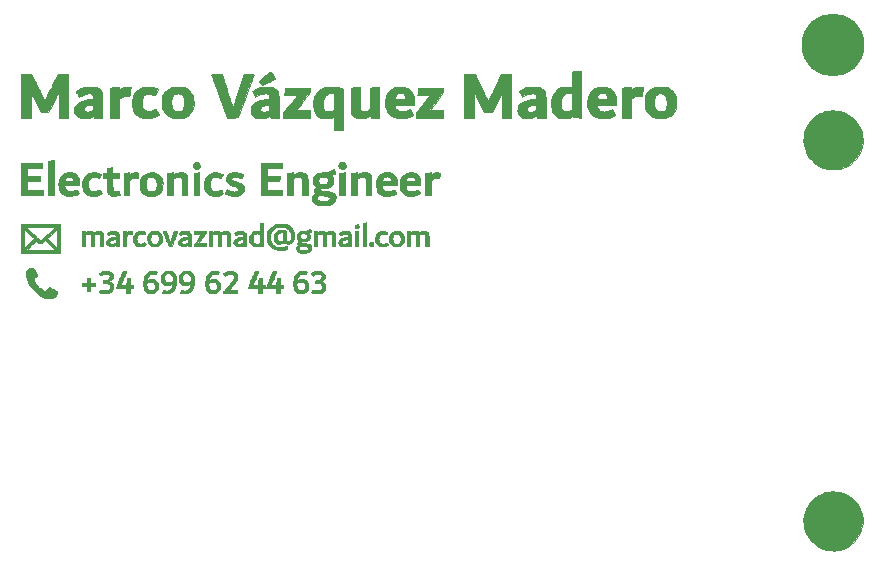
<source format=gbr>
%TF.GenerationSoftware,KiCad,Pcbnew,(5.1.9)-1*%
%TF.CreationDate,2021-11-12T20:27:25+01:00*%
%TF.ProjectId,drawing,64726177-696e-4672-9e6b-696361645f70,rev?*%
%TF.SameCoordinates,Original*%
%TF.FileFunction,Soldermask,Top*%
%TF.FilePolarity,Negative*%
%FSLAX46Y46*%
G04 Gerber Fmt 4.6, Leading zero omitted, Abs format (unit mm)*
G04 Created by KiCad (PCBNEW (5.1.9)-1) date 2021-11-12 20:27:25*
%MOMM*%
%LPD*%
G01*
G04 APERTURE LIST*
%ADD10C,0.010000*%
%ADD11C,5.318463*%
G04 APERTURE END LIST*
D10*
%TO.C,G\u002A\u002A\u002A*%
G36*
X35627715Y-20510290D02*
G01*
X35922870Y-20554566D01*
X36212330Y-20633908D01*
X36492616Y-20748469D01*
X36760247Y-20898399D01*
X37011743Y-21083851D01*
X37180067Y-21238641D01*
X37398184Y-21486976D01*
X37578967Y-21755255D01*
X37722503Y-22043633D01*
X37828880Y-22352261D01*
X37838489Y-22388111D01*
X37874311Y-22567010D01*
X37897396Y-22771485D01*
X37907126Y-22986550D01*
X37902884Y-23197219D01*
X37884052Y-23388506D01*
X37880607Y-23410518D01*
X37808941Y-23721207D01*
X37699725Y-24017389D01*
X37555593Y-24295855D01*
X37379179Y-24553391D01*
X37173118Y-24786787D01*
X36940046Y-24992832D01*
X36682596Y-25168313D01*
X36403402Y-25310020D01*
X36283285Y-25357603D01*
X36032917Y-25431829D01*
X35762306Y-25481496D01*
X35483626Y-25505683D01*
X35209050Y-25503468D01*
X34950752Y-25473930D01*
X34893250Y-25462823D01*
X34587379Y-25377700D01*
X34297018Y-25255569D01*
X34025447Y-25099266D01*
X33775950Y-24911626D01*
X33551808Y-24695483D01*
X33356303Y-24453672D01*
X33192716Y-24189028D01*
X33064331Y-23904385D01*
X33052973Y-23873305D01*
X32959917Y-23553072D01*
X32908517Y-23232172D01*
X32898334Y-22913160D01*
X32928928Y-22598592D01*
X32999858Y-22291023D01*
X33110685Y-21993009D01*
X33260968Y-21707105D01*
X33450266Y-21435867D01*
X33479020Y-21400228D01*
X33694465Y-21169445D01*
X33932054Y-20972512D01*
X34188305Y-20809582D01*
X34459739Y-20680807D01*
X34742877Y-20586338D01*
X35034239Y-20526328D01*
X35330345Y-20500927D01*
X35627715Y-20510290D01*
G37*
X35627715Y-20510290D02*
X35922870Y-20554566D01*
X36212330Y-20633908D01*
X36492616Y-20748469D01*
X36760247Y-20898399D01*
X37011743Y-21083851D01*
X37180067Y-21238641D01*
X37398184Y-21486976D01*
X37578967Y-21755255D01*
X37722503Y-22043633D01*
X37828880Y-22352261D01*
X37838489Y-22388111D01*
X37874311Y-22567010D01*
X37897396Y-22771485D01*
X37907126Y-22986550D01*
X37902884Y-23197219D01*
X37884052Y-23388506D01*
X37880607Y-23410518D01*
X37808941Y-23721207D01*
X37699725Y-24017389D01*
X37555593Y-24295855D01*
X37379179Y-24553391D01*
X37173118Y-24786787D01*
X36940046Y-24992832D01*
X36682596Y-25168313D01*
X36403402Y-25310020D01*
X36283285Y-25357603D01*
X36032917Y-25431829D01*
X35762306Y-25481496D01*
X35483626Y-25505683D01*
X35209050Y-25503468D01*
X34950752Y-25473930D01*
X34893250Y-25462823D01*
X34587379Y-25377700D01*
X34297018Y-25255569D01*
X34025447Y-25099266D01*
X33775950Y-24911626D01*
X33551808Y-24695483D01*
X33356303Y-24453672D01*
X33192716Y-24189028D01*
X33064331Y-23904385D01*
X33052973Y-23873305D01*
X32959917Y-23553072D01*
X32908517Y-23232172D01*
X32898334Y-22913160D01*
X32928928Y-22598592D01*
X32999858Y-22291023D01*
X33110685Y-21993009D01*
X33260968Y-21707105D01*
X33450266Y-21435867D01*
X33479020Y-21400228D01*
X33694465Y-21169445D01*
X33932054Y-20972512D01*
X34188305Y-20809582D01*
X34459739Y-20680807D01*
X34742877Y-20586338D01*
X35034239Y-20526328D01*
X35330345Y-20500927D01*
X35627715Y-20510290D01*
G36*
X-32360165Y-1552293D02*
G01*
X-32332930Y-1569172D01*
X-32297042Y-1610278D01*
X-32249731Y-1679507D01*
X-32188229Y-1780752D01*
X-32146875Y-1852328D01*
X-32090106Y-1954955D01*
X-32041852Y-2048160D01*
X-32005827Y-2124292D01*
X-31985744Y-2175703D01*
X-31982833Y-2190259D01*
X-31995142Y-2227590D01*
X-32034305Y-2279020D01*
X-32103671Y-2348624D01*
X-32141583Y-2383329D01*
X-32225889Y-2463932D01*
X-32279448Y-2526211D01*
X-32300151Y-2567680D01*
X-32300333Y-2570640D01*
X-32287989Y-2611521D01*
X-32254404Y-2677618D01*
X-32204753Y-2761064D01*
X-32144208Y-2853993D01*
X-32077943Y-2948539D01*
X-32011130Y-3036835D01*
X-31948944Y-3111014D01*
X-31935077Y-3126060D01*
X-31874343Y-3183479D01*
X-31794210Y-3249514D01*
X-31702309Y-3318945D01*
X-31606269Y-3386555D01*
X-31513718Y-3447123D01*
X-31432285Y-3495430D01*
X-31369599Y-3526258D01*
X-31337556Y-3534834D01*
X-31295799Y-3516888D01*
X-31232256Y-3463307D01*
X-31148828Y-3376084D01*
X-31071142Y-3293861D01*
X-31013189Y-3242913D01*
X-30970638Y-3219687D01*
X-30955314Y-3217334D01*
X-30921747Y-3227570D01*
X-30860127Y-3255292D01*
X-30778592Y-3296021D01*
X-30685277Y-3345277D01*
X-30588320Y-3398581D01*
X-30495857Y-3451454D01*
X-30416024Y-3499415D01*
X-30356957Y-3537985D01*
X-30326795Y-3562686D01*
X-30325945Y-3563825D01*
X-30317271Y-3604465D01*
X-30321580Y-3671635D01*
X-30336799Y-3752298D01*
X-30360856Y-3833417D01*
X-30374095Y-3866784D01*
X-30420398Y-3940948D01*
X-30495075Y-4008742D01*
X-30528547Y-4032130D01*
X-30661466Y-4107722D01*
X-30791569Y-4152998D01*
X-30926767Y-4168525D01*
X-31074969Y-4154868D01*
X-31244086Y-4112594D01*
X-31317148Y-4088567D01*
X-31507147Y-4016839D01*
X-31673159Y-3939783D01*
X-31824359Y-3851354D01*
X-31969922Y-3745508D01*
X-32119024Y-3616199D01*
X-32280841Y-3457383D01*
X-32290883Y-3447063D01*
X-32452712Y-3270702D01*
X-32583664Y-3104116D01*
X-32690061Y-2936875D01*
X-32778229Y-2758550D01*
X-32854490Y-2558711D01*
X-32883113Y-2470297D01*
X-32925208Y-2279381D01*
X-32927852Y-2102512D01*
X-32890638Y-1937383D01*
X-32813161Y-1781685D01*
X-32746102Y-1690530D01*
X-32696602Y-1641188D01*
X-32636724Y-1606648D01*
X-32550927Y-1578078D01*
X-32545884Y-1576703D01*
X-32467808Y-1559355D01*
X-32399675Y-1550781D01*
X-32360165Y-1552293D01*
G37*
X-32360165Y-1552293D02*
X-32332930Y-1569172D01*
X-32297042Y-1610278D01*
X-32249731Y-1679507D01*
X-32188229Y-1780752D01*
X-32146875Y-1852328D01*
X-32090106Y-1954955D01*
X-32041852Y-2048160D01*
X-32005827Y-2124292D01*
X-31985744Y-2175703D01*
X-31982833Y-2190259D01*
X-31995142Y-2227590D01*
X-32034305Y-2279020D01*
X-32103671Y-2348624D01*
X-32141583Y-2383329D01*
X-32225889Y-2463932D01*
X-32279448Y-2526211D01*
X-32300151Y-2567680D01*
X-32300333Y-2570640D01*
X-32287989Y-2611521D01*
X-32254404Y-2677618D01*
X-32204753Y-2761064D01*
X-32144208Y-2853993D01*
X-32077943Y-2948539D01*
X-32011130Y-3036835D01*
X-31948944Y-3111014D01*
X-31935077Y-3126060D01*
X-31874343Y-3183479D01*
X-31794210Y-3249514D01*
X-31702309Y-3318945D01*
X-31606269Y-3386555D01*
X-31513718Y-3447123D01*
X-31432285Y-3495430D01*
X-31369599Y-3526258D01*
X-31337556Y-3534834D01*
X-31295799Y-3516888D01*
X-31232256Y-3463307D01*
X-31148828Y-3376084D01*
X-31071142Y-3293861D01*
X-31013189Y-3242913D01*
X-30970638Y-3219687D01*
X-30955314Y-3217334D01*
X-30921747Y-3227570D01*
X-30860127Y-3255292D01*
X-30778592Y-3296021D01*
X-30685277Y-3345277D01*
X-30588320Y-3398581D01*
X-30495857Y-3451454D01*
X-30416024Y-3499415D01*
X-30356957Y-3537985D01*
X-30326795Y-3562686D01*
X-30325945Y-3563825D01*
X-30317271Y-3604465D01*
X-30321580Y-3671635D01*
X-30336799Y-3752298D01*
X-30360856Y-3833417D01*
X-30374095Y-3866784D01*
X-30420398Y-3940948D01*
X-30495075Y-4008742D01*
X-30528547Y-4032130D01*
X-30661466Y-4107722D01*
X-30791569Y-4152998D01*
X-30926767Y-4168525D01*
X-31074969Y-4154868D01*
X-31244086Y-4112594D01*
X-31317148Y-4088567D01*
X-31507147Y-4016839D01*
X-31673159Y-3939783D01*
X-31824359Y-3851354D01*
X-31969922Y-3745508D01*
X-32119024Y-3616199D01*
X-32280841Y-3457383D01*
X-32290883Y-3447063D01*
X-32452712Y-3270702D01*
X-32583664Y-3104116D01*
X-32690061Y-2936875D01*
X-32778229Y-2758550D01*
X-32854490Y-2558711D01*
X-32883113Y-2470297D01*
X-32925208Y-2279381D01*
X-32927852Y-2102512D01*
X-32890638Y-1937383D01*
X-32813161Y-1781685D01*
X-32746102Y-1690530D01*
X-32696602Y-1641188D01*
X-32636724Y-1606648D01*
X-32550927Y-1578078D01*
X-32545884Y-1576703D01*
X-32467808Y-1559355D01*
X-32399675Y-1550781D01*
X-32360165Y-1552293D01*
G36*
X-26037092Y-1831935D02*
G01*
X-25963555Y-1836405D01*
X-25908115Y-1846454D01*
X-25858663Y-1864208D01*
X-25807555Y-1889433D01*
X-25700085Y-1961218D01*
X-25629078Y-2047275D01*
X-25590430Y-2154570D01*
X-25579916Y-2275519D01*
X-25581973Y-2359936D01*
X-25590778Y-2417282D01*
X-25610285Y-2462728D01*
X-25639837Y-2505439D01*
X-25697603Y-2568466D01*
X-25766834Y-2627641D01*
X-25784509Y-2640085D01*
X-25869260Y-2696170D01*
X-25773467Y-2744854D01*
X-25664780Y-2821391D01*
X-25588377Y-2924746D01*
X-25543693Y-3053752D01*
X-25531980Y-3204862D01*
X-25559893Y-3346369D01*
X-25624968Y-3473186D01*
X-25724737Y-3580229D01*
X-25833266Y-3650998D01*
X-25892807Y-3679627D01*
X-25945382Y-3698472D01*
X-26003069Y-3709839D01*
X-26077950Y-3716040D01*
X-26182103Y-3719381D01*
X-26192190Y-3719596D01*
X-26323053Y-3719679D01*
X-26425418Y-3712817D01*
X-26512733Y-3697751D01*
X-26560585Y-3685111D01*
X-26632453Y-3661959D01*
X-26688306Y-3640257D01*
X-26714516Y-3625784D01*
X-26715994Y-3599881D01*
X-26704853Y-3550831D01*
X-26686098Y-3493260D01*
X-26664737Y-3441791D01*
X-26645772Y-3411051D01*
X-26639921Y-3407834D01*
X-26617805Y-3414595D01*
X-26569623Y-3431741D01*
X-26540369Y-3442588D01*
X-26457396Y-3463829D01*
X-26352815Y-3476566D01*
X-26239374Y-3480780D01*
X-26129824Y-3476450D01*
X-26036913Y-3463558D01*
X-25975855Y-3443460D01*
X-25892357Y-3379215D01*
X-25843531Y-3293765D01*
X-25827636Y-3183622D01*
X-25828787Y-3148832D01*
X-25847247Y-3046018D01*
X-25890275Y-2967150D01*
X-25961604Y-2909501D01*
X-26064970Y-2870345D01*
X-26204106Y-2846957D01*
X-26247777Y-2843031D01*
X-26335381Y-2835237D01*
X-26387812Y-2823836D01*
X-26412103Y-2801920D01*
X-26415285Y-2762585D01*
X-26404392Y-2698924D01*
X-26402771Y-2690813D01*
X-26392332Y-2651905D01*
X-26373210Y-2632276D01*
X-26333235Y-2625277D01*
X-26281062Y-2624312D01*
X-26181960Y-2610681D01*
X-26077360Y-2574926D01*
X-25982325Y-2523857D01*
X-25911922Y-2464286D01*
X-25903261Y-2453501D01*
X-25867378Y-2379519D01*
X-25851856Y-2292159D01*
X-25858982Y-2210463D01*
X-25870423Y-2180167D01*
X-25924999Y-2118997D01*
X-26011389Y-2076127D01*
X-26121806Y-2054899D01*
X-26166152Y-2053200D01*
X-26237853Y-2057147D01*
X-26303683Y-2072020D01*
X-26378783Y-2102299D01*
X-26447993Y-2136621D01*
X-26609264Y-2220075D01*
X-26670761Y-2152496D01*
X-26708915Y-2105636D01*
X-26730855Y-2069161D01*
X-26732879Y-2061337D01*
X-26715491Y-2033318D01*
X-26667741Y-1993538D01*
X-26597847Y-1947658D01*
X-26514030Y-1901339D01*
X-26468916Y-1879531D01*
X-26411626Y-1856389D01*
X-26353618Y-1841820D01*
X-26282590Y-1833999D01*
X-26186236Y-1831105D01*
X-26140833Y-1830917D01*
X-26037092Y-1831935D01*
G37*
X-26037092Y-1831935D02*
X-25963555Y-1836405D01*
X-25908115Y-1846454D01*
X-25858663Y-1864208D01*
X-25807555Y-1889433D01*
X-25700085Y-1961218D01*
X-25629078Y-2047275D01*
X-25590430Y-2154570D01*
X-25579916Y-2275519D01*
X-25581973Y-2359936D01*
X-25590778Y-2417282D01*
X-25610285Y-2462728D01*
X-25639837Y-2505439D01*
X-25697603Y-2568466D01*
X-25766834Y-2627641D01*
X-25784509Y-2640085D01*
X-25869260Y-2696170D01*
X-25773467Y-2744854D01*
X-25664780Y-2821391D01*
X-25588377Y-2924746D01*
X-25543693Y-3053752D01*
X-25531980Y-3204862D01*
X-25559893Y-3346369D01*
X-25624968Y-3473186D01*
X-25724737Y-3580229D01*
X-25833266Y-3650998D01*
X-25892807Y-3679627D01*
X-25945382Y-3698472D01*
X-26003069Y-3709839D01*
X-26077950Y-3716040D01*
X-26182103Y-3719381D01*
X-26192190Y-3719596D01*
X-26323053Y-3719679D01*
X-26425418Y-3712817D01*
X-26512733Y-3697751D01*
X-26560585Y-3685111D01*
X-26632453Y-3661959D01*
X-26688306Y-3640257D01*
X-26714516Y-3625784D01*
X-26715994Y-3599881D01*
X-26704853Y-3550831D01*
X-26686098Y-3493260D01*
X-26664737Y-3441791D01*
X-26645772Y-3411051D01*
X-26639921Y-3407834D01*
X-26617805Y-3414595D01*
X-26569623Y-3431741D01*
X-26540369Y-3442588D01*
X-26457396Y-3463829D01*
X-26352815Y-3476566D01*
X-26239374Y-3480780D01*
X-26129824Y-3476450D01*
X-26036913Y-3463558D01*
X-25975855Y-3443460D01*
X-25892357Y-3379215D01*
X-25843531Y-3293765D01*
X-25827636Y-3183622D01*
X-25828787Y-3148832D01*
X-25847247Y-3046018D01*
X-25890275Y-2967150D01*
X-25961604Y-2909501D01*
X-26064970Y-2870345D01*
X-26204106Y-2846957D01*
X-26247777Y-2843031D01*
X-26335381Y-2835237D01*
X-26387812Y-2823836D01*
X-26412103Y-2801920D01*
X-26415285Y-2762585D01*
X-26404392Y-2698924D01*
X-26402771Y-2690813D01*
X-26392332Y-2651905D01*
X-26373210Y-2632276D01*
X-26333235Y-2625277D01*
X-26281062Y-2624312D01*
X-26181960Y-2610681D01*
X-26077360Y-2574926D01*
X-25982325Y-2523857D01*
X-25911922Y-2464286D01*
X-25903261Y-2453501D01*
X-25867378Y-2379519D01*
X-25851856Y-2292159D01*
X-25858982Y-2210463D01*
X-25870423Y-2180167D01*
X-25924999Y-2118997D01*
X-26011389Y-2076127D01*
X-26121806Y-2054899D01*
X-26166152Y-2053200D01*
X-26237853Y-2057147D01*
X-26303683Y-2072020D01*
X-26378783Y-2102299D01*
X-26447993Y-2136621D01*
X-26609264Y-2220075D01*
X-26670761Y-2152496D01*
X-26708915Y-2105636D01*
X-26730855Y-2069161D01*
X-26732879Y-2061337D01*
X-26715491Y-2033318D01*
X-26667741Y-1993538D01*
X-26597847Y-1947658D01*
X-26514030Y-1901339D01*
X-26468916Y-1879531D01*
X-26411626Y-1856389D01*
X-26353618Y-1841820D01*
X-26282590Y-1833999D01*
X-26186236Y-1831105D01*
X-26140833Y-1830917D01*
X-26037092Y-1831935D01*
G36*
X-22094735Y-1829871D02*
G01*
X-22005221Y-1841566D01*
X-21931712Y-1857332D01*
X-21884963Y-1875593D01*
X-21875541Y-1884172D01*
X-21873525Y-1914205D01*
X-21881534Y-1969154D01*
X-21888696Y-2000864D01*
X-21906041Y-2059714D01*
X-21923545Y-2085703D01*
X-21948509Y-2087699D01*
X-21958066Y-2085092D01*
X-22030085Y-2070377D01*
X-22123421Y-2061259D01*
X-22222585Y-2058186D01*
X-22312085Y-2061606D01*
X-22376432Y-2071966D01*
X-22379456Y-2072917D01*
X-22466996Y-2122301D01*
X-22548210Y-2206861D01*
X-22618442Y-2319468D01*
X-22673038Y-2452999D01*
X-22701552Y-2565918D01*
X-22715688Y-2641268D01*
X-22607620Y-2587786D01*
X-22490519Y-2546481D01*
X-22354250Y-2524036D01*
X-22217455Y-2522252D01*
X-22109735Y-2539678D01*
X-22004383Y-2587258D01*
X-21903930Y-2664412D01*
X-21822408Y-2759377D01*
X-21797282Y-2801566D01*
X-21763156Y-2898946D01*
X-21743873Y-3020748D01*
X-21740197Y-3151473D01*
X-21752892Y-3275618D01*
X-21770441Y-3345912D01*
X-21829582Y-3465099D01*
X-21918602Y-3570355D01*
X-22027221Y-3651514D01*
X-22120408Y-3691991D01*
X-22224378Y-3713094D01*
X-22344716Y-3722656D01*
X-22465183Y-3720574D01*
X-22569544Y-3706744D01*
X-22611334Y-3695134D01*
X-22739231Y-3627989D01*
X-22843107Y-3527744D01*
X-22922198Y-3396669D01*
X-22975740Y-3237038D01*
X-23002969Y-3051123D01*
X-23003102Y-2865729D01*
X-22738454Y-2865729D01*
X-22727105Y-3036240D01*
X-22711025Y-3174407D01*
X-22681625Y-3280169D01*
X-22635765Y-3362210D01*
X-22591859Y-3410484D01*
X-22542544Y-3452483D01*
X-22498218Y-3476426D01*
X-22444665Y-3486498D01*
X-22367670Y-3486879D01*
X-22336353Y-3485664D01*
X-22236284Y-3474533D01*
X-22166178Y-3449550D01*
X-22145853Y-3436382D01*
X-22070284Y-3361277D01*
X-22026026Y-3268403D01*
X-22009617Y-3149853D01*
X-22009358Y-3124510D01*
X-22021721Y-2986778D01*
X-22058354Y-2882851D01*
X-22121265Y-2810531D01*
X-22212460Y-2767616D01*
X-22333945Y-2751908D01*
X-22349353Y-2751746D01*
X-22461556Y-2760088D01*
X-22565018Y-2789290D01*
X-22611372Y-2808698D01*
X-22738454Y-2865729D01*
X-23003102Y-2865729D01*
X-23003120Y-2841195D01*
X-22975782Y-2611564D01*
X-22924523Y-2401529D01*
X-22849080Y-2221034D01*
X-22751089Y-2071926D01*
X-22632185Y-1956049D01*
X-22494003Y-1875248D01*
X-22338176Y-1831368D01*
X-22278767Y-1825009D01*
X-22189501Y-1823826D01*
X-22094735Y-1829871D01*
G37*
X-22094735Y-1829871D02*
X-22005221Y-1841566D01*
X-21931712Y-1857332D01*
X-21884963Y-1875593D01*
X-21875541Y-1884172D01*
X-21873525Y-1914205D01*
X-21881534Y-1969154D01*
X-21888696Y-2000864D01*
X-21906041Y-2059714D01*
X-21923545Y-2085703D01*
X-21948509Y-2087699D01*
X-21958066Y-2085092D01*
X-22030085Y-2070377D01*
X-22123421Y-2061259D01*
X-22222585Y-2058186D01*
X-22312085Y-2061606D01*
X-22376432Y-2071966D01*
X-22379456Y-2072917D01*
X-22466996Y-2122301D01*
X-22548210Y-2206861D01*
X-22618442Y-2319468D01*
X-22673038Y-2452999D01*
X-22701552Y-2565918D01*
X-22715688Y-2641268D01*
X-22607620Y-2587786D01*
X-22490519Y-2546481D01*
X-22354250Y-2524036D01*
X-22217455Y-2522252D01*
X-22109735Y-2539678D01*
X-22004383Y-2587258D01*
X-21903930Y-2664412D01*
X-21822408Y-2759377D01*
X-21797282Y-2801566D01*
X-21763156Y-2898946D01*
X-21743873Y-3020748D01*
X-21740197Y-3151473D01*
X-21752892Y-3275618D01*
X-21770441Y-3345912D01*
X-21829582Y-3465099D01*
X-21918602Y-3570355D01*
X-22027221Y-3651514D01*
X-22120408Y-3691991D01*
X-22224378Y-3713094D01*
X-22344716Y-3722656D01*
X-22465183Y-3720574D01*
X-22569544Y-3706744D01*
X-22611334Y-3695134D01*
X-22739231Y-3627989D01*
X-22843107Y-3527744D01*
X-22922198Y-3396669D01*
X-22975740Y-3237038D01*
X-23002969Y-3051123D01*
X-23003102Y-2865729D01*
X-22738454Y-2865729D01*
X-22727105Y-3036240D01*
X-22711025Y-3174407D01*
X-22681625Y-3280169D01*
X-22635765Y-3362210D01*
X-22591859Y-3410484D01*
X-22542544Y-3452483D01*
X-22498218Y-3476426D01*
X-22444665Y-3486498D01*
X-22367670Y-3486879D01*
X-22336353Y-3485664D01*
X-22236284Y-3474533D01*
X-22166178Y-3449550D01*
X-22145853Y-3436382D01*
X-22070284Y-3361277D01*
X-22026026Y-3268403D01*
X-22009617Y-3149853D01*
X-22009358Y-3124510D01*
X-22021721Y-2986778D01*
X-22058354Y-2882851D01*
X-22121265Y-2810531D01*
X-22212460Y-2767616D01*
X-22333945Y-2751908D01*
X-22349353Y-2751746D01*
X-22461556Y-2760088D01*
X-22565018Y-2789290D01*
X-22611372Y-2808698D01*
X-22738454Y-2865729D01*
X-23003102Y-2865729D01*
X-23003120Y-2841195D01*
X-22975782Y-2611564D01*
X-22924523Y-2401529D01*
X-22849080Y-2221034D01*
X-22751089Y-2071926D01*
X-22632185Y-1956049D01*
X-22494003Y-1875248D01*
X-22338176Y-1831368D01*
X-22278767Y-1825009D01*
X-22189501Y-1823826D01*
X-22094735Y-1829871D01*
G36*
X-20754587Y-1832453D02*
G01*
X-20679953Y-1838279D01*
X-20624114Y-1850217D01*
X-20575339Y-1870093D01*
X-20561412Y-1877295D01*
X-20443373Y-1964318D01*
X-20349084Y-2086185D01*
X-20296490Y-2194307D01*
X-20276407Y-2249519D01*
X-20262698Y-2302650D01*
X-20254236Y-2363574D01*
X-20249896Y-2442170D01*
X-20248552Y-2548314D01*
X-20248649Y-2614084D01*
X-20253685Y-2801277D01*
X-20268541Y-2957117D01*
X-20295301Y-3091867D01*
X-20336049Y-3215794D01*
X-20392867Y-3339163D01*
X-20397640Y-3348309D01*
X-20493473Y-3495031D01*
X-20608167Y-3604396D01*
X-20743943Y-3677712D01*
X-20903023Y-3716285D01*
X-21035169Y-3723255D01*
X-21128683Y-3718932D01*
X-21218518Y-3709562D01*
X-21285605Y-3697150D01*
X-21286903Y-3696797D01*
X-21343649Y-3679385D01*
X-21380790Y-3664691D01*
X-21386524Y-3660989D01*
X-21387572Y-3635750D01*
X-21377503Y-3584841D01*
X-21369298Y-3555156D01*
X-21346633Y-3494870D01*
X-21322649Y-3468706D01*
X-21301426Y-3466494D01*
X-21260156Y-3473202D01*
X-21193249Y-3484767D01*
X-21130473Y-3495941D01*
X-20989392Y-3506760D01*
X-20869345Y-3482933D01*
X-20765075Y-3422993D01*
X-20719390Y-3381277D01*
X-20654933Y-3295472D01*
X-20597227Y-3183471D01*
X-20553742Y-3061404D01*
X-20537220Y-2987874D01*
X-20525505Y-2917165D01*
X-20639711Y-2977189D01*
X-20699282Y-3006121D01*
X-20752644Y-3023987D01*
X-20813433Y-3033388D01*
X-20895289Y-3036926D01*
X-20955000Y-3037315D01*
X-21074009Y-3034010D01*
X-21162636Y-3021370D01*
X-21232479Y-2995520D01*
X-21295136Y-2952584D01*
X-21343859Y-2907368D01*
X-21416027Y-2819829D01*
X-21463830Y-2721460D01*
X-21491375Y-2601473D01*
X-21501019Y-2494712D01*
X-21500587Y-2441643D01*
X-21251333Y-2441643D01*
X-21236450Y-2559072D01*
X-21195165Y-2662882D01*
X-21132528Y-2743043D01*
X-21082000Y-2778092D01*
X-20970995Y-2811606D01*
X-20842265Y-2813884D01*
X-20705997Y-2785519D01*
X-20618531Y-2751086D01*
X-20483146Y-2687038D01*
X-20496501Y-2513850D01*
X-20520670Y-2350339D01*
X-20565532Y-2222821D01*
X-20631705Y-2130014D01*
X-20708512Y-2075820D01*
X-20828896Y-2038261D01*
X-20947724Y-2039753D01*
X-21057637Y-2079150D01*
X-21139849Y-2142918D01*
X-21203342Y-2223411D01*
X-21238529Y-2310070D01*
X-21251051Y-2418009D01*
X-21251333Y-2441643D01*
X-21500587Y-2441643D01*
X-21499748Y-2338768D01*
X-21476604Y-2211838D01*
X-21428945Y-2105226D01*
X-21354133Y-2010236D01*
X-21353886Y-2009982D01*
X-21266898Y-1931950D01*
X-21177113Y-1878991D01*
X-21073874Y-1847243D01*
X-20946524Y-1832843D01*
X-20859750Y-1830917D01*
X-20754587Y-1832453D01*
G37*
X-20754587Y-1832453D02*
X-20679953Y-1838279D01*
X-20624114Y-1850217D01*
X-20575339Y-1870093D01*
X-20561412Y-1877295D01*
X-20443373Y-1964318D01*
X-20349084Y-2086185D01*
X-20296490Y-2194307D01*
X-20276407Y-2249519D01*
X-20262698Y-2302650D01*
X-20254236Y-2363574D01*
X-20249896Y-2442170D01*
X-20248552Y-2548314D01*
X-20248649Y-2614084D01*
X-20253685Y-2801277D01*
X-20268541Y-2957117D01*
X-20295301Y-3091867D01*
X-20336049Y-3215794D01*
X-20392867Y-3339163D01*
X-20397640Y-3348309D01*
X-20493473Y-3495031D01*
X-20608167Y-3604396D01*
X-20743943Y-3677712D01*
X-20903023Y-3716285D01*
X-21035169Y-3723255D01*
X-21128683Y-3718932D01*
X-21218518Y-3709562D01*
X-21285605Y-3697150D01*
X-21286903Y-3696797D01*
X-21343649Y-3679385D01*
X-21380790Y-3664691D01*
X-21386524Y-3660989D01*
X-21387572Y-3635750D01*
X-21377503Y-3584841D01*
X-21369298Y-3555156D01*
X-21346633Y-3494870D01*
X-21322649Y-3468706D01*
X-21301426Y-3466494D01*
X-21260156Y-3473202D01*
X-21193249Y-3484767D01*
X-21130473Y-3495941D01*
X-20989392Y-3506760D01*
X-20869345Y-3482933D01*
X-20765075Y-3422993D01*
X-20719390Y-3381277D01*
X-20654933Y-3295472D01*
X-20597227Y-3183471D01*
X-20553742Y-3061404D01*
X-20537220Y-2987874D01*
X-20525505Y-2917165D01*
X-20639711Y-2977189D01*
X-20699282Y-3006121D01*
X-20752644Y-3023987D01*
X-20813433Y-3033388D01*
X-20895289Y-3036926D01*
X-20955000Y-3037315D01*
X-21074009Y-3034010D01*
X-21162636Y-3021370D01*
X-21232479Y-2995520D01*
X-21295136Y-2952584D01*
X-21343859Y-2907368D01*
X-21416027Y-2819829D01*
X-21463830Y-2721460D01*
X-21491375Y-2601473D01*
X-21501019Y-2494712D01*
X-21500587Y-2441643D01*
X-21251333Y-2441643D01*
X-21236450Y-2559072D01*
X-21195165Y-2662882D01*
X-21132528Y-2743043D01*
X-21082000Y-2778092D01*
X-20970995Y-2811606D01*
X-20842265Y-2813884D01*
X-20705997Y-2785519D01*
X-20618531Y-2751086D01*
X-20483146Y-2687038D01*
X-20496501Y-2513850D01*
X-20520670Y-2350339D01*
X-20565532Y-2222821D01*
X-20631705Y-2130014D01*
X-20708512Y-2075820D01*
X-20828896Y-2038261D01*
X-20947724Y-2039753D01*
X-21057637Y-2079150D01*
X-21139849Y-2142918D01*
X-21203342Y-2223411D01*
X-21238529Y-2310070D01*
X-21251051Y-2418009D01*
X-21251333Y-2441643D01*
X-21500587Y-2441643D01*
X-21499748Y-2338768D01*
X-21476604Y-2211838D01*
X-21428945Y-2105226D01*
X-21354133Y-2010236D01*
X-21353886Y-2009982D01*
X-21266898Y-1931950D01*
X-21177113Y-1878991D01*
X-21073874Y-1847243D01*
X-20946524Y-1832843D01*
X-20859750Y-1830917D01*
X-20754587Y-1832453D01*
G36*
X-19230587Y-1832453D02*
G01*
X-19155953Y-1838279D01*
X-19100114Y-1850217D01*
X-19051339Y-1870093D01*
X-19037412Y-1877295D01*
X-18919373Y-1964318D01*
X-18825084Y-2086185D01*
X-18772490Y-2194307D01*
X-18752407Y-2249519D01*
X-18738698Y-2302650D01*
X-18730236Y-2363574D01*
X-18725896Y-2442170D01*
X-18724552Y-2548314D01*
X-18724649Y-2614084D01*
X-18729685Y-2801277D01*
X-18744541Y-2957117D01*
X-18771301Y-3091867D01*
X-18812049Y-3215794D01*
X-18868867Y-3339163D01*
X-18873640Y-3348309D01*
X-18969473Y-3495031D01*
X-19084167Y-3604396D01*
X-19219943Y-3677712D01*
X-19379023Y-3716285D01*
X-19511169Y-3723255D01*
X-19604683Y-3718932D01*
X-19694518Y-3709562D01*
X-19761605Y-3697150D01*
X-19762903Y-3696797D01*
X-19819649Y-3679385D01*
X-19856790Y-3664691D01*
X-19862524Y-3660989D01*
X-19863572Y-3635750D01*
X-19853503Y-3584841D01*
X-19845298Y-3555156D01*
X-19822633Y-3494870D01*
X-19798649Y-3468706D01*
X-19777426Y-3466494D01*
X-19736156Y-3473202D01*
X-19669249Y-3484767D01*
X-19606473Y-3495941D01*
X-19465392Y-3506760D01*
X-19345345Y-3482933D01*
X-19241075Y-3422993D01*
X-19195390Y-3381277D01*
X-19130933Y-3295472D01*
X-19073227Y-3183471D01*
X-19029742Y-3061404D01*
X-19013220Y-2987874D01*
X-19001505Y-2917165D01*
X-19115711Y-2977189D01*
X-19175282Y-3006121D01*
X-19228644Y-3023987D01*
X-19289433Y-3033388D01*
X-19371289Y-3036926D01*
X-19431000Y-3037315D01*
X-19550009Y-3034010D01*
X-19638636Y-3021370D01*
X-19708479Y-2995520D01*
X-19771136Y-2952584D01*
X-19819859Y-2907368D01*
X-19892027Y-2819829D01*
X-19939830Y-2721460D01*
X-19967375Y-2601473D01*
X-19977019Y-2494712D01*
X-19976587Y-2441643D01*
X-19727333Y-2441643D01*
X-19712450Y-2559072D01*
X-19671165Y-2662882D01*
X-19608528Y-2743043D01*
X-19558000Y-2778092D01*
X-19446995Y-2811606D01*
X-19318265Y-2813884D01*
X-19181997Y-2785519D01*
X-19094531Y-2751086D01*
X-18959146Y-2687038D01*
X-18972501Y-2513850D01*
X-18996670Y-2350339D01*
X-19041532Y-2222821D01*
X-19107705Y-2130014D01*
X-19184512Y-2075820D01*
X-19304896Y-2038261D01*
X-19423724Y-2039753D01*
X-19533637Y-2079150D01*
X-19615849Y-2142918D01*
X-19679342Y-2223411D01*
X-19714529Y-2310070D01*
X-19727051Y-2418009D01*
X-19727333Y-2441643D01*
X-19976587Y-2441643D01*
X-19975748Y-2338768D01*
X-19952604Y-2211838D01*
X-19904945Y-2105226D01*
X-19830133Y-2010236D01*
X-19829886Y-2009982D01*
X-19742898Y-1931950D01*
X-19653113Y-1878991D01*
X-19549874Y-1847243D01*
X-19422524Y-1832843D01*
X-19335750Y-1830917D01*
X-19230587Y-1832453D01*
G37*
X-19230587Y-1832453D02*
X-19155953Y-1838279D01*
X-19100114Y-1850217D01*
X-19051339Y-1870093D01*
X-19037412Y-1877295D01*
X-18919373Y-1964318D01*
X-18825084Y-2086185D01*
X-18772490Y-2194307D01*
X-18752407Y-2249519D01*
X-18738698Y-2302650D01*
X-18730236Y-2363574D01*
X-18725896Y-2442170D01*
X-18724552Y-2548314D01*
X-18724649Y-2614084D01*
X-18729685Y-2801277D01*
X-18744541Y-2957117D01*
X-18771301Y-3091867D01*
X-18812049Y-3215794D01*
X-18868867Y-3339163D01*
X-18873640Y-3348309D01*
X-18969473Y-3495031D01*
X-19084167Y-3604396D01*
X-19219943Y-3677712D01*
X-19379023Y-3716285D01*
X-19511169Y-3723255D01*
X-19604683Y-3718932D01*
X-19694518Y-3709562D01*
X-19761605Y-3697150D01*
X-19762903Y-3696797D01*
X-19819649Y-3679385D01*
X-19856790Y-3664691D01*
X-19862524Y-3660989D01*
X-19863572Y-3635750D01*
X-19853503Y-3584841D01*
X-19845298Y-3555156D01*
X-19822633Y-3494870D01*
X-19798649Y-3468706D01*
X-19777426Y-3466494D01*
X-19736156Y-3473202D01*
X-19669249Y-3484767D01*
X-19606473Y-3495941D01*
X-19465392Y-3506760D01*
X-19345345Y-3482933D01*
X-19241075Y-3422993D01*
X-19195390Y-3381277D01*
X-19130933Y-3295472D01*
X-19073227Y-3183471D01*
X-19029742Y-3061404D01*
X-19013220Y-2987874D01*
X-19001505Y-2917165D01*
X-19115711Y-2977189D01*
X-19175282Y-3006121D01*
X-19228644Y-3023987D01*
X-19289433Y-3033388D01*
X-19371289Y-3036926D01*
X-19431000Y-3037315D01*
X-19550009Y-3034010D01*
X-19638636Y-3021370D01*
X-19708479Y-2995520D01*
X-19771136Y-2952584D01*
X-19819859Y-2907368D01*
X-19892027Y-2819829D01*
X-19939830Y-2721460D01*
X-19967375Y-2601473D01*
X-19977019Y-2494712D01*
X-19976587Y-2441643D01*
X-19727333Y-2441643D01*
X-19712450Y-2559072D01*
X-19671165Y-2662882D01*
X-19608528Y-2743043D01*
X-19558000Y-2778092D01*
X-19446995Y-2811606D01*
X-19318265Y-2813884D01*
X-19181997Y-2785519D01*
X-19094531Y-2751086D01*
X-18959146Y-2687038D01*
X-18972501Y-2513850D01*
X-18996670Y-2350339D01*
X-19041532Y-2222821D01*
X-19107705Y-2130014D01*
X-19184512Y-2075820D01*
X-19304896Y-2038261D01*
X-19423724Y-2039753D01*
X-19533637Y-2079150D01*
X-19615849Y-2142918D01*
X-19679342Y-2223411D01*
X-19714529Y-2310070D01*
X-19727051Y-2418009D01*
X-19727333Y-2441643D01*
X-19976587Y-2441643D01*
X-19975748Y-2338768D01*
X-19952604Y-2211838D01*
X-19904945Y-2105226D01*
X-19830133Y-2010236D01*
X-19829886Y-2009982D01*
X-19742898Y-1931950D01*
X-19653113Y-1878991D01*
X-19549874Y-1847243D01*
X-19422524Y-1832843D01*
X-19335750Y-1830917D01*
X-19230587Y-1832453D01*
G36*
X-16845401Y-1829871D02*
G01*
X-16755887Y-1841566D01*
X-16682379Y-1857332D01*
X-16635630Y-1875593D01*
X-16626207Y-1884172D01*
X-16624192Y-1914205D01*
X-16632201Y-1969154D01*
X-16639362Y-2000864D01*
X-16656708Y-2059714D01*
X-16674211Y-2085703D01*
X-16699175Y-2087699D01*
X-16708732Y-2085092D01*
X-16780752Y-2070377D01*
X-16874088Y-2061259D01*
X-16973251Y-2058186D01*
X-17062752Y-2061606D01*
X-17127099Y-2071966D01*
X-17130123Y-2072917D01*
X-17217663Y-2122301D01*
X-17298876Y-2206861D01*
X-17369109Y-2319468D01*
X-17423704Y-2452999D01*
X-17452219Y-2565918D01*
X-17466355Y-2641268D01*
X-17358287Y-2587786D01*
X-17241186Y-2546481D01*
X-17104917Y-2524036D01*
X-16968122Y-2522252D01*
X-16860401Y-2539678D01*
X-16755015Y-2587275D01*
X-16654588Y-2664431D01*
X-16573173Y-2759362D01*
X-16548096Y-2801566D01*
X-16512934Y-2902438D01*
X-16494110Y-3027584D01*
X-16492446Y-3161892D01*
X-16508759Y-3290249D01*
X-16519313Y-3332512D01*
X-16575857Y-3457699D01*
X-16663769Y-3566615D01*
X-16774073Y-3650089D01*
X-16871075Y-3691991D01*
X-16975045Y-3713094D01*
X-17095382Y-3722656D01*
X-17215850Y-3720574D01*
X-17320211Y-3706744D01*
X-17362001Y-3695134D01*
X-17490448Y-3627824D01*
X-17594608Y-3527507D01*
X-17673751Y-3396350D01*
X-17727150Y-3236518D01*
X-17754075Y-3050178D01*
X-17753832Y-2863281D01*
X-17483666Y-2863281D01*
X-17483666Y-2994132D01*
X-17470791Y-3148283D01*
X-17433373Y-3278129D01*
X-17373225Y-3378081D01*
X-17351955Y-3400521D01*
X-17299015Y-3447346D01*
X-17253824Y-3474282D01*
X-17201819Y-3486008D01*
X-17128436Y-3487206D01*
X-17087019Y-3485664D01*
X-16986951Y-3474533D01*
X-16916845Y-3449550D01*
X-16896519Y-3436382D01*
X-16823006Y-3363999D01*
X-16779457Y-3274830D01*
X-16762063Y-3160117D01*
X-16761354Y-3125641D01*
X-16772823Y-2987827D01*
X-16808580Y-2883785D01*
X-16870646Y-2811283D01*
X-16961044Y-2768089D01*
X-17081795Y-2751969D01*
X-17100020Y-2751746D01*
X-17216090Y-2760764D01*
X-17323203Y-2792150D01*
X-17359311Y-2807474D01*
X-17483666Y-2863281D01*
X-17753832Y-2863281D01*
X-17753800Y-2839495D01*
X-17726449Y-2611564D01*
X-17675189Y-2401529D01*
X-17599747Y-2221034D01*
X-17501756Y-2071926D01*
X-17382852Y-1956049D01*
X-17244669Y-1875248D01*
X-17088843Y-1831368D01*
X-17029434Y-1825009D01*
X-16940168Y-1823826D01*
X-16845401Y-1829871D01*
G37*
X-16845401Y-1829871D02*
X-16755887Y-1841566D01*
X-16682379Y-1857332D01*
X-16635630Y-1875593D01*
X-16626207Y-1884172D01*
X-16624192Y-1914205D01*
X-16632201Y-1969154D01*
X-16639362Y-2000864D01*
X-16656708Y-2059714D01*
X-16674211Y-2085703D01*
X-16699175Y-2087699D01*
X-16708732Y-2085092D01*
X-16780752Y-2070377D01*
X-16874088Y-2061259D01*
X-16973251Y-2058186D01*
X-17062752Y-2061606D01*
X-17127099Y-2071966D01*
X-17130123Y-2072917D01*
X-17217663Y-2122301D01*
X-17298876Y-2206861D01*
X-17369109Y-2319468D01*
X-17423704Y-2452999D01*
X-17452219Y-2565918D01*
X-17466355Y-2641268D01*
X-17358287Y-2587786D01*
X-17241186Y-2546481D01*
X-17104917Y-2524036D01*
X-16968122Y-2522252D01*
X-16860401Y-2539678D01*
X-16755015Y-2587275D01*
X-16654588Y-2664431D01*
X-16573173Y-2759362D01*
X-16548096Y-2801566D01*
X-16512934Y-2902438D01*
X-16494110Y-3027584D01*
X-16492446Y-3161892D01*
X-16508759Y-3290249D01*
X-16519313Y-3332512D01*
X-16575857Y-3457699D01*
X-16663769Y-3566615D01*
X-16774073Y-3650089D01*
X-16871075Y-3691991D01*
X-16975045Y-3713094D01*
X-17095382Y-3722656D01*
X-17215850Y-3720574D01*
X-17320211Y-3706744D01*
X-17362001Y-3695134D01*
X-17490448Y-3627824D01*
X-17594608Y-3527507D01*
X-17673751Y-3396350D01*
X-17727150Y-3236518D01*
X-17754075Y-3050178D01*
X-17753832Y-2863281D01*
X-17483666Y-2863281D01*
X-17483666Y-2994132D01*
X-17470791Y-3148283D01*
X-17433373Y-3278129D01*
X-17373225Y-3378081D01*
X-17351955Y-3400521D01*
X-17299015Y-3447346D01*
X-17253824Y-3474282D01*
X-17201819Y-3486008D01*
X-17128436Y-3487206D01*
X-17087019Y-3485664D01*
X-16986951Y-3474533D01*
X-16916845Y-3449550D01*
X-16896519Y-3436382D01*
X-16823006Y-3363999D01*
X-16779457Y-3274830D01*
X-16762063Y-3160117D01*
X-16761354Y-3125641D01*
X-16772823Y-2987827D01*
X-16808580Y-2883785D01*
X-16870646Y-2811283D01*
X-16961044Y-2768089D01*
X-17081795Y-2751969D01*
X-17100020Y-2751746D01*
X-17216090Y-2760764D01*
X-17323203Y-2792150D01*
X-17359311Y-2807474D01*
X-17483666Y-2863281D01*
X-17753832Y-2863281D01*
X-17753800Y-2839495D01*
X-17726449Y-2611564D01*
X-17675189Y-2401529D01*
X-17599747Y-2221034D01*
X-17501756Y-2071926D01*
X-17382852Y-1956049D01*
X-17244669Y-1875248D01*
X-17088843Y-1831368D01*
X-17029434Y-1825009D01*
X-16940168Y-1823826D01*
X-16845401Y-1829871D01*
G36*
X-9394735Y-1829871D02*
G01*
X-9305221Y-1841566D01*
X-9231712Y-1857332D01*
X-9184963Y-1875593D01*
X-9175541Y-1884172D01*
X-9173525Y-1914205D01*
X-9181534Y-1969154D01*
X-9188696Y-2000864D01*
X-9206041Y-2059714D01*
X-9223545Y-2085703D01*
X-9248509Y-2087699D01*
X-9258066Y-2085092D01*
X-9330085Y-2070377D01*
X-9423421Y-2061259D01*
X-9522585Y-2058186D01*
X-9612085Y-2061606D01*
X-9676432Y-2071966D01*
X-9679456Y-2072917D01*
X-9766996Y-2122301D01*
X-9848210Y-2206861D01*
X-9918442Y-2319468D01*
X-9973038Y-2452999D01*
X-10001552Y-2565918D01*
X-10015688Y-2641268D01*
X-9907620Y-2587786D01*
X-9790519Y-2546481D01*
X-9654250Y-2524036D01*
X-9517455Y-2522252D01*
X-9409735Y-2539678D01*
X-9335680Y-2570395D01*
X-9258097Y-2617345D01*
X-9228822Y-2640027D01*
X-9140909Y-2732528D01*
X-9083164Y-2837741D01*
X-9051092Y-2965558D01*
X-9042726Y-3049799D01*
X-9048276Y-3227896D01*
X-9087397Y-3381295D01*
X-9159699Y-3509215D01*
X-9264792Y-3610875D01*
X-9347646Y-3661078D01*
X-9440300Y-3693413D01*
X-9557572Y-3714353D01*
X-9683996Y-3722959D01*
X-9804105Y-3718291D01*
X-9902431Y-3699410D01*
X-9913884Y-3695466D01*
X-10044456Y-3625512D01*
X-10149033Y-3522766D01*
X-10227181Y-3388179D01*
X-10278468Y-3222703D01*
X-10302458Y-3027292D01*
X-10301523Y-2863281D01*
X-10033000Y-2863281D01*
X-10033000Y-2994132D01*
X-10020125Y-3148283D01*
X-9982707Y-3278129D01*
X-9922558Y-3378081D01*
X-9901288Y-3400521D01*
X-9848348Y-3447346D01*
X-9803158Y-3474282D01*
X-9751152Y-3486008D01*
X-9677769Y-3487206D01*
X-9636353Y-3485664D01*
X-9533582Y-3473902D01*
X-9461822Y-3447525D01*
X-9445853Y-3437090D01*
X-9372029Y-3358952D01*
X-9328182Y-3253725D01*
X-9313372Y-3119138D01*
X-9313366Y-3116112D01*
X-9324845Y-2980602D01*
X-9360786Y-2878742D01*
X-9423327Y-2808210D01*
X-9514610Y-2766687D01*
X-9636774Y-2751851D01*
X-9649353Y-2751746D01*
X-9765424Y-2760764D01*
X-9872536Y-2792150D01*
X-9908645Y-2807474D01*
X-10033000Y-2863281D01*
X-10301523Y-2863281D01*
X-10301416Y-2844623D01*
X-10274959Y-2605803D01*
X-10223951Y-2395810D01*
X-10149464Y-2216158D01*
X-10052572Y-2068361D01*
X-9934347Y-1953931D01*
X-9795862Y-1874382D01*
X-9638189Y-1831228D01*
X-9578767Y-1825009D01*
X-9489501Y-1823826D01*
X-9394735Y-1829871D01*
G37*
X-9394735Y-1829871D02*
X-9305221Y-1841566D01*
X-9231712Y-1857332D01*
X-9184963Y-1875593D01*
X-9175541Y-1884172D01*
X-9173525Y-1914205D01*
X-9181534Y-1969154D01*
X-9188696Y-2000864D01*
X-9206041Y-2059714D01*
X-9223545Y-2085703D01*
X-9248509Y-2087699D01*
X-9258066Y-2085092D01*
X-9330085Y-2070377D01*
X-9423421Y-2061259D01*
X-9522585Y-2058186D01*
X-9612085Y-2061606D01*
X-9676432Y-2071966D01*
X-9679456Y-2072917D01*
X-9766996Y-2122301D01*
X-9848210Y-2206861D01*
X-9918442Y-2319468D01*
X-9973038Y-2452999D01*
X-10001552Y-2565918D01*
X-10015688Y-2641268D01*
X-9907620Y-2587786D01*
X-9790519Y-2546481D01*
X-9654250Y-2524036D01*
X-9517455Y-2522252D01*
X-9409735Y-2539678D01*
X-9335680Y-2570395D01*
X-9258097Y-2617345D01*
X-9228822Y-2640027D01*
X-9140909Y-2732528D01*
X-9083164Y-2837741D01*
X-9051092Y-2965558D01*
X-9042726Y-3049799D01*
X-9048276Y-3227896D01*
X-9087397Y-3381295D01*
X-9159699Y-3509215D01*
X-9264792Y-3610875D01*
X-9347646Y-3661078D01*
X-9440300Y-3693413D01*
X-9557572Y-3714353D01*
X-9683996Y-3722959D01*
X-9804105Y-3718291D01*
X-9902431Y-3699410D01*
X-9913884Y-3695466D01*
X-10044456Y-3625512D01*
X-10149033Y-3522766D01*
X-10227181Y-3388179D01*
X-10278468Y-3222703D01*
X-10302458Y-3027292D01*
X-10301523Y-2863281D01*
X-10033000Y-2863281D01*
X-10033000Y-2994132D01*
X-10020125Y-3148283D01*
X-9982707Y-3278129D01*
X-9922558Y-3378081D01*
X-9901288Y-3400521D01*
X-9848348Y-3447346D01*
X-9803158Y-3474282D01*
X-9751152Y-3486008D01*
X-9677769Y-3487206D01*
X-9636353Y-3485664D01*
X-9533582Y-3473902D01*
X-9461822Y-3447525D01*
X-9445853Y-3437090D01*
X-9372029Y-3358952D01*
X-9328182Y-3253725D01*
X-9313372Y-3119138D01*
X-9313366Y-3116112D01*
X-9324845Y-2980602D01*
X-9360786Y-2878742D01*
X-9423327Y-2808210D01*
X-9514610Y-2766687D01*
X-9636774Y-2751851D01*
X-9649353Y-2751746D01*
X-9765424Y-2760764D01*
X-9872536Y-2792150D01*
X-9908645Y-2807474D01*
X-10033000Y-2863281D01*
X-10301523Y-2863281D01*
X-10301416Y-2844623D01*
X-10274959Y-2605803D01*
X-10223951Y-2395810D01*
X-10149464Y-2216158D01*
X-10052572Y-2068361D01*
X-9934347Y-1953931D01*
X-9795862Y-1874382D01*
X-9638189Y-1831228D01*
X-9578767Y-1825009D01*
X-9489501Y-1823826D01*
X-9394735Y-1829871D01*
G36*
X-8089939Y-1831774D02*
G01*
X-8017631Y-1835842D01*
X-7963701Y-1845362D01*
X-7916178Y-1862577D01*
X-7863090Y-1889728D01*
X-7855115Y-1894127D01*
X-7743663Y-1976825D01*
X-7666676Y-2079554D01*
X-7626244Y-2196913D01*
X-7624458Y-2323501D01*
X-7650394Y-2422979D01*
X-7701468Y-2512668D01*
X-7778293Y-2597439D01*
X-7865752Y-2661334D01*
X-7885587Y-2671309D01*
X-7910343Y-2684941D01*
X-7911700Y-2698279D01*
X-7884759Y-2717588D01*
X-7824795Y-2749043D01*
X-7716905Y-2824390D01*
X-7640724Y-2920505D01*
X-7595226Y-3031318D01*
X-7579381Y-3150756D01*
X-7592162Y-3272748D01*
X-7632541Y-3391222D01*
X-7699490Y-3500108D01*
X-7791982Y-3593333D01*
X-7908988Y-3664827D01*
X-7984609Y-3693041D01*
X-8093863Y-3714120D01*
X-8228097Y-3723106D01*
X-8371790Y-3720224D01*
X-8509419Y-3705697D01*
X-8611251Y-3684016D01*
X-8683246Y-3661359D01*
X-8739229Y-3639930D01*
X-8765453Y-3625513D01*
X-8770365Y-3592318D01*
X-8752624Y-3529633D01*
X-8742389Y-3504381D01*
X-8713038Y-3444162D01*
X-8688691Y-3417596D01*
X-8662802Y-3417608D01*
X-8662271Y-3417812D01*
X-8511590Y-3463944D01*
X-8363301Y-3486201D01*
X-8223939Y-3485407D01*
X-8100036Y-3462389D01*
X-7998127Y-3417972D01*
X-7924744Y-3352980D01*
X-7905237Y-3322174D01*
X-7877177Y-3227539D01*
X-7878572Y-3122792D01*
X-7908448Y-3026565D01*
X-7921904Y-3003505D01*
X-7983408Y-2935644D01*
X-8067273Y-2887812D01*
X-8179997Y-2857216D01*
X-8294636Y-2843325D01*
X-8379363Y-2836165D01*
X-8430376Y-2828528D01*
X-8456197Y-2817026D01*
X-8465343Y-2798267D01*
X-8466377Y-2774988D01*
X-8461458Y-2696169D01*
X-8442745Y-2650589D01*
X-8402753Y-2629629D01*
X-8335887Y-2624667D01*
X-8239294Y-2612006D01*
X-8135997Y-2578412D01*
X-8041257Y-2530464D01*
X-7970333Y-2474743D01*
X-7959744Y-2462479D01*
X-7913706Y-2376087D01*
X-7901011Y-2284611D01*
X-7919750Y-2198012D01*
X-7968015Y-2126251D01*
X-8032286Y-2083747D01*
X-8156103Y-2054267D01*
X-8293918Y-2061124D01*
X-8439763Y-2103323D01*
X-8579615Y-2174808D01*
X-8660814Y-2225334D01*
X-8731100Y-2144542D01*
X-8771599Y-2095405D01*
X-8786742Y-2065073D01*
X-8780216Y-2041550D01*
X-8767567Y-2025867D01*
X-8733198Y-1998983D01*
X-8672075Y-1961351D01*
X-8595858Y-1920015D01*
X-8574847Y-1909450D01*
X-8501202Y-1874134D01*
X-8443384Y-1851384D01*
X-8387974Y-1838444D01*
X-8321555Y-1832558D01*
X-8230708Y-1830968D01*
X-8192598Y-1830917D01*
X-8089939Y-1831774D01*
G37*
X-8089939Y-1831774D02*
X-8017631Y-1835842D01*
X-7963701Y-1845362D01*
X-7916178Y-1862577D01*
X-7863090Y-1889728D01*
X-7855115Y-1894127D01*
X-7743663Y-1976825D01*
X-7666676Y-2079554D01*
X-7626244Y-2196913D01*
X-7624458Y-2323501D01*
X-7650394Y-2422979D01*
X-7701468Y-2512668D01*
X-7778293Y-2597439D01*
X-7865752Y-2661334D01*
X-7885587Y-2671309D01*
X-7910343Y-2684941D01*
X-7911700Y-2698279D01*
X-7884759Y-2717588D01*
X-7824795Y-2749043D01*
X-7716905Y-2824390D01*
X-7640724Y-2920505D01*
X-7595226Y-3031318D01*
X-7579381Y-3150756D01*
X-7592162Y-3272748D01*
X-7632541Y-3391222D01*
X-7699490Y-3500108D01*
X-7791982Y-3593333D01*
X-7908988Y-3664827D01*
X-7984609Y-3693041D01*
X-8093863Y-3714120D01*
X-8228097Y-3723106D01*
X-8371790Y-3720224D01*
X-8509419Y-3705697D01*
X-8611251Y-3684016D01*
X-8683246Y-3661359D01*
X-8739229Y-3639930D01*
X-8765453Y-3625513D01*
X-8770365Y-3592318D01*
X-8752624Y-3529633D01*
X-8742389Y-3504381D01*
X-8713038Y-3444162D01*
X-8688691Y-3417596D01*
X-8662802Y-3417608D01*
X-8662271Y-3417812D01*
X-8511590Y-3463944D01*
X-8363301Y-3486201D01*
X-8223939Y-3485407D01*
X-8100036Y-3462389D01*
X-7998127Y-3417972D01*
X-7924744Y-3352980D01*
X-7905237Y-3322174D01*
X-7877177Y-3227539D01*
X-7878572Y-3122792D01*
X-7908448Y-3026565D01*
X-7921904Y-3003505D01*
X-7983408Y-2935644D01*
X-8067273Y-2887812D01*
X-8179997Y-2857216D01*
X-8294636Y-2843325D01*
X-8379363Y-2836165D01*
X-8430376Y-2828528D01*
X-8456197Y-2817026D01*
X-8465343Y-2798267D01*
X-8466377Y-2774988D01*
X-8461458Y-2696169D01*
X-8442745Y-2650589D01*
X-8402753Y-2629629D01*
X-8335887Y-2624667D01*
X-8239294Y-2612006D01*
X-8135997Y-2578412D01*
X-8041257Y-2530464D01*
X-7970333Y-2474743D01*
X-7959744Y-2462479D01*
X-7913706Y-2376087D01*
X-7901011Y-2284611D01*
X-7919750Y-2198012D01*
X-7968015Y-2126251D01*
X-8032286Y-2083747D01*
X-8156103Y-2054267D01*
X-8293918Y-2061124D01*
X-8439763Y-2103323D01*
X-8579615Y-2174808D01*
X-8660814Y-2225334D01*
X-8731100Y-2144542D01*
X-8771599Y-2095405D01*
X-8786742Y-2065073D01*
X-8780216Y-2041550D01*
X-8767567Y-2025867D01*
X-8733198Y-1998983D01*
X-8672075Y-1961351D01*
X-8595858Y-1920015D01*
X-8574847Y-1909450D01*
X-8501202Y-1874134D01*
X-8443384Y-1851384D01*
X-8387974Y-1838444D01*
X-8321555Y-1832558D01*
X-8230708Y-1830968D01*
X-8192598Y-1830917D01*
X-8089939Y-1831774D01*
G36*
X-24501091Y-1842380D02*
G01*
X-24455086Y-1846491D01*
X-24435352Y-1856043D01*
X-24433865Y-1873244D01*
X-24436166Y-1881469D01*
X-24447622Y-1910662D01*
X-24473706Y-1973352D01*
X-24512155Y-2064219D01*
X-24560704Y-2177945D01*
X-24617091Y-2309208D01*
X-24679050Y-2452690D01*
X-24690630Y-2479427D01*
X-24932409Y-3037417D01*
X-24697729Y-3043428D01*
X-24602146Y-3044737D01*
X-24522841Y-3043679D01*
X-24468957Y-3040514D01*
X-24449994Y-3036383D01*
X-24443625Y-3011512D01*
X-24435429Y-2952677D01*
X-24426376Y-2868156D01*
X-24417438Y-2766227D01*
X-24415760Y-2744622D01*
X-24394583Y-2465917D01*
X-24272875Y-2459569D01*
X-24151166Y-2453221D01*
X-24151166Y-3048000D01*
X-23897166Y-3048000D01*
X-23897166Y-3280834D01*
X-24151166Y-3280834D01*
X-24151166Y-3704167D01*
X-24447500Y-3704167D01*
X-24447500Y-3280834D01*
X-25273000Y-3280834D01*
X-25273000Y-3213545D01*
X-25265096Y-3177442D01*
X-25242650Y-3107456D01*
X-25207559Y-3008715D01*
X-25161721Y-2886348D01*
X-25107032Y-2745483D01*
X-25045392Y-2591247D01*
X-25016502Y-2520337D01*
X-24953573Y-2366738D01*
X-24895597Y-2225158D01*
X-24844579Y-2100499D01*
X-24802524Y-1997665D01*
X-24771438Y-1921558D01*
X-24753327Y-1877082D01*
X-24749654Y-1867959D01*
X-24722703Y-1852048D01*
X-24656294Y-1843378D01*
X-24581392Y-1841500D01*
X-24501091Y-1842380D01*
G37*
X-24501091Y-1842380D02*
X-24455086Y-1846491D01*
X-24435352Y-1856043D01*
X-24433865Y-1873244D01*
X-24436166Y-1881469D01*
X-24447622Y-1910662D01*
X-24473706Y-1973352D01*
X-24512155Y-2064219D01*
X-24560704Y-2177945D01*
X-24617091Y-2309208D01*
X-24679050Y-2452690D01*
X-24690630Y-2479427D01*
X-24932409Y-3037417D01*
X-24697729Y-3043428D01*
X-24602146Y-3044737D01*
X-24522841Y-3043679D01*
X-24468957Y-3040514D01*
X-24449994Y-3036383D01*
X-24443625Y-3011512D01*
X-24435429Y-2952677D01*
X-24426376Y-2868156D01*
X-24417438Y-2766227D01*
X-24415760Y-2744622D01*
X-24394583Y-2465917D01*
X-24272875Y-2459569D01*
X-24151166Y-2453221D01*
X-24151166Y-3048000D01*
X-23897166Y-3048000D01*
X-23897166Y-3280834D01*
X-24151166Y-3280834D01*
X-24151166Y-3704167D01*
X-24447500Y-3704167D01*
X-24447500Y-3280834D01*
X-25273000Y-3280834D01*
X-25273000Y-3213545D01*
X-25265096Y-3177442D01*
X-25242650Y-3107456D01*
X-25207559Y-3008715D01*
X-25161721Y-2886348D01*
X-25107032Y-2745483D01*
X-25045392Y-2591247D01*
X-25016502Y-2520337D01*
X-24953573Y-2366738D01*
X-24895597Y-2225158D01*
X-24844579Y-2100499D01*
X-24802524Y-1997665D01*
X-24771438Y-1921558D01*
X-24753327Y-1877082D01*
X-24749654Y-1867959D01*
X-24722703Y-1852048D01*
X-24656294Y-1843378D01*
X-24581392Y-1841500D01*
X-24501091Y-1842380D01*
G36*
X-15446953Y-1836850D02*
G01*
X-15308584Y-1885921D01*
X-15197009Y-1966828D01*
X-15113497Y-2078850D01*
X-15097271Y-2111376D01*
X-15069138Y-2179732D01*
X-15054572Y-2240007D01*
X-15050832Y-2309806D01*
X-15054057Y-2388807D01*
X-15066311Y-2493480D01*
X-15092034Y-2593252D01*
X-15134312Y-2693193D01*
X-15196230Y-2798374D01*
X-15280873Y-2913862D01*
X-15391327Y-3044729D01*
X-15530676Y-3196044D01*
X-15571060Y-3238360D01*
X-15774357Y-3450167D01*
X-15028333Y-3450167D01*
X-15028333Y-3704167D01*
X-16234833Y-3704167D01*
X-16234833Y-3627507D01*
X-16232642Y-3599314D01*
X-16223561Y-3570602D01*
X-16203826Y-3536550D01*
X-16169674Y-3492339D01*
X-16117343Y-3433148D01*
X-16043069Y-3354157D01*
X-15943090Y-3250545D01*
X-15930156Y-3237226D01*
X-15771096Y-3070891D01*
X-15641357Y-2928830D01*
X-15538426Y-2807411D01*
X-15459790Y-2703001D01*
X-15402936Y-2611969D01*
X-15365352Y-2530682D01*
X-15344525Y-2455509D01*
X-15337941Y-2382817D01*
X-15337938Y-2381250D01*
X-15353898Y-2261536D01*
X-15400923Y-2169961D01*
X-15477473Y-2108109D01*
X-15582009Y-2077565D01*
X-15636195Y-2074452D01*
X-15749192Y-2086085D01*
X-15862729Y-2123386D01*
X-15985565Y-2188119D01*
X-16104973Y-2260023D01*
X-16144003Y-2214803D01*
X-16201149Y-2148978D01*
X-16232544Y-2106496D01*
X-16237857Y-2076848D01*
X-16216757Y-2049526D01*
X-16168913Y-2014020D01*
X-16136963Y-1991423D01*
X-15981140Y-1902962D01*
X-15807888Y-1844443D01*
X-15631868Y-1820632D01*
X-15610848Y-1820334D01*
X-15446953Y-1836850D01*
G37*
X-15446953Y-1836850D02*
X-15308584Y-1885921D01*
X-15197009Y-1966828D01*
X-15113497Y-2078850D01*
X-15097271Y-2111376D01*
X-15069138Y-2179732D01*
X-15054572Y-2240007D01*
X-15050832Y-2309806D01*
X-15054057Y-2388807D01*
X-15066311Y-2493480D01*
X-15092034Y-2593252D01*
X-15134312Y-2693193D01*
X-15196230Y-2798374D01*
X-15280873Y-2913862D01*
X-15391327Y-3044729D01*
X-15530676Y-3196044D01*
X-15571060Y-3238360D01*
X-15774357Y-3450167D01*
X-15028333Y-3450167D01*
X-15028333Y-3704167D01*
X-16234833Y-3704167D01*
X-16234833Y-3627507D01*
X-16232642Y-3599314D01*
X-16223561Y-3570602D01*
X-16203826Y-3536550D01*
X-16169674Y-3492339D01*
X-16117343Y-3433148D01*
X-16043069Y-3354157D01*
X-15943090Y-3250545D01*
X-15930156Y-3237226D01*
X-15771096Y-3070891D01*
X-15641357Y-2928830D01*
X-15538426Y-2807411D01*
X-15459790Y-2703001D01*
X-15402936Y-2611969D01*
X-15365352Y-2530682D01*
X-15344525Y-2455509D01*
X-15337941Y-2382817D01*
X-15337938Y-2381250D01*
X-15353898Y-2261536D01*
X-15400923Y-2169961D01*
X-15477473Y-2108109D01*
X-15582009Y-2077565D01*
X-15636195Y-2074452D01*
X-15749192Y-2086085D01*
X-15862729Y-2123386D01*
X-15985565Y-2188119D01*
X-16104973Y-2260023D01*
X-16144003Y-2214803D01*
X-16201149Y-2148978D01*
X-16232544Y-2106496D01*
X-16237857Y-2076848D01*
X-16216757Y-2049526D01*
X-16168913Y-2014020D01*
X-16136963Y-1991423D01*
X-15981140Y-1902962D01*
X-15807888Y-1844443D01*
X-15631868Y-1820632D01*
X-15610848Y-1820334D01*
X-15446953Y-1836850D01*
G36*
X-13333197Y-1842962D02*
G01*
X-13277063Y-1846829D01*
X-13251025Y-1852323D01*
X-13250333Y-1853438D01*
X-13258442Y-1875164D01*
X-13281368Y-1930745D01*
X-13317005Y-2015229D01*
X-13363249Y-2123665D01*
X-13417997Y-2251102D01*
X-13479144Y-2392590D01*
X-13495468Y-2430229D01*
X-13558471Y-2575433D01*
X-13616242Y-2708630D01*
X-13666560Y-2824694D01*
X-13707204Y-2918502D01*
X-13735953Y-2984928D01*
X-13750585Y-3018847D01*
X-13751732Y-3021542D01*
X-13746753Y-3033381D01*
X-13716646Y-3041331D01*
X-13656296Y-3045969D01*
X-13560589Y-3047873D01*
X-13517181Y-3048000D01*
X-13420656Y-3047573D01*
X-13341650Y-3046413D01*
X-13288560Y-3044699D01*
X-13269771Y-3042709D01*
X-13267417Y-3020883D01*
X-13262170Y-2964740D01*
X-13254743Y-2882140D01*
X-13245853Y-2780943D01*
X-13243312Y-2751667D01*
X-13218583Y-2465917D01*
X-13096875Y-2459569D01*
X-12975166Y-2453221D01*
X-12975166Y-3048000D01*
X-12721166Y-3048000D01*
X-12721166Y-3280834D01*
X-12975166Y-3280834D01*
X-12975166Y-3704167D01*
X-13271500Y-3704167D01*
X-13271500Y-3280834D01*
X-14097000Y-3280834D01*
X-14097000Y-3211595D01*
X-14088947Y-3173852D01*
X-14065877Y-3101597D01*
X-14029425Y-2999239D01*
X-13981223Y-2871187D01*
X-13922907Y-2721850D01*
X-13856111Y-2555637D01*
X-13832416Y-2497667D01*
X-13768980Y-2342928D01*
X-13711001Y-2201180D01*
X-13660360Y-2077043D01*
X-13618936Y-1975139D01*
X-13588610Y-1900088D01*
X-13571261Y-1856513D01*
X-13567833Y-1847239D01*
X-13548392Y-1844496D01*
X-13496965Y-1842466D01*
X-13423901Y-1841525D01*
X-13409083Y-1841500D01*
X-13333197Y-1842962D01*
G37*
X-13333197Y-1842962D02*
X-13277063Y-1846829D01*
X-13251025Y-1852323D01*
X-13250333Y-1853438D01*
X-13258442Y-1875164D01*
X-13281368Y-1930745D01*
X-13317005Y-2015229D01*
X-13363249Y-2123665D01*
X-13417997Y-2251102D01*
X-13479144Y-2392590D01*
X-13495468Y-2430229D01*
X-13558471Y-2575433D01*
X-13616242Y-2708630D01*
X-13666560Y-2824694D01*
X-13707204Y-2918502D01*
X-13735953Y-2984928D01*
X-13750585Y-3018847D01*
X-13751732Y-3021542D01*
X-13746753Y-3033381D01*
X-13716646Y-3041331D01*
X-13656296Y-3045969D01*
X-13560589Y-3047873D01*
X-13517181Y-3048000D01*
X-13420656Y-3047573D01*
X-13341650Y-3046413D01*
X-13288560Y-3044699D01*
X-13269771Y-3042709D01*
X-13267417Y-3020883D01*
X-13262170Y-2964740D01*
X-13254743Y-2882140D01*
X-13245853Y-2780943D01*
X-13243312Y-2751667D01*
X-13218583Y-2465917D01*
X-13096875Y-2459569D01*
X-12975166Y-2453221D01*
X-12975166Y-3048000D01*
X-12721166Y-3048000D01*
X-12721166Y-3280834D01*
X-12975166Y-3280834D01*
X-12975166Y-3704167D01*
X-13271500Y-3704167D01*
X-13271500Y-3280834D01*
X-14097000Y-3280834D01*
X-14097000Y-3211595D01*
X-14088947Y-3173852D01*
X-14065877Y-3101597D01*
X-14029425Y-2999239D01*
X-13981223Y-2871187D01*
X-13922907Y-2721850D01*
X-13856111Y-2555637D01*
X-13832416Y-2497667D01*
X-13768980Y-2342928D01*
X-13711001Y-2201180D01*
X-13660360Y-2077043D01*
X-13618936Y-1975139D01*
X-13588610Y-1900088D01*
X-13571261Y-1856513D01*
X-13567833Y-1847239D01*
X-13548392Y-1844496D01*
X-13496965Y-1842466D01*
X-13423901Y-1841525D01*
X-13409083Y-1841500D01*
X-13333197Y-1842962D01*
G36*
X-11807449Y-1842983D02*
G01*
X-11752026Y-1846902D01*
X-11726856Y-1852460D01*
X-11726333Y-1853438D01*
X-11734442Y-1875164D01*
X-11757368Y-1930745D01*
X-11793005Y-2015229D01*
X-11839249Y-2123665D01*
X-11893997Y-2251102D01*
X-11955144Y-2392590D01*
X-11971468Y-2430229D01*
X-12034471Y-2575433D01*
X-12092242Y-2708630D01*
X-12142560Y-2824694D01*
X-12183204Y-2918502D01*
X-12211953Y-2984928D01*
X-12226585Y-3018847D01*
X-12227732Y-3021542D01*
X-12222749Y-3033428D01*
X-12192568Y-3041391D01*
X-12132061Y-3046016D01*
X-12036098Y-3047887D01*
X-11995476Y-3048000D01*
X-11898669Y-3048726D01*
X-11829061Y-3046949D01*
X-11781801Y-3036735D01*
X-11752039Y-3012152D01*
X-11734924Y-2967265D01*
X-11725605Y-2896143D01*
X-11719232Y-2792851D01*
X-11714276Y-2704042D01*
X-11699412Y-2455334D01*
X-11451166Y-2455334D01*
X-11451166Y-3048000D01*
X-11197166Y-3048000D01*
X-11197166Y-3280834D01*
X-11451166Y-3280834D01*
X-11451166Y-3704167D01*
X-11747500Y-3704167D01*
X-11747500Y-3280834D01*
X-12573000Y-3280834D01*
X-12573000Y-3211647D01*
X-12564536Y-3170518D01*
X-12539562Y-3092305D01*
X-12498709Y-2978636D01*
X-12442604Y-2831135D01*
X-12371876Y-2651430D01*
X-12287155Y-2441146D01*
X-12189068Y-2201910D01*
X-12094313Y-1973792D01*
X-12039070Y-1841500D01*
X-11882702Y-1841500D01*
X-11807449Y-1842983D01*
G37*
X-11807449Y-1842983D02*
X-11752026Y-1846902D01*
X-11726856Y-1852460D01*
X-11726333Y-1853438D01*
X-11734442Y-1875164D01*
X-11757368Y-1930745D01*
X-11793005Y-2015229D01*
X-11839249Y-2123665D01*
X-11893997Y-2251102D01*
X-11955144Y-2392590D01*
X-11971468Y-2430229D01*
X-12034471Y-2575433D01*
X-12092242Y-2708630D01*
X-12142560Y-2824694D01*
X-12183204Y-2918502D01*
X-12211953Y-2984928D01*
X-12226585Y-3018847D01*
X-12227732Y-3021542D01*
X-12222749Y-3033428D01*
X-12192568Y-3041391D01*
X-12132061Y-3046016D01*
X-12036098Y-3047887D01*
X-11995476Y-3048000D01*
X-11898669Y-3048726D01*
X-11829061Y-3046949D01*
X-11781801Y-3036735D01*
X-11752039Y-3012152D01*
X-11734924Y-2967265D01*
X-11725605Y-2896143D01*
X-11719232Y-2792851D01*
X-11714276Y-2704042D01*
X-11699412Y-2455334D01*
X-11451166Y-2455334D01*
X-11451166Y-3048000D01*
X-11197166Y-3048000D01*
X-11197166Y-3280834D01*
X-11451166Y-3280834D01*
X-11451166Y-3704167D01*
X-11747500Y-3704167D01*
X-11747500Y-3280834D01*
X-12573000Y-3280834D01*
X-12573000Y-3211647D01*
X-12564536Y-3170518D01*
X-12539562Y-3092305D01*
X-12498709Y-2978636D01*
X-12442604Y-2831135D01*
X-12371876Y-2651430D01*
X-12287155Y-2441146D01*
X-12189068Y-2201910D01*
X-12094313Y-1973792D01*
X-12039070Y-1841500D01*
X-11882702Y-1841500D01*
X-11807449Y-1842983D01*
G36*
X-27516666Y-2857500D02*
G01*
X-27051000Y-2857500D01*
X-27051000Y-3090334D01*
X-27516666Y-3090334D01*
X-27516666Y-3534834D01*
X-27749500Y-3534834D01*
X-27749500Y-3090334D01*
X-28215166Y-3090334D01*
X-28215166Y-2857500D01*
X-27749500Y-2857500D01*
X-27749500Y-2413000D01*
X-27516666Y-2413000D01*
X-27516666Y-2857500D01*
G37*
X-27516666Y-2857500D02*
X-27051000Y-2857500D01*
X-27051000Y-3090334D01*
X-27516666Y-3090334D01*
X-27516666Y-3534834D01*
X-27749500Y-3534834D01*
X-27749500Y-3090334D01*
X-28215166Y-3090334D01*
X-28215166Y-2857500D01*
X-27749500Y-2857500D01*
X-27749500Y-2413000D01*
X-27516666Y-2413000D01*
X-27516666Y-2857500D01*
G36*
X-30077833Y-296334D02*
G01*
X-33316333Y-296334D01*
X-33316333Y-42334D01*
X-32881987Y-42334D01*
X-30511891Y-42334D01*
X-30908285Y354060D01*
X-31304678Y750454D01*
X-31395047Y664105D01*
X-31475776Y590791D01*
X-31539734Y544192D01*
X-31597528Y518737D01*
X-31659768Y508852D01*
X-31692261Y508000D01*
X-31786754Y517831D01*
X-31872912Y550930D01*
X-31962372Y612700D01*
X-32012959Y656929D01*
X-32101743Y738767D01*
X-32491865Y348217D01*
X-32881987Y-42334D01*
X-33316333Y-42334D01*
X-33316333Y925833D01*
X-33083500Y925833D01*
X-33083359Y746646D01*
X-33082959Y581479D01*
X-33082331Y434946D01*
X-33081507Y311659D01*
X-33080518Y216230D01*
X-33079396Y153273D01*
X-33078174Y127400D01*
X-33077999Y127000D01*
X-33062204Y141347D01*
X-33020488Y181788D01*
X-32956805Y244421D01*
X-32875106Y325342D01*
X-32779345Y420649D01*
X-32675830Y524081D01*
X-32279161Y921162D01*
X-32681331Y1322914D01*
X-33083500Y1724665D01*
X-33083500Y925833D01*
X-33316333Y925833D01*
X-33316333Y1904787D01*
X-32903583Y1904787D01*
X-32320714Y1322810D01*
X-32190778Y1193824D01*
X-32069387Y1074760D01*
X-31959953Y968857D01*
X-31865887Y879352D01*
X-31790597Y809483D01*
X-31737496Y762487D01*
X-31709993Y741603D01*
X-31707666Y740833D01*
X-31686453Y755336D01*
X-31638867Y796685D01*
X-31568318Y861642D01*
X-31494578Y931477D01*
X-31125298Y931477D01*
X-30734072Y539822D01*
X-30629131Y434968D01*
X-30534408Y340710D01*
X-30453883Y260977D01*
X-30391537Y199699D01*
X-30351350Y160805D01*
X-30337339Y148166D01*
X-30336096Y168559D01*
X-30334952Y226642D01*
X-30333937Y317771D01*
X-30333086Y437304D01*
X-30332430Y580597D01*
X-30332002Y743007D01*
X-30331834Y919890D01*
X-30331833Y936554D01*
X-30331833Y1724942D01*
X-30728566Y1328210D01*
X-31125298Y931477D01*
X-31494578Y931477D01*
X-31478217Y946971D01*
X-31371974Y1049434D01*
X-31253001Y1165792D01*
X-31124706Y1292809D01*
X-31094619Y1322810D01*
X-30511750Y1904787D01*
X-32903583Y1904787D01*
X-33316333Y1904787D01*
X-33316333Y2137833D01*
X-30077833Y2137833D01*
X-30077833Y-296334D01*
G37*
X-30077833Y-296334D02*
X-33316333Y-296334D01*
X-33316333Y-42334D01*
X-32881987Y-42334D01*
X-30511891Y-42334D01*
X-30908285Y354060D01*
X-31304678Y750454D01*
X-31395047Y664105D01*
X-31475776Y590791D01*
X-31539734Y544192D01*
X-31597528Y518737D01*
X-31659768Y508852D01*
X-31692261Y508000D01*
X-31786754Y517831D01*
X-31872912Y550930D01*
X-31962372Y612700D01*
X-32012959Y656929D01*
X-32101743Y738767D01*
X-32491865Y348217D01*
X-32881987Y-42334D01*
X-33316333Y-42334D01*
X-33316333Y925833D01*
X-33083500Y925833D01*
X-33083359Y746646D01*
X-33082959Y581479D01*
X-33082331Y434946D01*
X-33081507Y311659D01*
X-33080518Y216230D01*
X-33079396Y153273D01*
X-33078174Y127400D01*
X-33077999Y127000D01*
X-33062204Y141347D01*
X-33020488Y181788D01*
X-32956805Y244421D01*
X-32875106Y325342D01*
X-32779345Y420649D01*
X-32675830Y524081D01*
X-32279161Y921162D01*
X-32681331Y1322914D01*
X-33083500Y1724665D01*
X-33083500Y925833D01*
X-33316333Y925833D01*
X-33316333Y1904787D01*
X-32903583Y1904787D01*
X-32320714Y1322810D01*
X-32190778Y1193824D01*
X-32069387Y1074760D01*
X-31959953Y968857D01*
X-31865887Y879352D01*
X-31790597Y809483D01*
X-31737496Y762487D01*
X-31709993Y741603D01*
X-31707666Y740833D01*
X-31686453Y755336D01*
X-31638867Y796685D01*
X-31568318Y861642D01*
X-31494578Y931477D01*
X-31125298Y931477D01*
X-30734072Y539822D01*
X-30629131Y434968D01*
X-30534408Y340710D01*
X-30453883Y260977D01*
X-30391537Y199699D01*
X-30351350Y160805D01*
X-30337339Y148166D01*
X-30336096Y168559D01*
X-30334952Y226642D01*
X-30333937Y317771D01*
X-30333086Y437304D01*
X-30332430Y580597D01*
X-30332002Y743007D01*
X-30331834Y919890D01*
X-30331833Y936554D01*
X-30331833Y1724942D01*
X-30728566Y1328210D01*
X-31125298Y931477D01*
X-31494578Y931477D01*
X-31478217Y946971D01*
X-31371974Y1049434D01*
X-31253001Y1165792D01*
X-31124706Y1292809D01*
X-31094619Y1322810D01*
X-30511750Y1904787D01*
X-32903583Y1904787D01*
X-33316333Y1904787D01*
X-33316333Y2137833D01*
X-30077833Y2137833D01*
X-30077833Y-296334D01*
G36*
X-8845416Y1696813D02*
G01*
X-8818702Y1651608D01*
X-8801961Y1616556D01*
X-8778864Y1558935D01*
X-8775214Y1521165D01*
X-8796669Y1496079D01*
X-8848886Y1476512D01*
X-8927476Y1457557D01*
X-9039035Y1432402D01*
X-8997277Y1387954D01*
X-8933045Y1290621D01*
X-8897891Y1173459D01*
X-8893230Y1048682D01*
X-8920478Y928506D01*
X-8939254Y887037D01*
X-8980738Y823847D01*
X-9035936Y774725D01*
X-9112380Y730250D01*
X-9175756Y699859D01*
X-9230524Y681033D01*
X-9290619Y671060D01*
X-9369980Y667230D01*
X-9438834Y666750D01*
X-9542066Y665048D01*
X-9610064Y658401D01*
X-9649848Y644495D01*
X-9668435Y621019D01*
X-9672842Y589639D01*
X-9668976Y568533D01*
X-9653089Y551916D01*
X-9619417Y538261D01*
X-9562193Y526040D01*
X-9475654Y513726D01*
X-9354035Y499790D01*
X-9320068Y496149D01*
X-9145624Y473386D01*
X-9009425Y444931D01*
X-8907508Y408366D01*
X-8835910Y361272D01*
X-8790670Y301230D01*
X-8767824Y225821D01*
X-8763000Y156075D01*
X-8775087Y40416D01*
X-8815156Y-50648D01*
X-8888920Y-128523D01*
X-8915867Y-149139D01*
X-9031946Y-211895D01*
X-9177326Y-256833D01*
X-9342158Y-282246D01*
X-9516596Y-286427D01*
X-9643451Y-275217D01*
X-9772159Y-247090D01*
X-9884102Y-202891D01*
X-9970198Y-146986D01*
X-10014175Y-97073D01*
X-10043794Y-16854D01*
X-10053376Y81231D01*
X-10053145Y83260D01*
X-9809748Y83260D01*
X-9776953Y16518D01*
X-9705501Y-34884D01*
X-9609666Y-66318D01*
X-9537617Y-74410D01*
X-9442511Y-75225D01*
X-9340266Y-69672D01*
X-9246799Y-58662D01*
X-9178027Y-43105D01*
X-9173182Y-41357D01*
X-9089149Y4796D01*
X-9045268Y64144D01*
X-9038166Y105833D01*
X-9042945Y147770D01*
X-9060420Y181495D01*
X-9095297Y208711D01*
X-9152282Y231118D01*
X-9236083Y250420D01*
X-9351406Y268317D01*
X-9502957Y286511D01*
X-9552832Y291924D01*
X-9635975Y300157D01*
X-9687749Y301701D01*
X-9718853Y294628D01*
X-9739983Y277012D01*
X-9755988Y255337D01*
X-9803041Y163485D01*
X-9809748Y83260D01*
X-10053145Y83260D01*
X-10042401Y177483D01*
X-10022839Y232015D01*
X-9982074Y290455D01*
X-9936385Y335959D01*
X-9900409Y368022D01*
X-9894907Y393092D01*
X-9914795Y427204D01*
X-9940685Y483853D01*
X-9948254Y528585D01*
X-9937898Y580369D01*
X-9912341Y638496D01*
X-9879649Y688879D01*
X-9847894Y717433D01*
X-9838793Y719666D01*
X-9837138Y732404D01*
X-9861275Y764873D01*
X-9883943Y788458D01*
X-9959674Y882656D01*
X-10000718Y988601D01*
X-10011387Y1099269D01*
X-9746288Y1099269D01*
X-9727736Y1004842D01*
X-9676118Y929980D01*
X-9597486Y878070D01*
X-9497895Y852501D01*
X-9383399Y856661D01*
X-9332928Y867919D01*
X-9242520Y912170D01*
X-9181496Y981901D01*
X-9153802Y1069073D01*
X-9163383Y1165646D01*
X-9173276Y1193260D01*
X-9229277Y1275297D01*
X-9314359Y1329955D01*
X-9422699Y1353811D01*
X-9447718Y1354587D01*
X-9568462Y1340140D01*
X-9659120Y1297340D01*
X-9718373Y1227315D01*
X-9744903Y1131192D01*
X-9746288Y1099269D01*
X-10011387Y1099269D01*
X-10011833Y1103887D01*
X-9993426Y1238053D01*
X-9939849Y1352716D01*
X-9853566Y1443102D01*
X-9827329Y1461247D01*
X-9735472Y1504548D01*
X-9620158Y1537942D01*
X-9499294Y1557758D01*
X-9390788Y1560325D01*
X-9361112Y1556822D01*
X-9314827Y1553765D01*
X-9262348Y1561860D01*
X-9193671Y1583696D01*
X-9098793Y1621860D01*
X-9081995Y1629019D01*
X-8996797Y1664775D01*
X-8925845Y1693184D01*
X-8878266Y1710672D01*
X-8863846Y1714500D01*
X-8845416Y1696813D01*
G37*
X-8845416Y1696813D02*
X-8818702Y1651608D01*
X-8801961Y1616556D01*
X-8778864Y1558935D01*
X-8775214Y1521165D01*
X-8796669Y1496079D01*
X-8848886Y1476512D01*
X-8927476Y1457557D01*
X-9039035Y1432402D01*
X-8997277Y1387954D01*
X-8933045Y1290621D01*
X-8897891Y1173459D01*
X-8893230Y1048682D01*
X-8920478Y928506D01*
X-8939254Y887037D01*
X-8980738Y823847D01*
X-9035936Y774725D01*
X-9112380Y730250D01*
X-9175756Y699859D01*
X-9230524Y681033D01*
X-9290619Y671060D01*
X-9369980Y667230D01*
X-9438834Y666750D01*
X-9542066Y665048D01*
X-9610064Y658401D01*
X-9649848Y644495D01*
X-9668435Y621019D01*
X-9672842Y589639D01*
X-9668976Y568533D01*
X-9653089Y551916D01*
X-9619417Y538261D01*
X-9562193Y526040D01*
X-9475654Y513726D01*
X-9354035Y499790D01*
X-9320068Y496149D01*
X-9145624Y473386D01*
X-9009425Y444931D01*
X-8907508Y408366D01*
X-8835910Y361272D01*
X-8790670Y301230D01*
X-8767824Y225821D01*
X-8763000Y156075D01*
X-8775087Y40416D01*
X-8815156Y-50648D01*
X-8888920Y-128523D01*
X-8915867Y-149139D01*
X-9031946Y-211895D01*
X-9177326Y-256833D01*
X-9342158Y-282246D01*
X-9516596Y-286427D01*
X-9643451Y-275217D01*
X-9772159Y-247090D01*
X-9884102Y-202891D01*
X-9970198Y-146986D01*
X-10014175Y-97073D01*
X-10043794Y-16854D01*
X-10053376Y81231D01*
X-10053145Y83260D01*
X-9809748Y83260D01*
X-9776953Y16518D01*
X-9705501Y-34884D01*
X-9609666Y-66318D01*
X-9537617Y-74410D01*
X-9442511Y-75225D01*
X-9340266Y-69672D01*
X-9246799Y-58662D01*
X-9178027Y-43105D01*
X-9173182Y-41357D01*
X-9089149Y4796D01*
X-9045268Y64144D01*
X-9038166Y105833D01*
X-9042945Y147770D01*
X-9060420Y181495D01*
X-9095297Y208711D01*
X-9152282Y231118D01*
X-9236083Y250420D01*
X-9351406Y268317D01*
X-9502957Y286511D01*
X-9552832Y291924D01*
X-9635975Y300157D01*
X-9687749Y301701D01*
X-9718853Y294628D01*
X-9739983Y277012D01*
X-9755988Y255337D01*
X-9803041Y163485D01*
X-9809748Y83260D01*
X-10053145Y83260D01*
X-10042401Y177483D01*
X-10022839Y232015D01*
X-9982074Y290455D01*
X-9936385Y335959D01*
X-9900409Y368022D01*
X-9894907Y393092D01*
X-9914795Y427204D01*
X-9940685Y483853D01*
X-9948254Y528585D01*
X-9937898Y580369D01*
X-9912341Y638496D01*
X-9879649Y688879D01*
X-9847894Y717433D01*
X-9838793Y719666D01*
X-9837138Y732404D01*
X-9861275Y764873D01*
X-9883943Y788458D01*
X-9959674Y882656D01*
X-10000718Y988601D01*
X-10011387Y1099269D01*
X-9746288Y1099269D01*
X-9727736Y1004842D01*
X-9676118Y929980D01*
X-9597486Y878070D01*
X-9497895Y852501D01*
X-9383399Y856661D01*
X-9332928Y867919D01*
X-9242520Y912170D01*
X-9181496Y981901D01*
X-9153802Y1069073D01*
X-9163383Y1165646D01*
X-9173276Y1193260D01*
X-9229277Y1275297D01*
X-9314359Y1329955D01*
X-9422699Y1353811D01*
X-9447718Y1354587D01*
X-9568462Y1340140D01*
X-9659120Y1297340D01*
X-9718373Y1227315D01*
X-9744903Y1131192D01*
X-9746288Y1099269D01*
X-10011387Y1099269D01*
X-10011833Y1103887D01*
X-9993426Y1238053D01*
X-9939849Y1352716D01*
X-9853566Y1443102D01*
X-9827329Y1461247D01*
X-9735472Y1504548D01*
X-9620158Y1537942D01*
X-9499294Y1557758D01*
X-9390788Y1560325D01*
X-9361112Y1556822D01*
X-9314827Y1553765D01*
X-9262348Y1561860D01*
X-9193671Y1583696D01*
X-9098793Y1621860D01*
X-9081995Y1629019D01*
X-8996797Y1664775D01*
X-8925845Y1693184D01*
X-8878266Y1710672D01*
X-8863846Y1714500D01*
X-8845416Y1696813D01*
G36*
X-11149508Y2142523D02*
G01*
X-10951893Y2100840D01*
X-10767979Y2030350D01*
X-10604200Y1930845D01*
X-10516671Y1855554D01*
X-10404238Y1717204D01*
X-10316847Y1552925D01*
X-10257763Y1373091D01*
X-10230251Y1188075D01*
X-10237575Y1008250D01*
X-10241868Y982433D01*
X-10288541Y811247D01*
X-10358778Y673113D01*
X-10451461Y569165D01*
X-10565471Y500533D01*
X-10699689Y468349D01*
X-10752666Y465903D01*
X-10851842Y475583D01*
X-10941199Y501591D01*
X-11006263Y539378D01*
X-11015647Y548562D01*
X-11037729Y569996D01*
X-11060383Y576671D01*
X-11095538Y567583D01*
X-11155127Y541729D01*
X-11168227Y535740D01*
X-11300041Y491102D01*
X-11439628Y470553D01*
X-11570613Y475936D01*
X-11615486Y485370D01*
X-11732228Y537673D01*
X-11825634Y623397D01*
X-11893819Y739463D01*
X-11934898Y882796D01*
X-11947117Y1026583D01*
X-11945198Y1082258D01*
X-11680120Y1082258D01*
X-11677930Y958331D01*
X-11646430Y840402D01*
X-11641913Y830069D01*
X-11588612Y750008D01*
X-11514723Y702629D01*
X-11417710Y687280D01*
X-11295040Y703311D01*
X-11223625Y722788D01*
X-11154833Y744116D01*
X-11154833Y1417360D01*
X-11208898Y1430929D01*
X-11287279Y1438981D01*
X-11379156Y1432033D01*
X-11466310Y1412795D01*
X-11530526Y1383979D01*
X-11532118Y1382841D01*
X-11605085Y1305230D01*
X-11655129Y1201463D01*
X-11680120Y1082258D01*
X-11945198Y1082258D01*
X-11943897Y1119974D01*
X-11934441Y1208340D01*
X-11920713Y1273977D01*
X-11919113Y1278802D01*
X-11866810Y1376866D01*
X-11784816Y1471633D01*
X-11684874Y1551121D01*
X-11614722Y1589420D01*
X-11503775Y1622547D01*
X-11368483Y1638419D01*
X-11223291Y1636731D01*
X-11082647Y1617183D01*
X-11022541Y1601835D01*
X-10900833Y1565151D01*
X-10900833Y1196703D01*
X-10899666Y1072161D01*
X-10896431Y959053D01*
X-10891533Y865579D01*
X-10885374Y799941D01*
X-10880046Y773582D01*
X-10839530Y715915D01*
X-10779826Y688384D01*
X-10710321Y689890D01*
X-10640405Y719336D01*
X-10579464Y775624D01*
X-10556385Y811428D01*
X-10529028Y890962D01*
X-10512334Y999037D01*
X-10506329Y1123220D01*
X-10511040Y1251076D01*
X-10526492Y1370172D01*
X-10552713Y1468074D01*
X-10554978Y1473876D01*
X-10634147Y1624255D01*
X-10739241Y1743454D01*
X-10871591Y1832235D01*
X-11032526Y1891357D01*
X-11223377Y1921579D01*
X-11346945Y1926166D01*
X-11559971Y1910355D01*
X-11745948Y1862500D01*
X-11906208Y1781971D01*
X-12042079Y1668137D01*
X-12133785Y1553153D01*
X-12207276Y1424000D01*
X-12254553Y1289450D01*
X-12278799Y1137651D01*
X-12283747Y994833D01*
X-12265603Y794072D01*
X-12214045Y618757D01*
X-12129517Y469532D01*
X-12012462Y347039D01*
X-11863324Y251921D01*
X-11735303Y200416D01*
X-11593229Y169839D01*
X-11427127Y158895D01*
X-11250102Y166890D01*
X-11075259Y193125D01*
X-10915704Y236907D01*
X-10893477Y245107D01*
X-10868645Y237577D01*
X-10843035Y193240D01*
X-10829074Y155962D01*
X-10812307Y95574D01*
X-10807332Y52432D01*
X-10810757Y40819D01*
X-10850296Y19900D01*
X-10920737Y-4000D01*
X-11011068Y-27927D01*
X-11110276Y-48929D01*
X-11197166Y-62776D01*
X-11319927Y-76274D01*
X-11420781Y-80394D01*
X-11519113Y-75100D01*
X-11623252Y-61997D01*
X-11832929Y-12117D01*
X-12023721Y71591D01*
X-12191319Y186169D01*
X-12331417Y328660D01*
X-12439708Y496105D01*
X-12441692Y500031D01*
X-12501938Y645685D01*
X-12537529Y799081D01*
X-12551403Y973982D01*
X-12551833Y1016000D01*
X-12535672Y1238127D01*
X-12486142Y1436553D01*
X-12401679Y1615521D01*
X-12280715Y1779271D01*
X-12262581Y1799280D01*
X-12117888Y1926086D01*
X-11948287Y2025329D01*
X-11760214Y2096802D01*
X-11560103Y2140297D01*
X-11354390Y2155606D01*
X-11149508Y2142523D01*
G37*
X-11149508Y2142523D02*
X-10951893Y2100840D01*
X-10767979Y2030350D01*
X-10604200Y1930845D01*
X-10516671Y1855554D01*
X-10404238Y1717204D01*
X-10316847Y1552925D01*
X-10257763Y1373091D01*
X-10230251Y1188075D01*
X-10237575Y1008250D01*
X-10241868Y982433D01*
X-10288541Y811247D01*
X-10358778Y673113D01*
X-10451461Y569165D01*
X-10565471Y500533D01*
X-10699689Y468349D01*
X-10752666Y465903D01*
X-10851842Y475583D01*
X-10941199Y501591D01*
X-11006263Y539378D01*
X-11015647Y548562D01*
X-11037729Y569996D01*
X-11060383Y576671D01*
X-11095538Y567583D01*
X-11155127Y541729D01*
X-11168227Y535740D01*
X-11300041Y491102D01*
X-11439628Y470553D01*
X-11570613Y475936D01*
X-11615486Y485370D01*
X-11732228Y537673D01*
X-11825634Y623397D01*
X-11893819Y739463D01*
X-11934898Y882796D01*
X-11947117Y1026583D01*
X-11945198Y1082258D01*
X-11680120Y1082258D01*
X-11677930Y958331D01*
X-11646430Y840402D01*
X-11641913Y830069D01*
X-11588612Y750008D01*
X-11514723Y702629D01*
X-11417710Y687280D01*
X-11295040Y703311D01*
X-11223625Y722788D01*
X-11154833Y744116D01*
X-11154833Y1417360D01*
X-11208898Y1430929D01*
X-11287279Y1438981D01*
X-11379156Y1432033D01*
X-11466310Y1412795D01*
X-11530526Y1383979D01*
X-11532118Y1382841D01*
X-11605085Y1305230D01*
X-11655129Y1201463D01*
X-11680120Y1082258D01*
X-11945198Y1082258D01*
X-11943897Y1119974D01*
X-11934441Y1208340D01*
X-11920713Y1273977D01*
X-11919113Y1278802D01*
X-11866810Y1376866D01*
X-11784816Y1471633D01*
X-11684874Y1551121D01*
X-11614722Y1589420D01*
X-11503775Y1622547D01*
X-11368483Y1638419D01*
X-11223291Y1636731D01*
X-11082647Y1617183D01*
X-11022541Y1601835D01*
X-10900833Y1565151D01*
X-10900833Y1196703D01*
X-10899666Y1072161D01*
X-10896431Y959053D01*
X-10891533Y865579D01*
X-10885374Y799941D01*
X-10880046Y773582D01*
X-10839530Y715915D01*
X-10779826Y688384D01*
X-10710321Y689890D01*
X-10640405Y719336D01*
X-10579464Y775624D01*
X-10556385Y811428D01*
X-10529028Y890962D01*
X-10512334Y999037D01*
X-10506329Y1123220D01*
X-10511040Y1251076D01*
X-10526492Y1370172D01*
X-10552713Y1468074D01*
X-10554978Y1473876D01*
X-10634147Y1624255D01*
X-10739241Y1743454D01*
X-10871591Y1832235D01*
X-11032526Y1891357D01*
X-11223377Y1921579D01*
X-11346945Y1926166D01*
X-11559971Y1910355D01*
X-11745948Y1862500D01*
X-11906208Y1781971D01*
X-12042079Y1668137D01*
X-12133785Y1553153D01*
X-12207276Y1424000D01*
X-12254553Y1289450D01*
X-12278799Y1137651D01*
X-12283747Y994833D01*
X-12265603Y794072D01*
X-12214045Y618757D01*
X-12129517Y469532D01*
X-12012462Y347039D01*
X-11863324Y251921D01*
X-11735303Y200416D01*
X-11593229Y169839D01*
X-11427127Y158895D01*
X-11250102Y166890D01*
X-11075259Y193125D01*
X-10915704Y236907D01*
X-10893477Y245107D01*
X-10868645Y237577D01*
X-10843035Y193240D01*
X-10829074Y155962D01*
X-10812307Y95574D01*
X-10807332Y52432D01*
X-10810757Y40819D01*
X-10850296Y19900D01*
X-10920737Y-4000D01*
X-11011068Y-27927D01*
X-11110276Y-48929D01*
X-11197166Y-62776D01*
X-11319927Y-76274D01*
X-11420781Y-80394D01*
X-11519113Y-75100D01*
X-11623252Y-61997D01*
X-11832929Y-12117D01*
X-12023721Y71591D01*
X-12191319Y186169D01*
X-12331417Y328660D01*
X-12439708Y496105D01*
X-12441692Y500031D01*
X-12501938Y645685D01*
X-12537529Y799081D01*
X-12551403Y973982D01*
X-12551833Y1016000D01*
X-12535672Y1238127D01*
X-12486142Y1436553D01*
X-12401679Y1615521D01*
X-12280715Y1779271D01*
X-12262581Y1799280D01*
X-12117888Y1926086D01*
X-11948287Y2025329D01*
X-11760214Y2096802D01*
X-11560103Y2140297D01*
X-11354390Y2155606D01*
X-11149508Y2142523D01*
G36*
X-25435693Y1554472D02*
G01*
X-25311261Y1528495D01*
X-25253605Y1502727D01*
X-25201641Y1471019D01*
X-25160612Y1437780D01*
X-25129137Y1397717D01*
X-25105836Y1345537D01*
X-25089327Y1275948D01*
X-25078229Y1183657D01*
X-25071160Y1063371D01*
X-25066741Y909797D01*
X-25064457Y777875D01*
X-25056930Y275166D01*
X-25186132Y275166D01*
X-25257808Y276660D01*
X-25296805Y283238D01*
X-25312737Y298051D01*
X-25315333Y317500D01*
X-25319400Y351306D01*
X-25337697Y355875D01*
X-25379369Y332739D01*
X-25384870Y329160D01*
X-25443112Y301774D01*
X-25527367Y274517D01*
X-25621505Y251503D01*
X-25709392Y236844D01*
X-25758989Y233762D01*
X-25830990Y242011D01*
X-25907152Y260914D01*
X-25914693Y263500D01*
X-26022883Y320663D01*
X-26096827Y401932D01*
X-26135273Y505600D01*
X-26140833Y571129D01*
X-26135155Y606335D01*
X-25866378Y606335D01*
X-25850928Y544211D01*
X-25820651Y505317D01*
X-25789303Y480230D01*
X-25751482Y468536D01*
X-25693465Y467529D01*
X-25645403Y470755D01*
X-25555069Y484824D01*
X-25467280Y509435D01*
X-25425836Y526784D01*
X-25336500Y572360D01*
X-25336500Y852120D01*
X-25439827Y838414D01*
X-25582544Y811012D01*
X-25699488Y771541D01*
X-25787728Y722563D01*
X-25844335Y666640D01*
X-25866378Y606335D01*
X-26135155Y606335D01*
X-26121297Y692242D01*
X-26063938Y797322D01*
X-25970628Y885046D01*
X-25843237Y954091D01*
X-25683639Y1003133D01*
X-25493706Y1030850D01*
X-25489958Y1031151D01*
X-25336500Y1043277D01*
X-25336500Y1123708D01*
X-25355175Y1213740D01*
X-25387678Y1263528D01*
X-25419968Y1296206D01*
X-25454327Y1313816D01*
X-25504628Y1320625D01*
X-25574625Y1321052D01*
X-25668353Y1314420D01*
X-25750303Y1293632D01*
X-25842958Y1252944D01*
X-25844896Y1251977D01*
X-25912774Y1221054D01*
X-25965496Y1202598D01*
X-25992459Y1200257D01*
X-25993228Y1200924D01*
X-26012046Y1228060D01*
X-26042292Y1276268D01*
X-26053097Y1294180D01*
X-26099136Y1371276D01*
X-26028473Y1412969D01*
X-25883982Y1483076D01*
X-25731034Y1530722D01*
X-25578610Y1554868D01*
X-25435693Y1554472D01*
G37*
X-25435693Y1554472D02*
X-25311261Y1528495D01*
X-25253605Y1502727D01*
X-25201641Y1471019D01*
X-25160612Y1437780D01*
X-25129137Y1397717D01*
X-25105836Y1345537D01*
X-25089327Y1275948D01*
X-25078229Y1183657D01*
X-25071160Y1063371D01*
X-25066741Y909797D01*
X-25064457Y777875D01*
X-25056930Y275166D01*
X-25186132Y275166D01*
X-25257808Y276660D01*
X-25296805Y283238D01*
X-25312737Y298051D01*
X-25315333Y317500D01*
X-25319400Y351306D01*
X-25337697Y355875D01*
X-25379369Y332739D01*
X-25384870Y329160D01*
X-25443112Y301774D01*
X-25527367Y274517D01*
X-25621505Y251503D01*
X-25709392Y236844D01*
X-25758989Y233762D01*
X-25830990Y242011D01*
X-25907152Y260914D01*
X-25914693Y263500D01*
X-26022883Y320663D01*
X-26096827Y401932D01*
X-26135273Y505600D01*
X-26140833Y571129D01*
X-26135155Y606335D01*
X-25866378Y606335D01*
X-25850928Y544211D01*
X-25820651Y505317D01*
X-25789303Y480230D01*
X-25751482Y468536D01*
X-25693465Y467529D01*
X-25645403Y470755D01*
X-25555069Y484824D01*
X-25467280Y509435D01*
X-25425836Y526784D01*
X-25336500Y572360D01*
X-25336500Y852120D01*
X-25439827Y838414D01*
X-25582544Y811012D01*
X-25699488Y771541D01*
X-25787728Y722563D01*
X-25844335Y666640D01*
X-25866378Y606335D01*
X-26135155Y606335D01*
X-26121297Y692242D01*
X-26063938Y797322D01*
X-25970628Y885046D01*
X-25843237Y954091D01*
X-25683639Y1003133D01*
X-25493706Y1030850D01*
X-25489958Y1031151D01*
X-25336500Y1043277D01*
X-25336500Y1123708D01*
X-25355175Y1213740D01*
X-25387678Y1263528D01*
X-25419968Y1296206D01*
X-25454327Y1313816D01*
X-25504628Y1320625D01*
X-25574625Y1321052D01*
X-25668353Y1314420D01*
X-25750303Y1293632D01*
X-25842958Y1252944D01*
X-25844896Y1251977D01*
X-25912774Y1221054D01*
X-25965496Y1202598D01*
X-25992459Y1200257D01*
X-25993228Y1200924D01*
X-26012046Y1228060D01*
X-26042292Y1276268D01*
X-26053097Y1294180D01*
X-26099136Y1371276D01*
X-26028473Y1412969D01*
X-25883982Y1483076D01*
X-25731034Y1530722D01*
X-25578610Y1554868D01*
X-25435693Y1554472D01*
G36*
X-23048439Y1536662D02*
G01*
X-22939375Y1504823D01*
X-22875610Y1476951D01*
X-22831548Y1451845D01*
X-22817666Y1436969D01*
X-22826633Y1406992D01*
X-22849233Y1355409D01*
X-22861326Y1330901D01*
X-22893799Y1276992D01*
X-22921333Y1257324D01*
X-22940701Y1260205D01*
X-23090723Y1311954D01*
X-23217287Y1331041D01*
X-23324329Y1317082D01*
X-23415782Y1269694D01*
X-23480351Y1207472D01*
X-23530949Y1119397D01*
X-23562474Y1005857D01*
X-23573925Y879671D01*
X-23564303Y753654D01*
X-23532605Y640625D01*
X-23525781Y625364D01*
X-23467993Y549975D01*
X-23382600Y498836D01*
X-23277652Y473376D01*
X-23161200Y475023D01*
X-23041295Y505207D01*
X-22986180Y529585D01*
X-22895291Y575953D01*
X-22856828Y526101D01*
X-22813710Y459199D01*
X-22804251Y409370D01*
X-22827761Y368944D01*
X-22841642Y357117D01*
X-22935470Y305283D01*
X-23056325Y267306D01*
X-23190558Y245319D01*
X-23324518Y241453D01*
X-23444556Y257839D01*
X-23456698Y261075D01*
X-23594648Y318228D01*
X-23701855Y403682D01*
X-23779552Y518840D01*
X-23828974Y665106D01*
X-23834129Y690369D01*
X-23851116Y868392D01*
X-23835210Y1036582D01*
X-23788663Y1189611D01*
X-23713729Y1322152D01*
X-23612658Y1428877D01*
X-23490506Y1503249D01*
X-23354739Y1542449D01*
X-23202343Y1553601D01*
X-23048439Y1536662D01*
G37*
X-23048439Y1536662D02*
X-22939375Y1504823D01*
X-22875610Y1476951D01*
X-22831548Y1451845D01*
X-22817666Y1436969D01*
X-22826633Y1406992D01*
X-22849233Y1355409D01*
X-22861326Y1330901D01*
X-22893799Y1276992D01*
X-22921333Y1257324D01*
X-22940701Y1260205D01*
X-23090723Y1311954D01*
X-23217287Y1331041D01*
X-23324329Y1317082D01*
X-23415782Y1269694D01*
X-23480351Y1207472D01*
X-23530949Y1119397D01*
X-23562474Y1005857D01*
X-23573925Y879671D01*
X-23564303Y753654D01*
X-23532605Y640625D01*
X-23525781Y625364D01*
X-23467993Y549975D01*
X-23382600Y498836D01*
X-23277652Y473376D01*
X-23161200Y475023D01*
X-23041295Y505207D01*
X-22986180Y529585D01*
X-22895291Y575953D01*
X-22856828Y526101D01*
X-22813710Y459199D01*
X-22804251Y409370D01*
X-22827761Y368944D01*
X-22841642Y357117D01*
X-22935470Y305283D01*
X-23056325Y267306D01*
X-23190558Y245319D01*
X-23324518Y241453D01*
X-23444556Y257839D01*
X-23456698Y261075D01*
X-23594648Y318228D01*
X-23701855Y403682D01*
X-23779552Y518840D01*
X-23828974Y665106D01*
X-23834129Y690369D01*
X-23851116Y868392D01*
X-23835210Y1036582D01*
X-23788663Y1189611D01*
X-23713729Y1322152D01*
X-23612658Y1428877D01*
X-23490506Y1503249D01*
X-23354739Y1542449D01*
X-23202343Y1553601D01*
X-23048439Y1536662D01*
G36*
X-21925649Y1550660D02*
G01*
X-21853882Y1541441D01*
X-21789544Y1521375D01*
X-21732231Y1495451D01*
X-21608876Y1413714D01*
X-21516940Y1304367D01*
X-21456225Y1166998D01*
X-21426537Y1001195D01*
X-21424947Y848747D01*
X-21448219Y672256D01*
X-21499367Y527406D01*
X-21579451Y413120D01*
X-21689534Y328325D01*
X-21830675Y271943D01*
X-22003935Y242899D01*
X-22023916Y241399D01*
X-22133318Y239685D01*
X-22224178Y253191D01*
X-22284843Y271765D01*
X-22412503Y339030D01*
X-22520941Y439377D01*
X-22601967Y565016D01*
X-22608751Y579810D01*
X-22639584Y681255D01*
X-22656933Y805862D01*
X-22660678Y939234D01*
X-22658544Y966545D01*
X-22387284Y966545D01*
X-22386716Y823521D01*
X-22359148Y696233D01*
X-22307506Y590534D01*
X-22234716Y512275D01*
X-22143704Y467308D01*
X-22136749Y465564D01*
X-22020923Y457661D01*
X-21903893Y483083D01*
X-21854583Y505580D01*
X-21784219Y567202D01*
X-21734125Y656952D01*
X-21704102Y765902D01*
X-21693951Y885124D01*
X-21703473Y1005690D01*
X-21732469Y1118674D01*
X-21780738Y1215147D01*
X-21848082Y1286182D01*
X-21872352Y1301400D01*
X-21953792Y1327672D01*
X-22050794Y1333669D01*
X-22147674Y1320723D01*
X-22228744Y1290162D01*
X-22258471Y1268670D01*
X-22321548Y1195007D01*
X-22361664Y1108304D01*
X-22384158Y996038D01*
X-22387284Y966545D01*
X-22658544Y966545D01*
X-22650696Y1066970D01*
X-22626867Y1174673D01*
X-22614053Y1207575D01*
X-22535485Y1340066D01*
X-22435540Y1439022D01*
X-22311237Y1506178D01*
X-22159597Y1543271D01*
X-22022201Y1552441D01*
X-21925649Y1550660D01*
G37*
X-21925649Y1550660D02*
X-21853882Y1541441D01*
X-21789544Y1521375D01*
X-21732231Y1495451D01*
X-21608876Y1413714D01*
X-21516940Y1304367D01*
X-21456225Y1166998D01*
X-21426537Y1001195D01*
X-21424947Y848747D01*
X-21448219Y672256D01*
X-21499367Y527406D01*
X-21579451Y413120D01*
X-21689534Y328325D01*
X-21830675Y271943D01*
X-22003935Y242899D01*
X-22023916Y241399D01*
X-22133318Y239685D01*
X-22224178Y253191D01*
X-22284843Y271765D01*
X-22412503Y339030D01*
X-22520941Y439377D01*
X-22601967Y565016D01*
X-22608751Y579810D01*
X-22639584Y681255D01*
X-22656933Y805862D01*
X-22660678Y939234D01*
X-22658544Y966545D01*
X-22387284Y966545D01*
X-22386716Y823521D01*
X-22359148Y696233D01*
X-22307506Y590534D01*
X-22234716Y512275D01*
X-22143704Y467308D01*
X-22136749Y465564D01*
X-22020923Y457661D01*
X-21903893Y483083D01*
X-21854583Y505580D01*
X-21784219Y567202D01*
X-21734125Y656952D01*
X-21704102Y765902D01*
X-21693951Y885124D01*
X-21703473Y1005690D01*
X-21732469Y1118674D01*
X-21780738Y1215147D01*
X-21848082Y1286182D01*
X-21872352Y1301400D01*
X-21953792Y1327672D01*
X-22050794Y1333669D01*
X-22147674Y1320723D01*
X-22228744Y1290162D01*
X-22258471Y1268670D01*
X-22321548Y1195007D01*
X-22361664Y1108304D01*
X-22384158Y996038D01*
X-22387284Y966545D01*
X-22658544Y966545D01*
X-22650696Y1066970D01*
X-22626867Y1174673D01*
X-22614053Y1207575D01*
X-22535485Y1340066D01*
X-22435540Y1439022D01*
X-22311237Y1506178D01*
X-22159597Y1543271D01*
X-22022201Y1552441D01*
X-21925649Y1550660D01*
G36*
X-19277095Y1542500D02*
G01*
X-19166864Y1510236D01*
X-19085179Y1454478D01*
X-19029118Y1376392D01*
X-19015617Y1347044D01*
X-19005296Y1314804D01*
X-18997733Y1273806D01*
X-18992505Y1218183D01*
X-18989191Y1142071D01*
X-18987369Y1039603D01*
X-18986616Y904915D01*
X-18986500Y784010D01*
X-18986500Y275166D01*
X-19102916Y275166D01*
X-19170193Y277004D01*
X-19205241Y284948D01*
X-19218092Y302648D01*
X-19219333Y317500D01*
X-19223400Y351306D01*
X-19241697Y355875D01*
X-19283369Y332739D01*
X-19288870Y329160D01*
X-19347112Y301774D01*
X-19431367Y274517D01*
X-19525505Y251503D01*
X-19613392Y236844D01*
X-19662989Y233762D01*
X-19734990Y242011D01*
X-19811152Y260914D01*
X-19818693Y263500D01*
X-19926883Y320663D01*
X-20000827Y401932D01*
X-20039273Y505600D01*
X-20044833Y571129D01*
X-20039110Y606611D01*
X-19769700Y606611D01*
X-19754977Y544531D01*
X-19724961Y505627D01*
X-19691355Y479581D01*
X-19649634Y468221D01*
X-19585074Y468349D01*
X-19560919Y470007D01*
X-19470602Y484186D01*
X-19377987Y509746D01*
X-19341041Y524106D01*
X-19240500Y569119D01*
X-19240500Y852120D01*
X-19351625Y838036D01*
X-19490201Y811717D01*
X-19604476Y772584D01*
X-19691270Y723468D01*
X-19747405Y667200D01*
X-19769700Y606611D01*
X-20039110Y606611D01*
X-20025297Y692242D01*
X-19967938Y797322D01*
X-19874628Y885046D01*
X-19747237Y954091D01*
X-19587639Y1003133D01*
X-19397706Y1030850D01*
X-19393958Y1031151D01*
X-19240500Y1043277D01*
X-19240500Y1123708D01*
X-19259175Y1213740D01*
X-19291678Y1263528D01*
X-19323968Y1296206D01*
X-19358327Y1313816D01*
X-19408628Y1320625D01*
X-19478625Y1321052D01*
X-19572353Y1314420D01*
X-19654303Y1293632D01*
X-19746958Y1252944D01*
X-19748896Y1251977D01*
X-19816774Y1221054D01*
X-19869496Y1202598D01*
X-19896459Y1200257D01*
X-19897228Y1200924D01*
X-19916044Y1228057D01*
X-19946294Y1276270D01*
X-19957134Y1294239D01*
X-20003209Y1371395D01*
X-19912896Y1423637D01*
X-19738437Y1504026D01*
X-19556197Y1545719D01*
X-19420416Y1553326D01*
X-19277095Y1542500D01*
G37*
X-19277095Y1542500D02*
X-19166864Y1510236D01*
X-19085179Y1454478D01*
X-19029118Y1376392D01*
X-19015617Y1347044D01*
X-19005296Y1314804D01*
X-18997733Y1273806D01*
X-18992505Y1218183D01*
X-18989191Y1142071D01*
X-18987369Y1039603D01*
X-18986616Y904915D01*
X-18986500Y784010D01*
X-18986500Y275166D01*
X-19102916Y275166D01*
X-19170193Y277004D01*
X-19205241Y284948D01*
X-19218092Y302648D01*
X-19219333Y317500D01*
X-19223400Y351306D01*
X-19241697Y355875D01*
X-19283369Y332739D01*
X-19288870Y329160D01*
X-19347112Y301774D01*
X-19431367Y274517D01*
X-19525505Y251503D01*
X-19613392Y236844D01*
X-19662989Y233762D01*
X-19734990Y242011D01*
X-19811152Y260914D01*
X-19818693Y263500D01*
X-19926883Y320663D01*
X-20000827Y401932D01*
X-20039273Y505600D01*
X-20044833Y571129D01*
X-20039110Y606611D01*
X-19769700Y606611D01*
X-19754977Y544531D01*
X-19724961Y505627D01*
X-19691355Y479581D01*
X-19649634Y468221D01*
X-19585074Y468349D01*
X-19560919Y470007D01*
X-19470602Y484186D01*
X-19377987Y509746D01*
X-19341041Y524106D01*
X-19240500Y569119D01*
X-19240500Y852120D01*
X-19351625Y838036D01*
X-19490201Y811717D01*
X-19604476Y772584D01*
X-19691270Y723468D01*
X-19747405Y667200D01*
X-19769700Y606611D01*
X-20039110Y606611D01*
X-20025297Y692242D01*
X-19967938Y797322D01*
X-19874628Y885046D01*
X-19747237Y954091D01*
X-19587639Y1003133D01*
X-19397706Y1030850D01*
X-19393958Y1031151D01*
X-19240500Y1043277D01*
X-19240500Y1123708D01*
X-19259175Y1213740D01*
X-19291678Y1263528D01*
X-19323968Y1296206D01*
X-19358327Y1313816D01*
X-19408628Y1320625D01*
X-19478625Y1321052D01*
X-19572353Y1314420D01*
X-19654303Y1293632D01*
X-19746958Y1252944D01*
X-19748896Y1251977D01*
X-19816774Y1221054D01*
X-19869496Y1202598D01*
X-19896459Y1200257D01*
X-19897228Y1200924D01*
X-19916044Y1228057D01*
X-19946294Y1276270D01*
X-19957134Y1294239D01*
X-20003209Y1371395D01*
X-19912896Y1423637D01*
X-19738437Y1504026D01*
X-19556197Y1545719D01*
X-19420416Y1553326D01*
X-19277095Y1542500D01*
G36*
X-14546920Y1531091D02*
G01*
X-14438649Y1479994D01*
X-14357242Y1403794D01*
X-14334805Y1368873D01*
X-14322944Y1342035D01*
X-14313658Y1306423D01*
X-14306534Y1256518D01*
X-14301155Y1186804D01*
X-14297108Y1091763D01*
X-14293976Y965878D01*
X-14291346Y803632D01*
X-14291138Y788458D01*
X-14284193Y275166D01*
X-14412846Y275166D01*
X-14484639Y276810D01*
X-14523638Y283698D01*
X-14539319Y298767D01*
X-14541500Y315039D01*
X-14544102Y335437D01*
X-14557766Y341870D01*
X-14591275Y333552D01*
X-14653413Y309694D01*
X-14668355Y303673D01*
X-14795461Y263921D01*
X-14925961Y243178D01*
X-15046589Y242610D01*
X-15140859Y262155D01*
X-15248276Y321485D01*
X-15322042Y403949D01*
X-15360260Y504684D01*
X-15361017Y616137D01*
X-15085917Y616137D01*
X-15082350Y576649D01*
X-15059253Y522833D01*
X-15032466Y490270D01*
X-14985283Y473724D01*
X-14911115Y469622D01*
X-14823092Y476882D01*
X-14734341Y494420D01*
X-14657994Y521151D01*
X-14657916Y521188D01*
X-14573250Y561082D01*
X-14566991Y703874D01*
X-14564659Y773284D01*
X-14569447Y818058D01*
X-14588145Y841327D01*
X-14627545Y846227D01*
X-14694435Y835890D01*
X-14795609Y813449D01*
X-14801549Y812097D01*
X-14896350Y786196D01*
X-14963604Y755455D01*
X-15018044Y712886D01*
X-15024945Y706122D01*
X-15069284Y655876D01*
X-15085917Y616137D01*
X-15361017Y616137D01*
X-15361036Y618827D01*
X-15325355Y735276D01*
X-15261092Y827247D01*
X-15160385Y904968D01*
X-15027305Y966469D01*
X-14865921Y1009779D01*
X-14716125Y1030269D01*
X-14562666Y1043378D01*
X-14562666Y1131531D01*
X-14578591Y1222725D01*
X-14624554Y1286482D01*
X-14697838Y1322181D01*
X-14795723Y1329204D01*
X-14915493Y1306930D01*
X-15054430Y1254739D01*
X-15070377Y1247329D01*
X-15142681Y1213996D01*
X-15188097Y1200779D01*
X-15218428Y1210618D01*
X-15245475Y1246451D01*
X-15273854Y1297979D01*
X-15291401Y1340389D01*
X-15287829Y1374072D01*
X-15258064Y1405223D01*
X-15197033Y1440038D01*
X-15133124Y1469847D01*
X-14975155Y1526464D01*
X-14820948Y1555057D01*
X-14676277Y1556356D01*
X-14546920Y1531091D01*
G37*
X-14546920Y1531091D02*
X-14438649Y1479994D01*
X-14357242Y1403794D01*
X-14334805Y1368873D01*
X-14322944Y1342035D01*
X-14313658Y1306423D01*
X-14306534Y1256518D01*
X-14301155Y1186804D01*
X-14297108Y1091763D01*
X-14293976Y965878D01*
X-14291346Y803632D01*
X-14291138Y788458D01*
X-14284193Y275166D01*
X-14412846Y275166D01*
X-14484639Y276810D01*
X-14523638Y283698D01*
X-14539319Y298767D01*
X-14541500Y315039D01*
X-14544102Y335437D01*
X-14557766Y341870D01*
X-14591275Y333552D01*
X-14653413Y309694D01*
X-14668355Y303673D01*
X-14795461Y263921D01*
X-14925961Y243178D01*
X-15046589Y242610D01*
X-15140859Y262155D01*
X-15248276Y321485D01*
X-15322042Y403949D01*
X-15360260Y504684D01*
X-15361017Y616137D01*
X-15085917Y616137D01*
X-15082350Y576649D01*
X-15059253Y522833D01*
X-15032466Y490270D01*
X-14985283Y473724D01*
X-14911115Y469622D01*
X-14823092Y476882D01*
X-14734341Y494420D01*
X-14657994Y521151D01*
X-14657916Y521188D01*
X-14573250Y561082D01*
X-14566991Y703874D01*
X-14564659Y773284D01*
X-14569447Y818058D01*
X-14588145Y841327D01*
X-14627545Y846227D01*
X-14694435Y835890D01*
X-14795609Y813449D01*
X-14801549Y812097D01*
X-14896350Y786196D01*
X-14963604Y755455D01*
X-15018044Y712886D01*
X-15024945Y706122D01*
X-15069284Y655876D01*
X-15085917Y616137D01*
X-15361017Y616137D01*
X-15361036Y618827D01*
X-15325355Y735276D01*
X-15261092Y827247D01*
X-15160385Y904968D01*
X-15027305Y966469D01*
X-14865921Y1009779D01*
X-14716125Y1030269D01*
X-14562666Y1043378D01*
X-14562666Y1131531D01*
X-14578591Y1222725D01*
X-14624554Y1286482D01*
X-14697838Y1322181D01*
X-14795723Y1329204D01*
X-14915493Y1306930D01*
X-15054430Y1254739D01*
X-15070377Y1247329D01*
X-15142681Y1213996D01*
X-15188097Y1200779D01*
X-15218428Y1210618D01*
X-15245475Y1246451D01*
X-15273854Y1297979D01*
X-15291401Y1340389D01*
X-15287829Y1374072D01*
X-15258064Y1405223D01*
X-15197033Y1440038D01*
X-15133124Y1469847D01*
X-14975155Y1526464D01*
X-14820948Y1555057D01*
X-14676277Y1556356D01*
X-14546920Y1531091D01*
G36*
X-12869333Y275166D02*
G01*
X-12985750Y275166D01*
X-13053166Y277075D01*
X-13088283Y285145D01*
X-13101052Y302896D01*
X-13102166Y316329D01*
X-13104566Y338071D01*
X-13117766Y344342D01*
X-13150766Y334261D01*
X-13212565Y306948D01*
X-13216511Y305143D01*
X-13331614Y265431D01*
X-13456210Y243734D01*
X-13575405Y241453D01*
X-13674308Y259991D01*
X-13678766Y261607D01*
X-13805330Y327245D01*
X-13901873Y419654D01*
X-13970645Y541716D01*
X-14012642Y689553D01*
X-14028785Y860402D01*
X-14028187Y867069D01*
X-13743839Y867069D01*
X-13729738Y719895D01*
X-13689529Y606011D01*
X-13623191Y525367D01*
X-13580394Y497585D01*
X-13504902Y476287D01*
X-13407308Y472573D01*
X-13303600Y485552D01*
X-13209766Y514336D01*
X-13200058Y518748D01*
X-13123333Y555157D01*
X-13123333Y1309332D01*
X-13238380Y1333215D01*
X-13379841Y1345716D01*
X-13501140Y1321850D01*
X-13600211Y1263522D01*
X-13674992Y1172633D01*
X-13723420Y1051087D01*
X-13743430Y900787D01*
X-13743839Y867069D01*
X-14028187Y867069D01*
X-14014009Y1025123D01*
X-13970645Y1176805D01*
X-13901024Y1308537D01*
X-13807478Y1413404D01*
X-13755599Y1451643D01*
X-13641338Y1506266D01*
X-13508106Y1542494D01*
X-13369803Y1558515D01*
X-13240329Y1552514D01*
X-13151765Y1530381D01*
X-13141038Y1533435D01*
X-13133274Y1555452D01*
X-13128050Y1601499D01*
X-13124946Y1676641D01*
X-13123539Y1785945D01*
X-13123333Y1871650D01*
X-13122461Y2010973D01*
X-13119631Y2112338D01*
X-13114524Y2180089D01*
X-13106822Y2218569D01*
X-13096875Y2231950D01*
X-13061084Y2239179D01*
X-13001025Y2248110D01*
X-12969875Y2252047D01*
X-12869333Y2264023D01*
X-12869333Y275166D01*
G37*
X-12869333Y275166D02*
X-12985750Y275166D01*
X-13053166Y277075D01*
X-13088283Y285145D01*
X-13101052Y302896D01*
X-13102166Y316329D01*
X-13104566Y338071D01*
X-13117766Y344342D01*
X-13150766Y334261D01*
X-13212565Y306948D01*
X-13216511Y305143D01*
X-13331614Y265431D01*
X-13456210Y243734D01*
X-13575405Y241453D01*
X-13674308Y259991D01*
X-13678766Y261607D01*
X-13805330Y327245D01*
X-13901873Y419654D01*
X-13970645Y541716D01*
X-14012642Y689553D01*
X-14028785Y860402D01*
X-14028187Y867069D01*
X-13743839Y867069D01*
X-13729738Y719895D01*
X-13689529Y606011D01*
X-13623191Y525367D01*
X-13580394Y497585D01*
X-13504902Y476287D01*
X-13407308Y472573D01*
X-13303600Y485552D01*
X-13209766Y514336D01*
X-13200058Y518748D01*
X-13123333Y555157D01*
X-13123333Y1309332D01*
X-13238380Y1333215D01*
X-13379841Y1345716D01*
X-13501140Y1321850D01*
X-13600211Y1263522D01*
X-13674992Y1172633D01*
X-13723420Y1051087D01*
X-13743430Y900787D01*
X-13743839Y867069D01*
X-14028187Y867069D01*
X-14014009Y1025123D01*
X-13970645Y1176805D01*
X-13901024Y1308537D01*
X-13807478Y1413404D01*
X-13755599Y1451643D01*
X-13641338Y1506266D01*
X-13508106Y1542494D01*
X-13369803Y1558515D01*
X-13240329Y1552514D01*
X-13151765Y1530381D01*
X-13141038Y1533435D01*
X-13133274Y1555452D01*
X-13128050Y1601499D01*
X-13124946Y1676641D01*
X-13123539Y1785945D01*
X-13123333Y1871650D01*
X-13122461Y2010973D01*
X-13119631Y2112338D01*
X-13114524Y2180089D01*
X-13106822Y2218569D01*
X-13096875Y2231950D01*
X-13061084Y2239179D01*
X-13001025Y2248110D01*
X-12969875Y2252047D01*
X-12869333Y2264023D01*
X-12869333Y275166D01*
G36*
X-5716046Y1545505D02*
G01*
X-5599513Y1503813D01*
X-5509905Y1436368D01*
X-5461002Y1365254D01*
X-5447477Y1334220D01*
X-5437163Y1300241D01*
X-5429633Y1257349D01*
X-5424455Y1199572D01*
X-5421202Y1120941D01*
X-5419443Y1015487D01*
X-5418750Y877239D01*
X-5418666Y776484D01*
X-5418666Y275166D01*
X-5535083Y275166D01*
X-5602360Y277004D01*
X-5637408Y284948D01*
X-5650258Y302648D01*
X-5651500Y317500D01*
X-5651946Y343391D01*
X-5658930Y355074D01*
X-5680926Y351808D01*
X-5726403Y332850D01*
X-5785669Y305757D01*
X-5889318Y270045D01*
X-6007372Y247578D01*
X-6124464Y239928D01*
X-6225228Y248665D01*
X-6258401Y257400D01*
X-6315399Y287363D01*
X-6376904Y334617D01*
X-6394991Y351992D01*
X-6435153Y398916D01*
X-6457656Y445385D01*
X-6468884Y508167D01*
X-6472569Y555775D01*
X-6474303Y623199D01*
X-6198779Y623199D01*
X-6194970Y554995D01*
X-6159566Y501299D01*
X-6154208Y497162D01*
X-6093529Y474729D01*
X-6007192Y470030D01*
X-5907568Y482189D01*
X-5807022Y510331D01*
X-5773208Y524106D01*
X-5672666Y569119D01*
X-5672666Y851544D01*
X-5794003Y836384D01*
X-5904053Y816055D01*
X-6008165Y785145D01*
X-6095669Y747745D01*
X-6155891Y707943D01*
X-6169900Y692338D01*
X-6198779Y623199D01*
X-6474303Y623199D01*
X-6474644Y636424D01*
X-6466417Y692258D01*
X-6444449Y740234D01*
X-6430916Y761213D01*
X-6381007Y820180D01*
X-6316907Y878318D01*
X-6296770Y893342D01*
X-6219138Y934568D01*
X-6113559Y973501D01*
X-5994388Y1006203D01*
X-5875979Y1028737D01*
X-5772688Y1037166D01*
X-5667161Y1037166D01*
X-5678164Y1134787D01*
X-5697828Y1223780D01*
X-5737069Y1281256D01*
X-5802263Y1312334D01*
X-5899786Y1322134D01*
X-5911432Y1322142D01*
X-6010824Y1312831D01*
X-6114561Y1283774D01*
X-6233145Y1231513D01*
X-6309697Y1190963D01*
X-6327417Y1202913D01*
X-6358946Y1241123D01*
X-6381178Y1272932D01*
X-6414996Y1326222D01*
X-6426811Y1356799D01*
X-6418576Y1376851D01*
X-6400314Y1392395D01*
X-6324736Y1438045D01*
X-6222797Y1483072D01*
X-6110113Y1521351D01*
X-6010572Y1545305D01*
X-5854675Y1559863D01*
X-5716046Y1545505D01*
G37*
X-5716046Y1545505D02*
X-5599513Y1503813D01*
X-5509905Y1436368D01*
X-5461002Y1365254D01*
X-5447477Y1334220D01*
X-5437163Y1300241D01*
X-5429633Y1257349D01*
X-5424455Y1199572D01*
X-5421202Y1120941D01*
X-5419443Y1015487D01*
X-5418750Y877239D01*
X-5418666Y776484D01*
X-5418666Y275166D01*
X-5535083Y275166D01*
X-5602360Y277004D01*
X-5637408Y284948D01*
X-5650258Y302648D01*
X-5651500Y317500D01*
X-5651946Y343391D01*
X-5658930Y355074D01*
X-5680926Y351808D01*
X-5726403Y332850D01*
X-5785669Y305757D01*
X-5889318Y270045D01*
X-6007372Y247578D01*
X-6124464Y239928D01*
X-6225228Y248665D01*
X-6258401Y257400D01*
X-6315399Y287363D01*
X-6376904Y334617D01*
X-6394991Y351992D01*
X-6435153Y398916D01*
X-6457656Y445385D01*
X-6468884Y508167D01*
X-6472569Y555775D01*
X-6474303Y623199D01*
X-6198779Y623199D01*
X-6194970Y554995D01*
X-6159566Y501299D01*
X-6154208Y497162D01*
X-6093529Y474729D01*
X-6007192Y470030D01*
X-5907568Y482189D01*
X-5807022Y510331D01*
X-5773208Y524106D01*
X-5672666Y569119D01*
X-5672666Y851544D01*
X-5794003Y836384D01*
X-5904053Y816055D01*
X-6008165Y785145D01*
X-6095669Y747745D01*
X-6155891Y707943D01*
X-6169900Y692338D01*
X-6198779Y623199D01*
X-6474303Y623199D01*
X-6474644Y636424D01*
X-6466417Y692258D01*
X-6444449Y740234D01*
X-6430916Y761213D01*
X-6381007Y820180D01*
X-6316907Y878318D01*
X-6296770Y893342D01*
X-6219138Y934568D01*
X-6113559Y973501D01*
X-5994388Y1006203D01*
X-5875979Y1028737D01*
X-5772688Y1037166D01*
X-5667161Y1037166D01*
X-5678164Y1134787D01*
X-5697828Y1223780D01*
X-5737069Y1281256D01*
X-5802263Y1312334D01*
X-5899786Y1322134D01*
X-5911432Y1322142D01*
X-6010824Y1312831D01*
X-6114561Y1283774D01*
X-6233145Y1231513D01*
X-6309697Y1190963D01*
X-6327417Y1202913D01*
X-6358946Y1241123D01*
X-6381178Y1272932D01*
X-6414996Y1326222D01*
X-6426811Y1356799D01*
X-6418576Y1376851D01*
X-6400314Y1392395D01*
X-6324736Y1438045D01*
X-6222797Y1483072D01*
X-6110113Y1521351D01*
X-6010572Y1545305D01*
X-5854675Y1559863D01*
X-5716046Y1545505D01*
G36*
X-3650182Y609642D02*
G01*
X-3581989Y575124D01*
X-3533296Y514342D01*
X-3513710Y432279D01*
X-3513666Y427985D01*
X-3531615Y344515D01*
X-3579509Y283162D01*
X-3648427Y249275D01*
X-3729443Y248205D01*
X-3782626Y266763D01*
X-3846690Y319269D01*
X-3879758Y389747D01*
X-3880945Y466653D01*
X-3849367Y538446D01*
X-3806626Y579947D01*
X-3728264Y612911D01*
X-3650182Y609642D01*
G37*
X-3650182Y609642D02*
X-3581989Y575124D01*
X-3533296Y514342D01*
X-3513710Y432279D01*
X-3513666Y427985D01*
X-3531615Y344515D01*
X-3579509Y283162D01*
X-3648427Y249275D01*
X-3729443Y248205D01*
X-3782626Y266763D01*
X-3846690Y319269D01*
X-3879758Y389747D01*
X-3880945Y466653D01*
X-3849367Y538446D01*
X-3806626Y579947D01*
X-3728264Y612911D01*
X-3650182Y609642D01*
G36*
X-2652598Y1547906D02*
G01*
X-2574240Y1533596D01*
X-2492265Y1513832D01*
X-2417223Y1491531D01*
X-2359666Y1469608D01*
X-2330145Y1450980D01*
X-2328333Y1446493D01*
X-2336948Y1424662D01*
X-2357989Y1379880D01*
X-2384253Y1326700D01*
X-2408534Y1279679D01*
X-2423629Y1253370D01*
X-2424433Y1252349D01*
X-2445857Y1255381D01*
X-2495773Y1270214D01*
X-2559240Y1292163D01*
X-2699516Y1328084D01*
X-2819724Y1326967D01*
X-2918892Y1289556D01*
X-2996046Y1216596D01*
X-3050215Y1108832D01*
X-3080426Y967007D01*
X-3086065Y889000D01*
X-3080636Y743314D01*
X-3051637Y631376D01*
X-2997211Y550591D01*
X-2915500Y498364D01*
X-2804647Y472103D01*
X-2786272Y470315D01*
X-2704900Y468892D01*
X-2632933Y483019D01*
X-2550003Y516126D01*
X-2484678Y545035D01*
X-2435238Y565072D01*
X-2414340Y571500D01*
X-2397054Y554926D01*
X-2369248Y514593D01*
X-2339373Y464588D01*
X-2315879Y418997D01*
X-2307166Y392881D01*
X-2324882Y377667D01*
X-2371534Y350804D01*
X-2437384Y317855D01*
X-2443825Y314825D01*
X-2604560Y260138D01*
X-2774157Y239073D01*
X-2939842Y252678D01*
X-3004902Y268893D01*
X-3135266Y328616D01*
X-3236568Y419078D01*
X-3308746Y540174D01*
X-3351740Y691802D01*
X-3365500Y867833D01*
X-3357775Y1019278D01*
X-3331935Y1141655D01*
X-3283984Y1245806D01*
X-3209925Y1342573D01*
X-3178410Y1375398D01*
X-3074657Y1463726D01*
X-2968152Y1519702D01*
X-2846696Y1548040D01*
X-2716785Y1553847D01*
X-2652598Y1547906D01*
G37*
X-2652598Y1547906D02*
X-2574240Y1533596D01*
X-2492265Y1513832D01*
X-2417223Y1491531D01*
X-2359666Y1469608D01*
X-2330145Y1450980D01*
X-2328333Y1446493D01*
X-2336948Y1424662D01*
X-2357989Y1379880D01*
X-2384253Y1326700D01*
X-2408534Y1279679D01*
X-2423629Y1253370D01*
X-2424433Y1252349D01*
X-2445857Y1255381D01*
X-2495773Y1270214D01*
X-2559240Y1292163D01*
X-2699516Y1328084D01*
X-2819724Y1326967D01*
X-2918892Y1289556D01*
X-2996046Y1216596D01*
X-3050215Y1108832D01*
X-3080426Y967007D01*
X-3086065Y889000D01*
X-3080636Y743314D01*
X-3051637Y631376D01*
X-2997211Y550591D01*
X-2915500Y498364D01*
X-2804647Y472103D01*
X-2786272Y470315D01*
X-2704900Y468892D01*
X-2632933Y483019D01*
X-2550003Y516126D01*
X-2484678Y545035D01*
X-2435238Y565072D01*
X-2414340Y571500D01*
X-2397054Y554926D01*
X-2369248Y514593D01*
X-2339373Y464588D01*
X-2315879Y418997D01*
X-2307166Y392881D01*
X-2324882Y377667D01*
X-2371534Y350804D01*
X-2437384Y317855D01*
X-2443825Y314825D01*
X-2604560Y260138D01*
X-2774157Y239073D01*
X-2939842Y252678D01*
X-3004902Y268893D01*
X-3135266Y328616D01*
X-3236568Y419078D01*
X-3308746Y540174D01*
X-3351740Y691802D01*
X-3365500Y867833D01*
X-3357775Y1019278D01*
X-3331935Y1141655D01*
X-3283984Y1245806D01*
X-3209925Y1342573D01*
X-3178410Y1375398D01*
X-3074657Y1463726D01*
X-2968152Y1519702D01*
X-2846696Y1548040D01*
X-2716785Y1553847D01*
X-2652598Y1547906D01*
G36*
X-1439243Y1552053D02*
G01*
X-1312479Y1524776D01*
X-1264765Y1505470D01*
X-1139836Y1423407D01*
X-1045696Y1313001D01*
X-982133Y1173840D01*
X-948935Y1005510D01*
X-943555Y878416D01*
X-958513Y703466D01*
X-1001158Y559074D01*
X-1073074Y442470D01*
X-1175848Y350884D01*
X-1277042Y295653D01*
X-1388597Y261339D01*
X-1521227Y242990D01*
X-1656309Y241856D01*
X-1775223Y259189D01*
X-1784064Y261575D01*
X-1913683Y319434D01*
X-2021700Y413662D01*
X-2106083Y540433D01*
X-2133686Y596836D01*
X-2151878Y645356D01*
X-2162609Y697300D01*
X-2167827Y763974D01*
X-2169482Y856682D01*
X-2169567Y900974D01*
X-1904535Y900974D01*
X-1893129Y748808D01*
X-1857229Y630056D01*
X-1795715Y542838D01*
X-1707468Y485275D01*
X-1645178Y465106D01*
X-1542992Y456443D01*
X-1442811Y474351D01*
X-1375833Y506593D01*
X-1295473Y587649D01*
X-1240082Y696724D01*
X-1211885Y826129D01*
X-1213111Y968178D01*
X-1223505Y1032519D01*
X-1264382Y1158838D01*
X-1327798Y1249813D01*
X-1415555Y1307006D01*
X-1529455Y1331978D01*
X-1570574Y1333421D01*
X-1688509Y1318246D01*
X-1779943Y1272162D01*
X-1845741Y1194046D01*
X-1886769Y1082780D01*
X-1903891Y937241D01*
X-1904535Y900974D01*
X-2169567Y900974D01*
X-2169583Y908770D01*
X-2168553Y1019772D01*
X-2164511Y1098649D01*
X-2156031Y1155579D01*
X-2141685Y1200740D01*
X-2123392Y1238250D01*
X-2042588Y1356591D01*
X-1941787Y1444900D01*
X-1843416Y1499248D01*
X-1719742Y1539127D01*
X-1580007Y1556783D01*
X-1439243Y1552053D01*
G37*
X-1439243Y1552053D02*
X-1312479Y1524776D01*
X-1264765Y1505470D01*
X-1139836Y1423407D01*
X-1045696Y1313001D01*
X-982133Y1173840D01*
X-948935Y1005510D01*
X-943555Y878416D01*
X-958513Y703466D01*
X-1001158Y559074D01*
X-1073074Y442470D01*
X-1175848Y350884D01*
X-1277042Y295653D01*
X-1388597Y261339D01*
X-1521227Y242990D01*
X-1656309Y241856D01*
X-1775223Y259189D01*
X-1784064Y261575D01*
X-1913683Y319434D01*
X-2021700Y413662D01*
X-2106083Y540433D01*
X-2133686Y596836D01*
X-2151878Y645356D01*
X-2162609Y697300D01*
X-2167827Y763974D01*
X-2169482Y856682D01*
X-2169567Y900974D01*
X-1904535Y900974D01*
X-1893129Y748808D01*
X-1857229Y630056D01*
X-1795715Y542838D01*
X-1707468Y485275D01*
X-1645178Y465106D01*
X-1542992Y456443D01*
X-1442811Y474351D01*
X-1375833Y506593D01*
X-1295473Y587649D01*
X-1240082Y696724D01*
X-1211885Y826129D01*
X-1213111Y968178D01*
X-1223505Y1032519D01*
X-1264382Y1158838D01*
X-1327798Y1249813D01*
X-1415555Y1307006D01*
X-1529455Y1331978D01*
X-1570574Y1333421D01*
X-1688509Y1318246D01*
X-1779943Y1272162D01*
X-1845741Y1194046D01*
X-1886769Y1082780D01*
X-1903891Y937241D01*
X-1904535Y900974D01*
X-2169567Y900974D01*
X-2169583Y908770D01*
X-2168553Y1019772D01*
X-2164511Y1098649D01*
X-2156031Y1155579D01*
X-2141685Y1200740D01*
X-2123392Y1238250D01*
X-2042588Y1356591D01*
X-1941787Y1444900D01*
X-1843416Y1499248D01*
X-1719742Y1539127D01*
X-1580007Y1556783D01*
X-1439243Y1552053D01*
G36*
X-27397519Y1540965D02*
G01*
X-27293444Y1493120D01*
X-27279635Y1482907D01*
X-27250549Y1461889D01*
X-27224241Y1453525D01*
X-27188511Y1458346D01*
X-27131160Y1476880D01*
X-27091663Y1491059D01*
X-26919258Y1540669D01*
X-26767728Y1558070D01*
X-26638906Y1543621D01*
X-26534625Y1497679D01*
X-26456719Y1420602D01*
X-26423855Y1360638D01*
X-26413896Y1325668D01*
X-26406290Y1270368D01*
X-26400810Y1190212D01*
X-26397227Y1080673D01*
X-26395315Y937225D01*
X-26394833Y783846D01*
X-26394833Y275166D01*
X-26648833Y275166D01*
X-26650028Y703791D01*
X-26651461Y874754D01*
X-26655331Y1008542D01*
X-26662589Y1110288D01*
X-26674187Y1185127D01*
X-26691078Y1238190D01*
X-26714214Y1274611D01*
X-26744547Y1299523D01*
X-26762323Y1309082D01*
X-26807136Y1324604D01*
X-26858901Y1326915D01*
X-26932983Y1316342D01*
X-26949893Y1313092D01*
X-27027447Y1295699D01*
X-27094865Y1276923D01*
X-27127445Y1265073D01*
X-27178000Y1242038D01*
X-27178000Y275166D01*
X-27432000Y275166D01*
X-27432000Y716508D01*
X-27433102Y865783D01*
X-27436223Y997356D01*
X-27441086Y1104998D01*
X-27447413Y1182477D01*
X-27454540Y1222509D01*
X-27496544Y1284185D01*
X-27568015Y1318471D01*
X-27665835Y1325005D01*
X-27786888Y1303425D01*
X-27881791Y1272160D01*
X-27940000Y1249881D01*
X-27940000Y275166D01*
X-28215166Y275166D01*
X-28215166Y1518708D01*
X-28149021Y1531937D01*
X-28077529Y1541638D01*
X-28011437Y1545166D01*
X-27961496Y1540039D01*
X-27941911Y1520227D01*
X-27940000Y1502833D01*
X-27937772Y1468377D01*
X-27934708Y1460511D01*
X-27913700Y1467325D01*
X-27865358Y1484830D01*
X-27823583Y1500420D01*
X-27668376Y1544802D01*
X-27524426Y1558255D01*
X-27397519Y1540965D01*
G37*
X-27397519Y1540965D02*
X-27293444Y1493120D01*
X-27279635Y1482907D01*
X-27250549Y1461889D01*
X-27224241Y1453525D01*
X-27188511Y1458346D01*
X-27131160Y1476880D01*
X-27091663Y1491059D01*
X-26919258Y1540669D01*
X-26767728Y1558070D01*
X-26638906Y1543621D01*
X-26534625Y1497679D01*
X-26456719Y1420602D01*
X-26423855Y1360638D01*
X-26413896Y1325668D01*
X-26406290Y1270368D01*
X-26400810Y1190212D01*
X-26397227Y1080673D01*
X-26395315Y937225D01*
X-26394833Y783846D01*
X-26394833Y275166D01*
X-26648833Y275166D01*
X-26650028Y703791D01*
X-26651461Y874754D01*
X-26655331Y1008542D01*
X-26662589Y1110288D01*
X-26674187Y1185127D01*
X-26691078Y1238190D01*
X-26714214Y1274611D01*
X-26744547Y1299523D01*
X-26762323Y1309082D01*
X-26807136Y1324604D01*
X-26858901Y1326915D01*
X-26932983Y1316342D01*
X-26949893Y1313092D01*
X-27027447Y1295699D01*
X-27094865Y1276923D01*
X-27127445Y1265073D01*
X-27178000Y1242038D01*
X-27178000Y275166D01*
X-27432000Y275166D01*
X-27432000Y716508D01*
X-27433102Y865783D01*
X-27436223Y997356D01*
X-27441086Y1104998D01*
X-27447413Y1182477D01*
X-27454540Y1222509D01*
X-27496544Y1284185D01*
X-27568015Y1318471D01*
X-27665835Y1325005D01*
X-27786888Y1303425D01*
X-27881791Y1272160D01*
X-27940000Y1249881D01*
X-27940000Y275166D01*
X-28215166Y275166D01*
X-28215166Y1518708D01*
X-28149021Y1531937D01*
X-28077529Y1541638D01*
X-28011437Y1545166D01*
X-27961496Y1540039D01*
X-27941911Y1520227D01*
X-27940000Y1502833D01*
X-27937772Y1468377D01*
X-27934708Y1460511D01*
X-27913700Y1467325D01*
X-27865358Y1484830D01*
X-27823583Y1500420D01*
X-27668376Y1544802D01*
X-27524426Y1558255D01*
X-27397519Y1540965D01*
G36*
X-24010406Y1554167D02*
G01*
X-23958586Y1544434D01*
X-23930127Y1528371D01*
X-23921282Y1496554D01*
X-23928307Y1439560D01*
X-23940798Y1379000D01*
X-23963263Y1274250D01*
X-24088228Y1285581D01*
X-24207058Y1285520D01*
X-24299853Y1258795D01*
X-24375760Y1202285D01*
X-24395012Y1180964D01*
X-24412869Y1158638D01*
X-24426134Y1135908D01*
X-24435488Y1106477D01*
X-24441615Y1064047D01*
X-24445197Y1002320D01*
X-24446916Y914999D01*
X-24447457Y795788D01*
X-24447500Y696876D01*
X-24447500Y275166D01*
X-24701500Y275166D01*
X-24701500Y897319D01*
X-24701660Y1080192D01*
X-24701415Y1225125D01*
X-24699680Y1336505D01*
X-24695365Y1418721D01*
X-24687386Y1476159D01*
X-24674655Y1513207D01*
X-24656085Y1534253D01*
X-24630589Y1543685D01*
X-24597080Y1545890D01*
X-24554472Y1545255D01*
X-24541019Y1545166D01*
X-24483137Y1543243D01*
X-24455980Y1532199D01*
X-24447958Y1504129D01*
X-24447500Y1481366D01*
X-24447500Y1417566D01*
X-24364121Y1472743D01*
X-24236023Y1534155D01*
X-24098009Y1558844D01*
X-24010406Y1554167D01*
G37*
X-24010406Y1554167D02*
X-23958586Y1544434D01*
X-23930127Y1528371D01*
X-23921282Y1496554D01*
X-23928307Y1439560D01*
X-23940798Y1379000D01*
X-23963263Y1274250D01*
X-24088228Y1285581D01*
X-24207058Y1285520D01*
X-24299853Y1258795D01*
X-24375760Y1202285D01*
X-24395012Y1180964D01*
X-24412869Y1158638D01*
X-24426134Y1135908D01*
X-24435488Y1106477D01*
X-24441615Y1064047D01*
X-24445197Y1002320D01*
X-24446916Y914999D01*
X-24447457Y795788D01*
X-24447500Y696876D01*
X-24447500Y275166D01*
X-24701500Y275166D01*
X-24701500Y897319D01*
X-24701660Y1080192D01*
X-24701415Y1225125D01*
X-24699680Y1336505D01*
X-24695365Y1418721D01*
X-24687386Y1476159D01*
X-24674655Y1513207D01*
X-24656085Y1534253D01*
X-24630589Y1543685D01*
X-24597080Y1545890D01*
X-24554472Y1545255D01*
X-24541019Y1545166D01*
X-24483137Y1543243D01*
X-24455980Y1532199D01*
X-24447958Y1504129D01*
X-24447500Y1481366D01*
X-24447500Y1417566D01*
X-24364121Y1472743D01*
X-24236023Y1534155D01*
X-24098009Y1558844D01*
X-24010406Y1554167D01*
G36*
X-20912710Y1105958D02*
G01*
X-20865151Y977844D01*
X-20821562Y860443D01*
X-20784471Y760559D01*
X-20756405Y684999D01*
X-20739891Y640569D01*
X-20737818Y635000D01*
X-20729938Y622548D01*
X-20719333Y625929D01*
X-20704251Y649069D01*
X-20682937Y695892D01*
X-20653640Y770323D01*
X-20614605Y876287D01*
X-20564079Y1017709D01*
X-20553447Y1047750D01*
X-20388792Y1513416D01*
X-20245904Y1519736D01*
X-20170543Y1522063D01*
X-20129207Y1519290D01*
X-20113696Y1509404D01*
X-20115815Y1490390D01*
X-20116654Y1487986D01*
X-20127793Y1459274D01*
X-20152684Y1396533D01*
X-20189233Y1304991D01*
X-20235349Y1189875D01*
X-20288940Y1056413D01*
X-20347914Y909833D01*
X-20366964Y862541D01*
X-20603635Y275166D01*
X-20726925Y275166D01*
X-20798071Y277159D01*
X-20838574Y285738D01*
X-20860040Y304805D01*
X-20868567Y322791D01*
X-20881203Y354115D01*
X-20907847Y419111D01*
X-20946263Y512359D01*
X-20994212Y628438D01*
X-21049459Y761929D01*
X-21109767Y907412D01*
X-21122043Y936998D01*
X-21182026Y1081878D01*
X-21236362Y1213772D01*
X-21283024Y1327703D01*
X-21319984Y1418698D01*
X-21345214Y1481781D01*
X-21356686Y1511977D01*
X-21357166Y1513790D01*
X-21337809Y1518877D01*
X-21286962Y1522534D01*
X-21215463Y1523998D01*
X-21212525Y1524000D01*
X-21067884Y1524000D01*
X-20912710Y1105958D01*
G37*
X-20912710Y1105958D02*
X-20865151Y977844D01*
X-20821562Y860443D01*
X-20784471Y760559D01*
X-20756405Y684999D01*
X-20739891Y640569D01*
X-20737818Y635000D01*
X-20729938Y622548D01*
X-20719333Y625929D01*
X-20704251Y649069D01*
X-20682937Y695892D01*
X-20653640Y770323D01*
X-20614605Y876287D01*
X-20564079Y1017709D01*
X-20553447Y1047750D01*
X-20388792Y1513416D01*
X-20245904Y1519736D01*
X-20170543Y1522063D01*
X-20129207Y1519290D01*
X-20113696Y1509404D01*
X-20115815Y1490390D01*
X-20116654Y1487986D01*
X-20127793Y1459274D01*
X-20152684Y1396533D01*
X-20189233Y1304991D01*
X-20235349Y1189875D01*
X-20288940Y1056413D01*
X-20347914Y909833D01*
X-20366964Y862541D01*
X-20603635Y275166D01*
X-20726925Y275166D01*
X-20798071Y277159D01*
X-20838574Y285738D01*
X-20860040Y304805D01*
X-20868567Y322791D01*
X-20881203Y354115D01*
X-20907847Y419111D01*
X-20946263Y512359D01*
X-20994212Y628438D01*
X-21049459Y761929D01*
X-21109767Y907412D01*
X-21122043Y936998D01*
X-21182026Y1081878D01*
X-21236362Y1213772D01*
X-21283024Y1327703D01*
X-21319984Y1418698D01*
X-21345214Y1481781D01*
X-21356686Y1511977D01*
X-21357166Y1513790D01*
X-21337809Y1518877D01*
X-21286962Y1522534D01*
X-21215463Y1523998D01*
X-21212525Y1524000D01*
X-21067884Y1524000D01*
X-20912710Y1105958D01*
G36*
X-17695333Y1461091D02*
G01*
X-17701623Y1432068D01*
X-17722035Y1388635D01*
X-17758883Y1327227D01*
X-17814481Y1244279D01*
X-17891144Y1136225D01*
X-17991185Y999501D01*
X-18021633Y958383D01*
X-18347934Y518583D01*
X-18021633Y512754D01*
X-17695333Y506925D01*
X-17695333Y275166D01*
X-18732500Y275166D01*
X-18731972Y343958D01*
X-18727210Y372023D01*
X-18711524Y409688D01*
X-18682250Y461052D01*
X-18636722Y530216D01*
X-18572275Y621280D01*
X-18486245Y738343D01*
X-18405204Y846666D01*
X-18078964Y1280583D01*
X-18384565Y1286441D01*
X-18506860Y1288672D01*
X-18592683Y1292004D01*
X-18647846Y1299585D01*
X-18678161Y1314562D01*
X-18689439Y1340085D01*
X-18687493Y1379301D01*
X-18678134Y1435359D01*
X-18676581Y1444625D01*
X-18663461Y1524000D01*
X-17695333Y1524000D01*
X-17695333Y1461091D01*
G37*
X-17695333Y1461091D02*
X-17701623Y1432068D01*
X-17722035Y1388635D01*
X-17758883Y1327227D01*
X-17814481Y1244279D01*
X-17891144Y1136225D01*
X-17991185Y999501D01*
X-18021633Y958383D01*
X-18347934Y518583D01*
X-18021633Y512754D01*
X-17695333Y506925D01*
X-17695333Y275166D01*
X-18732500Y275166D01*
X-18731972Y343958D01*
X-18727210Y372023D01*
X-18711524Y409688D01*
X-18682250Y461052D01*
X-18636722Y530216D01*
X-18572275Y621280D01*
X-18486245Y738343D01*
X-18405204Y846666D01*
X-18078964Y1280583D01*
X-18384565Y1286441D01*
X-18506860Y1288672D01*
X-18592683Y1292004D01*
X-18647846Y1299585D01*
X-18678161Y1314562D01*
X-18689439Y1340085D01*
X-18687493Y1379301D01*
X-18678134Y1435359D01*
X-18676581Y1444625D01*
X-18663461Y1524000D01*
X-17695333Y1524000D01*
X-17695333Y1461091D01*
G36*
X-16678844Y1555667D02*
G01*
X-16678660Y1555636D01*
X-16605411Y1533665D01*
X-16530928Y1497390D01*
X-16517940Y1489089D01*
X-16440648Y1436638D01*
X-16343032Y1478146D01*
X-16187611Y1531077D01*
X-16041654Y1555509D01*
X-15910129Y1552093D01*
X-15798007Y1521477D01*
X-15710253Y1464311D01*
X-15655003Y1388176D01*
X-15644054Y1358867D01*
X-15635655Y1319282D01*
X-15629495Y1263989D01*
X-15625261Y1187558D01*
X-15622642Y1084559D01*
X-15621327Y949561D01*
X-15621000Y795843D01*
X-15621000Y275166D01*
X-15872749Y275166D01*
X-15885583Y1231406D01*
X-15947695Y1284795D01*
X-15993986Y1318156D01*
X-16039738Y1329881D01*
X-16105526Y1325189D01*
X-16106445Y1325064D01*
X-16191245Y1309163D01*
X-16279968Y1286241D01*
X-16298333Y1280469D01*
X-16393583Y1248993D01*
X-16387185Y762080D01*
X-16380788Y275166D01*
X-16658166Y275166D01*
X-16658166Y728872D01*
X-16659114Y866532D01*
X-16661763Y992625D01*
X-16665820Y1100009D01*
X-16670994Y1181539D01*
X-16676992Y1230074D01*
X-16678954Y1237251D01*
X-16719031Y1293777D01*
X-16786754Y1322005D01*
X-16884201Y1322541D01*
X-16940134Y1313545D01*
X-17017050Y1295937D01*
X-17084094Y1276821D01*
X-17114759Y1265461D01*
X-17166166Y1242038D01*
X-17166166Y275166D01*
X-17420166Y275166D01*
X-17420166Y1519062D01*
X-17372541Y1531825D01*
X-17318718Y1540596D01*
X-17251581Y1544821D01*
X-17245541Y1544877D01*
X-17193107Y1541635D01*
X-17170684Y1526238D01*
X-17166166Y1494171D01*
X-17166166Y1443175D01*
X-17086791Y1481234D01*
X-16988447Y1518273D01*
X-16876268Y1545104D01*
X-16767364Y1558609D01*
X-16678844Y1555667D01*
G37*
X-16678844Y1555667D02*
X-16678660Y1555636D01*
X-16605411Y1533665D01*
X-16530928Y1497390D01*
X-16517940Y1489089D01*
X-16440648Y1436638D01*
X-16343032Y1478146D01*
X-16187611Y1531077D01*
X-16041654Y1555509D01*
X-15910129Y1552093D01*
X-15798007Y1521477D01*
X-15710253Y1464311D01*
X-15655003Y1388176D01*
X-15644054Y1358867D01*
X-15635655Y1319282D01*
X-15629495Y1263989D01*
X-15625261Y1187558D01*
X-15622642Y1084559D01*
X-15621327Y949561D01*
X-15621000Y795843D01*
X-15621000Y275166D01*
X-15872749Y275166D01*
X-15885583Y1231406D01*
X-15947695Y1284795D01*
X-15993986Y1318156D01*
X-16039738Y1329881D01*
X-16105526Y1325189D01*
X-16106445Y1325064D01*
X-16191245Y1309163D01*
X-16279968Y1286241D01*
X-16298333Y1280469D01*
X-16393583Y1248993D01*
X-16387185Y762080D01*
X-16380788Y275166D01*
X-16658166Y275166D01*
X-16658166Y728872D01*
X-16659114Y866532D01*
X-16661763Y992625D01*
X-16665820Y1100009D01*
X-16670994Y1181539D01*
X-16676992Y1230074D01*
X-16678954Y1237251D01*
X-16719031Y1293777D01*
X-16786754Y1322005D01*
X-16884201Y1322541D01*
X-16940134Y1313545D01*
X-17017050Y1295937D01*
X-17084094Y1276821D01*
X-17114759Y1265461D01*
X-17166166Y1242038D01*
X-17166166Y275166D01*
X-17420166Y275166D01*
X-17420166Y1519062D01*
X-17372541Y1531825D01*
X-17318718Y1540596D01*
X-17251581Y1544821D01*
X-17245541Y1544877D01*
X-17193107Y1541635D01*
X-17170684Y1526238D01*
X-17166166Y1494171D01*
X-17166166Y1443175D01*
X-17086791Y1481234D01*
X-16988447Y1518273D01*
X-16876268Y1545104D01*
X-16767364Y1558609D01*
X-16678844Y1555667D01*
G36*
X-6980645Y1543780D02*
G01*
X-6873983Y1496122D01*
X-6841522Y1471780D01*
X-6808943Y1440052D01*
X-6783358Y1402555D01*
X-6763952Y1354066D01*
X-6749906Y1289359D01*
X-6740405Y1203211D01*
X-6734631Y1090396D01*
X-6731769Y945692D01*
X-6731000Y764836D01*
X-6731000Y275166D01*
X-6980340Y275166D01*
X-6988027Y736573D01*
X-6991036Y892303D01*
X-6994529Y1011456D01*
X-6999001Y1099788D01*
X-7004948Y1163055D01*
X-7012863Y1207013D01*
X-7023243Y1237419D01*
X-7032530Y1254167D01*
X-7090373Y1305058D01*
X-7176463Y1325935D01*
X-7289144Y1316752D01*
X-7426759Y1277460D01*
X-7455958Y1266442D01*
X-7514166Y1243697D01*
X-7514166Y275166D01*
X-7765257Y275166D01*
X-7772003Y753285D01*
X-7778750Y1231403D01*
X-7840727Y1284678D01*
X-7885805Y1317425D01*
X-7930216Y1329529D01*
X-7993694Y1325850D01*
X-8002994Y1324650D01*
X-8084944Y1309841D01*
X-8165542Y1289341D01*
X-8184433Y1283264D01*
X-8265583Y1255181D01*
X-8271265Y765174D01*
X-8276947Y275166D01*
X-8551333Y275166D01*
X-8551333Y1518708D01*
X-8485187Y1531937D01*
X-8413696Y1541638D01*
X-8347604Y1545166D01*
X-8297663Y1540039D01*
X-8278078Y1520227D01*
X-8276166Y1502833D01*
X-8276376Y1477496D01*
X-8270992Y1465604D01*
X-8250997Y1467352D01*
X-8207373Y1482936D01*
X-8149166Y1505588D01*
X-7997354Y1543937D01*
X-7884583Y1552153D01*
X-7777804Y1547864D01*
X-7700043Y1530028D01*
X-7639158Y1494997D01*
X-7611454Y1470097D01*
X-7590409Y1454187D01*
X-7563407Y1450387D01*
X-7519864Y1459808D01*
X-7449191Y1483560D01*
X-7435179Y1488577D01*
X-7259441Y1539957D01*
X-7108530Y1558375D01*
X-6980645Y1543780D01*
G37*
X-6980645Y1543780D02*
X-6873983Y1496122D01*
X-6841522Y1471780D01*
X-6808943Y1440052D01*
X-6783358Y1402555D01*
X-6763952Y1354066D01*
X-6749906Y1289359D01*
X-6740405Y1203211D01*
X-6734631Y1090396D01*
X-6731769Y945692D01*
X-6731000Y764836D01*
X-6731000Y275166D01*
X-6980340Y275166D01*
X-6988027Y736573D01*
X-6991036Y892303D01*
X-6994529Y1011456D01*
X-6999001Y1099788D01*
X-7004948Y1163055D01*
X-7012863Y1207013D01*
X-7023243Y1237419D01*
X-7032530Y1254167D01*
X-7090373Y1305058D01*
X-7176463Y1325935D01*
X-7289144Y1316752D01*
X-7426759Y1277460D01*
X-7455958Y1266442D01*
X-7514166Y1243697D01*
X-7514166Y275166D01*
X-7765257Y275166D01*
X-7772003Y753285D01*
X-7778750Y1231403D01*
X-7840727Y1284678D01*
X-7885805Y1317425D01*
X-7930216Y1329529D01*
X-7993694Y1325850D01*
X-8002994Y1324650D01*
X-8084944Y1309841D01*
X-8165542Y1289341D01*
X-8184433Y1283264D01*
X-8265583Y1255181D01*
X-8271265Y765174D01*
X-8276947Y275166D01*
X-8551333Y275166D01*
X-8551333Y1518708D01*
X-8485187Y1531937D01*
X-8413696Y1541638D01*
X-8347604Y1545166D01*
X-8297663Y1540039D01*
X-8278078Y1520227D01*
X-8276166Y1502833D01*
X-8276376Y1477496D01*
X-8270992Y1465604D01*
X-8250997Y1467352D01*
X-8207373Y1482936D01*
X-8149166Y1505588D01*
X-7997354Y1543937D01*
X-7884583Y1552153D01*
X-7777804Y1547864D01*
X-7700043Y1530028D01*
X-7639158Y1494997D01*
X-7611454Y1470097D01*
X-7590409Y1454187D01*
X-7563407Y1450387D01*
X-7519864Y1459808D01*
X-7449191Y1483560D01*
X-7435179Y1488577D01*
X-7259441Y1539957D01*
X-7108530Y1558375D01*
X-6980645Y1543780D01*
G36*
X-4783666Y275166D02*
G01*
X-5058833Y275166D01*
X-5058833Y1518708D01*
X-4992687Y1531937D01*
X-4921196Y1541638D01*
X-4855104Y1545166D01*
X-4783666Y1545166D01*
X-4783666Y275166D01*
G37*
X-4783666Y275166D02*
X-5058833Y275166D01*
X-5058833Y1518708D01*
X-4992687Y1531937D01*
X-4921196Y1541638D01*
X-4855104Y1545166D01*
X-4783666Y1545166D01*
X-4783666Y275166D01*
G36*
X-4148666Y275166D02*
G01*
X-4402666Y275166D01*
X-4402666Y2243666D01*
X-4323291Y2243956D01*
X-4256399Y2247591D01*
X-4200056Y2256057D01*
X-4196291Y2257008D01*
X-4148666Y2269771D01*
X-4148666Y275166D01*
G37*
X-4148666Y275166D02*
X-4402666Y275166D01*
X-4402666Y2243666D01*
X-4323291Y2243956D01*
X-4256399Y2247591D01*
X-4200056Y2256057D01*
X-4196291Y2257008D01*
X-4148666Y2269771D01*
X-4148666Y275166D01*
G36*
X136696Y1543603D02*
G01*
X233186Y1504416D01*
X269084Y1477211D01*
X315919Y1433440D01*
X417251Y1476923D01*
X569651Y1528580D01*
X718606Y1553430D01*
X855849Y1551156D01*
X973109Y1521441D01*
X1015712Y1499914D01*
X1054889Y1472928D01*
X1085914Y1441601D01*
X1109821Y1400842D01*
X1127644Y1345559D01*
X1140416Y1270660D01*
X1149172Y1171052D01*
X1154946Y1041644D01*
X1158770Y877344D01*
X1160163Y788458D01*
X1167474Y275166D01*
X889000Y275166D01*
X889000Y731301D01*
X888287Y902054D01*
X885421Y1035368D01*
X879310Y1136121D01*
X868864Y1209193D01*
X852992Y1259464D01*
X830603Y1291814D01*
X800606Y1311123D01*
X761909Y1322271D01*
X756656Y1323287D01*
X681246Y1325633D01*
X583718Y1312361D01*
X480155Y1286099D01*
X436699Y1271058D01*
X381000Y1249881D01*
X381000Y275166D01*
X105834Y275166D01*
X105834Y746707D01*
X105357Y914037D01*
X103150Y1044040D01*
X98042Y1141720D01*
X88865Y1212079D01*
X74450Y1260121D01*
X53628Y1290848D01*
X25230Y1309263D01*
X-11912Y1320370D01*
X-28988Y1323795D01*
X-109931Y1325408D01*
X-214186Y1307429D01*
X-328859Y1272204D01*
X-343958Y1266442D01*
X-402166Y1243697D01*
X-402166Y275166D01*
X-656166Y275166D01*
X-656166Y1518708D01*
X-590021Y1531937D01*
X-520252Y1541805D01*
X-463021Y1545166D01*
X-418896Y1538892D01*
X-403305Y1512544D01*
X-402166Y1491820D01*
X-402166Y1438473D01*
X-322271Y1479233D01*
X-256328Y1506012D01*
X-170911Y1531912D01*
X-111142Y1545811D01*
X18657Y1557990D01*
X136696Y1543603D01*
G37*
X136696Y1543603D02*
X233186Y1504416D01*
X269084Y1477211D01*
X315919Y1433440D01*
X417251Y1476923D01*
X569651Y1528580D01*
X718606Y1553430D01*
X855849Y1551156D01*
X973109Y1521441D01*
X1015712Y1499914D01*
X1054889Y1472928D01*
X1085914Y1441601D01*
X1109821Y1400842D01*
X1127644Y1345559D01*
X1140416Y1270660D01*
X1149172Y1171052D01*
X1154946Y1041644D01*
X1158770Y877344D01*
X1160163Y788458D01*
X1167474Y275166D01*
X889000Y275166D01*
X889000Y731301D01*
X888287Y902054D01*
X885421Y1035368D01*
X879310Y1136121D01*
X868864Y1209193D01*
X852992Y1259464D01*
X830603Y1291814D01*
X800606Y1311123D01*
X761909Y1322271D01*
X756656Y1323287D01*
X681246Y1325633D01*
X583718Y1312361D01*
X480155Y1286099D01*
X436699Y1271058D01*
X381000Y1249881D01*
X381000Y275166D01*
X105834Y275166D01*
X105834Y746707D01*
X105357Y914037D01*
X103150Y1044040D01*
X98042Y1141720D01*
X88865Y1212079D01*
X74450Y1260121D01*
X53628Y1290848D01*
X25230Y1309263D01*
X-11912Y1320370D01*
X-28988Y1323795D01*
X-109931Y1325408D01*
X-214186Y1307429D01*
X-328859Y1272204D01*
X-343958Y1266442D01*
X-402166Y1243697D01*
X-402166Y275166D01*
X-656166Y275166D01*
X-656166Y1518708D01*
X-590021Y1531937D01*
X-520252Y1541805D01*
X-463021Y1545166D01*
X-418896Y1538892D01*
X-403305Y1512544D01*
X-402166Y1491820D01*
X-402166Y1438473D01*
X-322271Y1479233D01*
X-256328Y1506012D01*
X-170911Y1531912D01*
X-111142Y1545811D01*
X18657Y1557990D01*
X136696Y1543603D01*
G36*
X-4840569Y2099632D02*
G01*
X-4782242Y2054995D01*
X-4748606Y1992454D01*
X-4741998Y1921708D01*
X-4764755Y1852457D01*
X-4819213Y1794399D01*
X-4840483Y1781457D01*
X-4920094Y1758680D01*
X-4997463Y1777792D01*
X-5005916Y1782399D01*
X-5068278Y1837720D01*
X-5098004Y1906050D01*
X-5097547Y1977710D01*
X-5069359Y2043022D01*
X-5015891Y2092307D01*
X-4939593Y2115886D01*
X-4921250Y2116666D01*
X-4840569Y2099632D01*
G37*
X-4840569Y2099632D02*
X-4782242Y2054995D01*
X-4748606Y1992454D01*
X-4741998Y1921708D01*
X-4764755Y1852457D01*
X-4819213Y1794399D01*
X-4840483Y1781457D01*
X-4920094Y1758680D01*
X-4997463Y1777792D01*
X-5005916Y1782399D01*
X-5068278Y1837720D01*
X-5098004Y1906050D01*
X-5097547Y1977710D01*
X-5069359Y2043022D01*
X-5015891Y2092307D01*
X-4939593Y2115886D01*
X-4921250Y2116666D01*
X-4840569Y2099632D01*
G36*
X-6863640Y6741699D02*
G01*
X-6835694Y6696205D01*
X-6803533Y6631686D01*
X-6771695Y6558728D01*
X-6744714Y6487914D01*
X-6727127Y6429830D01*
X-6723470Y6395060D01*
X-6725666Y6390847D01*
X-6752692Y6379458D01*
X-6809695Y6362323D01*
X-6885310Y6342801D01*
X-6900333Y6339219D01*
X-6977782Y6320436D01*
X-7038471Y6304678D01*
X-7071212Y6294874D01*
X-7073354Y6293924D01*
X-7070098Y6273839D01*
X-7047352Y6229489D01*
X-7015550Y6178884D01*
X-6947688Y6057271D01*
X-6911346Y5934656D01*
X-6902417Y5795484D01*
X-6903986Y5756305D01*
X-6931579Y5599637D01*
X-6995368Y5464888D01*
X-7095283Y5352145D01*
X-7231251Y5261493D01*
X-7363739Y5205681D01*
X-7436908Y5183838D01*
X-7512273Y5169060D01*
X-7601494Y5159876D01*
X-7716232Y5154818D01*
X-7777510Y5153525D01*
X-7890672Y5151104D01*
X-7968568Y5147529D01*
X-8018263Y5141713D01*
X-8046827Y5132571D01*
X-8061324Y5119015D01*
X-8065893Y5109202D01*
X-8073668Y5068436D01*
X-8061816Y5035113D01*
X-8026556Y5007872D01*
X-7964107Y4985353D01*
X-7870691Y4966193D01*
X-7742525Y4949033D01*
X-7575830Y4932510D01*
X-7574964Y4932433D01*
X-7362696Y4909364D01*
X-7188444Y4880412D01*
X-7048097Y4843913D01*
X-6937550Y4798204D01*
X-6852693Y4741621D01*
X-6789419Y4672500D01*
X-6747065Y4597147D01*
X-6720032Y4497535D01*
X-6713030Y4379292D01*
X-6725497Y4260777D01*
X-6756870Y4160346D01*
X-6760683Y4152664D01*
X-6843731Y4036128D01*
X-6963163Y3933579D01*
X-7114463Y3848086D01*
X-7293113Y3782719D01*
X-7313083Y3777200D01*
X-7396954Y3761262D01*
X-7511199Y3748488D01*
X-7643944Y3739315D01*
X-7783318Y3734179D01*
X-7917449Y3733517D01*
X-8034464Y3737766D01*
X-8122492Y3747363D01*
X-8122765Y3747412D01*
X-8245108Y3775686D01*
X-8365196Y3814528D01*
X-8468750Y3858781D01*
X-8529769Y3894384D01*
X-8627065Y3981489D01*
X-8687193Y4081300D01*
X-8715139Y4202654D01*
X-8717058Y4226211D01*
X-8713042Y4365546D01*
X-8712718Y4366642D01*
X-8268654Y4366642D01*
X-8260253Y4275089D01*
X-8222511Y4197685D01*
X-8188726Y4164573D01*
X-8137676Y4133215D01*
X-8077289Y4111477D01*
X-7999683Y4098087D01*
X-7896973Y4091773D01*
X-7761276Y4091265D01*
X-7736416Y4091630D01*
X-7623207Y4094472D01*
X-7541638Y4099742D01*
X-7481024Y4109137D01*
X-7430679Y4124351D01*
X-7379918Y4147079D01*
X-7376651Y4148706D01*
X-7284249Y4208874D01*
X-7232595Y4276266D01*
X-7222245Y4350077D01*
X-7225498Y4366824D01*
X-7241306Y4405328D01*
X-7270486Y4437808D01*
X-7317233Y4465466D01*
X-7385740Y4489507D01*
X-7480203Y4511133D01*
X-7604817Y4531548D01*
X-7763776Y4551955D01*
X-7937500Y4571083D01*
X-8036751Y4581038D01*
X-8102702Y4585540D01*
X-8144120Y4583854D01*
X-8169776Y4575244D01*
X-8188438Y4558975D01*
X-8196558Y4549366D01*
X-8247495Y4461637D01*
X-8268654Y4366642D01*
X-8712718Y4366642D01*
X-8678994Y4480596D01*
X-8611404Y4580068D01*
X-8551297Y4637584D01*
X-8449172Y4723697D01*
X-8500252Y4798969D01*
X-8541731Y4894736D01*
X-8544440Y4996560D01*
X-8509916Y5097551D01*
X-8439693Y5190819D01*
X-8406215Y5220978D01*
X-8371678Y5253454D01*
X-8359970Y5273468D01*
X-8360833Y5274750D01*
X-8382918Y5291152D01*
X-8426391Y5323221D01*
X-8449149Y5339972D01*
X-8532798Y5425978D01*
X-8596400Y5541153D01*
X-8637608Y5676210D01*
X-8654074Y5821863D01*
X-8652717Y5840644D01*
X-8167725Y5840644D01*
X-8165936Y5805642D01*
X-8147002Y5694213D01*
X-8102782Y5612275D01*
X-8028372Y5552214D01*
X-7990416Y5533213D01*
X-7923680Y5515746D01*
X-7831254Y5506574D01*
X-7728968Y5505714D01*
X-7632649Y5513186D01*
X-7558125Y5529009D01*
X-7548383Y5532688D01*
X-7461310Y5589872D01*
X-7405554Y5675447D01*
X-7381258Y5789166D01*
X-7380111Y5824574D01*
X-7389922Y5928502D01*
X-7424117Y6008816D01*
X-7489841Y6079618D01*
X-7522302Y6105275D01*
X-7565076Y6129436D01*
X-7621933Y6144497D01*
X-7704315Y6152929D01*
X-7753828Y6155257D01*
X-7881857Y6152816D01*
X-7978873Y6132490D01*
X-8053644Y6090871D01*
X-8114939Y6024552D01*
X-8124141Y6011333D01*
X-8152775Y5961037D01*
X-8166142Y5909855D01*
X-8167725Y5840644D01*
X-8652717Y5840644D01*
X-8643452Y5968825D01*
X-8626596Y6042158D01*
X-8567032Y6173631D01*
X-8472317Y6286655D01*
X-8346262Y6379337D01*
X-8192678Y6449785D01*
X-8015376Y6496103D01*
X-7818167Y6516401D01*
X-7675852Y6514445D01*
X-7608937Y6511043D01*
X-7555419Y6511272D01*
X-7506117Y6517368D01*
X-7451850Y6531561D01*
X-7383437Y6556085D01*
X-7291698Y6593172D01*
X-7207250Y6628404D01*
X-7101969Y6672047D01*
X-7009328Y6709668D01*
X-6936890Y6738256D01*
X-6892219Y6754800D01*
X-6882835Y6757584D01*
X-6863640Y6741699D01*
G37*
X-6863640Y6741699D02*
X-6835694Y6696205D01*
X-6803533Y6631686D01*
X-6771695Y6558728D01*
X-6744714Y6487914D01*
X-6727127Y6429830D01*
X-6723470Y6395060D01*
X-6725666Y6390847D01*
X-6752692Y6379458D01*
X-6809695Y6362323D01*
X-6885310Y6342801D01*
X-6900333Y6339219D01*
X-6977782Y6320436D01*
X-7038471Y6304678D01*
X-7071212Y6294874D01*
X-7073354Y6293924D01*
X-7070098Y6273839D01*
X-7047352Y6229489D01*
X-7015550Y6178884D01*
X-6947688Y6057271D01*
X-6911346Y5934656D01*
X-6902417Y5795484D01*
X-6903986Y5756305D01*
X-6931579Y5599637D01*
X-6995368Y5464888D01*
X-7095283Y5352145D01*
X-7231251Y5261493D01*
X-7363739Y5205681D01*
X-7436908Y5183838D01*
X-7512273Y5169060D01*
X-7601494Y5159876D01*
X-7716232Y5154818D01*
X-7777510Y5153525D01*
X-7890672Y5151104D01*
X-7968568Y5147529D01*
X-8018263Y5141713D01*
X-8046827Y5132571D01*
X-8061324Y5119015D01*
X-8065893Y5109202D01*
X-8073668Y5068436D01*
X-8061816Y5035113D01*
X-8026556Y5007872D01*
X-7964107Y4985353D01*
X-7870691Y4966193D01*
X-7742525Y4949033D01*
X-7575830Y4932510D01*
X-7574964Y4932433D01*
X-7362696Y4909364D01*
X-7188444Y4880412D01*
X-7048097Y4843913D01*
X-6937550Y4798204D01*
X-6852693Y4741621D01*
X-6789419Y4672500D01*
X-6747065Y4597147D01*
X-6720032Y4497535D01*
X-6713030Y4379292D01*
X-6725497Y4260777D01*
X-6756870Y4160346D01*
X-6760683Y4152664D01*
X-6843731Y4036128D01*
X-6963163Y3933579D01*
X-7114463Y3848086D01*
X-7293113Y3782719D01*
X-7313083Y3777200D01*
X-7396954Y3761262D01*
X-7511199Y3748488D01*
X-7643944Y3739315D01*
X-7783318Y3734179D01*
X-7917449Y3733517D01*
X-8034464Y3737766D01*
X-8122492Y3747363D01*
X-8122765Y3747412D01*
X-8245108Y3775686D01*
X-8365196Y3814528D01*
X-8468750Y3858781D01*
X-8529769Y3894384D01*
X-8627065Y3981489D01*
X-8687193Y4081300D01*
X-8715139Y4202654D01*
X-8717058Y4226211D01*
X-8713042Y4365546D01*
X-8712718Y4366642D01*
X-8268654Y4366642D01*
X-8260253Y4275089D01*
X-8222511Y4197685D01*
X-8188726Y4164573D01*
X-8137676Y4133215D01*
X-8077289Y4111477D01*
X-7999683Y4098087D01*
X-7896973Y4091773D01*
X-7761276Y4091265D01*
X-7736416Y4091630D01*
X-7623207Y4094472D01*
X-7541638Y4099742D01*
X-7481024Y4109137D01*
X-7430679Y4124351D01*
X-7379918Y4147079D01*
X-7376651Y4148706D01*
X-7284249Y4208874D01*
X-7232595Y4276266D01*
X-7222245Y4350077D01*
X-7225498Y4366824D01*
X-7241306Y4405328D01*
X-7270486Y4437808D01*
X-7317233Y4465466D01*
X-7385740Y4489507D01*
X-7480203Y4511133D01*
X-7604817Y4531548D01*
X-7763776Y4551955D01*
X-7937500Y4571083D01*
X-8036751Y4581038D01*
X-8102702Y4585540D01*
X-8144120Y4583854D01*
X-8169776Y4575244D01*
X-8188438Y4558975D01*
X-8196558Y4549366D01*
X-8247495Y4461637D01*
X-8268654Y4366642D01*
X-8712718Y4366642D01*
X-8678994Y4480596D01*
X-8611404Y4580068D01*
X-8551297Y4637584D01*
X-8449172Y4723697D01*
X-8500252Y4798969D01*
X-8541731Y4894736D01*
X-8544440Y4996560D01*
X-8509916Y5097551D01*
X-8439693Y5190819D01*
X-8406215Y5220978D01*
X-8371678Y5253454D01*
X-8359970Y5273468D01*
X-8360833Y5274750D01*
X-8382918Y5291152D01*
X-8426391Y5323221D01*
X-8449149Y5339972D01*
X-8532798Y5425978D01*
X-8596400Y5541153D01*
X-8637608Y5676210D01*
X-8654074Y5821863D01*
X-8652717Y5840644D01*
X-8167725Y5840644D01*
X-8165936Y5805642D01*
X-8147002Y5694213D01*
X-8102782Y5612275D01*
X-8028372Y5552214D01*
X-7990416Y5533213D01*
X-7923680Y5515746D01*
X-7831254Y5506574D01*
X-7728968Y5505714D01*
X-7632649Y5513186D01*
X-7558125Y5529009D01*
X-7548383Y5532688D01*
X-7461310Y5589872D01*
X-7405554Y5675447D01*
X-7381258Y5789166D01*
X-7380111Y5824574D01*
X-7389922Y5928502D01*
X-7424117Y6008816D01*
X-7489841Y6079618D01*
X-7522302Y6105275D01*
X-7565076Y6129436D01*
X-7621933Y6144497D01*
X-7704315Y6152929D01*
X-7753828Y6155257D01*
X-7881857Y6152816D01*
X-7978873Y6132490D01*
X-8053644Y6090871D01*
X-8114939Y6024552D01*
X-8124141Y6011333D01*
X-8152775Y5961037D01*
X-8166142Y5909855D01*
X-8167725Y5840644D01*
X-8652717Y5840644D01*
X-8643452Y5968825D01*
X-8626596Y6042158D01*
X-8567032Y6173631D01*
X-8472317Y6286655D01*
X-8346262Y6379337D01*
X-8192678Y6449785D01*
X-8015376Y6496103D01*
X-7818167Y6516401D01*
X-7675852Y6514445D01*
X-7608937Y6511043D01*
X-7555419Y6511272D01*
X-7506117Y6517368D01*
X-7451850Y6531561D01*
X-7383437Y6556085D01*
X-7291698Y6593172D01*
X-7207250Y6628404D01*
X-7101969Y6672047D01*
X-7009328Y6709668D01*
X-6936890Y6738256D01*
X-6892219Y6754800D01*
X-6882835Y6757584D01*
X-6863640Y6741699D01*
G36*
X-29144733Y6507291D02*
G01*
X-29067560Y6504176D01*
X-29008920Y6496063D01*
X-28956918Y6480941D01*
X-28899661Y6456800D01*
X-28869458Y6442669D01*
X-28715225Y6349392D01*
X-28594949Y6231183D01*
X-28507446Y6086538D01*
X-28451533Y5913951D01*
X-28450633Y5909750D01*
X-28437522Y5822938D01*
X-28429700Y5719839D01*
X-28427518Y5615346D01*
X-28431327Y5524353D01*
X-28440174Y5466291D01*
X-28452937Y5418666D01*
X-29702587Y5418666D01*
X-29689523Y5323349D01*
X-29651969Y5181404D01*
X-29584200Y5066163D01*
X-29489876Y4978941D01*
X-29372656Y4921053D01*
X-29236199Y4893814D01*
X-29084167Y4898540D01*
X-28920217Y4936546D01*
X-28776083Y4995095D01*
X-28709938Y5024207D01*
X-28659224Y5041001D01*
X-28635145Y5041899D01*
X-28618858Y5017224D01*
X-28588650Y4965663D01*
X-28550601Y4897642D01*
X-28544553Y4886590D01*
X-28467900Y4746098D01*
X-28560817Y4691645D01*
X-28733801Y4610146D01*
X-28929834Y4551861D01*
X-29134205Y4520865D01*
X-29188796Y4517708D01*
X-29288136Y4516363D01*
X-29381647Y4519082D01*
X-29454238Y4525283D01*
X-29474583Y4528725D01*
X-29659948Y4583415D01*
X-29812093Y4661082D01*
X-29935111Y4764707D01*
X-30033094Y4897267D01*
X-30066494Y4959674D01*
X-30134023Y5137449D01*
X-30171483Y5326534D01*
X-30180145Y5520326D01*
X-30161281Y5712219D01*
X-30147774Y5767122D01*
X-29675666Y5767122D01*
X-29655598Y5764035D01*
X-29599786Y5761348D01*
X-29514817Y5759226D01*
X-29407281Y5757832D01*
X-29284083Y5757333D01*
X-28892500Y5757333D01*
X-28892618Y5804958D01*
X-28912903Y5922315D01*
X-28968955Y6029334D01*
X-29007513Y6073472D01*
X-29069411Y6122741D01*
X-29136242Y6147362D01*
X-29186447Y6154487D01*
X-29328938Y6153727D01*
X-29445022Y6120494D01*
X-29536969Y6053455D01*
X-29607046Y5951280D01*
X-29632290Y5892846D01*
X-29655597Y5829009D01*
X-29671342Y5782929D01*
X-29675666Y5767122D01*
X-30147774Y5767122D01*
X-30116162Y5895613D01*
X-30046060Y6063902D01*
X-29952248Y6210483D01*
X-29835995Y6328753D01*
X-29797319Y6357463D01*
X-29700070Y6419036D01*
X-29611323Y6461443D01*
X-29518873Y6488042D01*
X-29410515Y6502191D01*
X-29274041Y6507250D01*
X-29252333Y6507422D01*
X-29144733Y6507291D01*
G37*
X-29144733Y6507291D02*
X-29067560Y6504176D01*
X-29008920Y6496063D01*
X-28956918Y6480941D01*
X-28899661Y6456800D01*
X-28869458Y6442669D01*
X-28715225Y6349392D01*
X-28594949Y6231183D01*
X-28507446Y6086538D01*
X-28451533Y5913951D01*
X-28450633Y5909750D01*
X-28437522Y5822938D01*
X-28429700Y5719839D01*
X-28427518Y5615346D01*
X-28431327Y5524353D01*
X-28440174Y5466291D01*
X-28452937Y5418666D01*
X-29702587Y5418666D01*
X-29689523Y5323349D01*
X-29651969Y5181404D01*
X-29584200Y5066163D01*
X-29489876Y4978941D01*
X-29372656Y4921053D01*
X-29236199Y4893814D01*
X-29084167Y4898540D01*
X-28920217Y4936546D01*
X-28776083Y4995095D01*
X-28709938Y5024207D01*
X-28659224Y5041001D01*
X-28635145Y5041899D01*
X-28618858Y5017224D01*
X-28588650Y4965663D01*
X-28550601Y4897642D01*
X-28544553Y4886590D01*
X-28467900Y4746098D01*
X-28560817Y4691645D01*
X-28733801Y4610146D01*
X-28929834Y4551861D01*
X-29134205Y4520865D01*
X-29188796Y4517708D01*
X-29288136Y4516363D01*
X-29381647Y4519082D01*
X-29454238Y4525283D01*
X-29474583Y4528725D01*
X-29659948Y4583415D01*
X-29812093Y4661082D01*
X-29935111Y4764707D01*
X-30033094Y4897267D01*
X-30066494Y4959674D01*
X-30134023Y5137449D01*
X-30171483Y5326534D01*
X-30180145Y5520326D01*
X-30161281Y5712219D01*
X-30147774Y5767122D01*
X-29675666Y5767122D01*
X-29655598Y5764035D01*
X-29599786Y5761348D01*
X-29514817Y5759226D01*
X-29407281Y5757832D01*
X-29284083Y5757333D01*
X-28892500Y5757333D01*
X-28892618Y5804958D01*
X-28912903Y5922315D01*
X-28968955Y6029334D01*
X-29007513Y6073472D01*
X-29069411Y6122741D01*
X-29136242Y6147362D01*
X-29186447Y6154487D01*
X-29328938Y6153727D01*
X-29445022Y6120494D01*
X-29536969Y6053455D01*
X-29607046Y5951280D01*
X-29632290Y5892846D01*
X-29655597Y5829009D01*
X-29671342Y5782929D01*
X-29675666Y5767122D01*
X-30147774Y5767122D01*
X-30116162Y5895613D01*
X-30046060Y6063902D01*
X-29952248Y6210483D01*
X-29835995Y6328753D01*
X-29797319Y6357463D01*
X-29700070Y6419036D01*
X-29611323Y6461443D01*
X-29518873Y6488042D01*
X-29410515Y6502191D01*
X-29274041Y6507250D01*
X-29252333Y6507422D01*
X-29144733Y6507291D01*
G36*
X-27029985Y6506758D02*
G01*
X-26931745Y6488088D01*
X-26850106Y6465514D01*
X-26764892Y6436572D01*
X-26685118Y6405068D01*
X-26619799Y6374807D01*
X-26577950Y6349593D01*
X-26567757Y6334460D01*
X-26580326Y6309241D01*
X-26607284Y6256458D01*
X-26643510Y6186120D01*
X-26655478Y6162979D01*
X-26698178Y6084558D01*
X-26729174Y6039220D01*
X-26753326Y6021093D01*
X-26771720Y6022529D01*
X-26948633Y6085166D01*
X-27106777Y6119813D01*
X-27242583Y6126067D01*
X-27352480Y6103524D01*
X-27379523Y6091264D01*
X-27488214Y6011562D01*
X-27575399Y5902001D01*
X-27606702Y5842000D01*
X-27636207Y5745618D01*
X-27655053Y5622826D01*
X-27662563Y5488355D01*
X-27658061Y5356936D01*
X-27640872Y5243297D01*
X-27635180Y5221663D01*
X-27580293Y5098676D01*
X-27498026Y5005604D01*
X-27391977Y4943508D01*
X-27265741Y4913449D01*
X-27122915Y4916487D01*
X-26967094Y4953681D01*
X-26865039Y4994591D01*
X-26786060Y5027825D01*
X-26726770Y5046375D01*
X-26695405Y5047749D01*
X-26693719Y5046439D01*
X-26675774Y5019447D01*
X-26644140Y4965996D01*
X-26605191Y4896900D01*
X-26599323Y4886240D01*
X-26522034Y4745396D01*
X-26598650Y4700191D01*
X-26803493Y4601134D01*
X-27018411Y4537781D01*
X-27236083Y4511513D01*
X-27449187Y4523711D01*
X-27493207Y4531394D01*
X-27607887Y4564915D01*
X-27729693Y4618461D01*
X-27842499Y4683806D01*
X-27930181Y4752724D01*
X-27933511Y4756011D01*
X-28024099Y4867465D01*
X-28090082Y4998399D01*
X-28133111Y5153989D01*
X-28154838Y5339414D01*
X-28158325Y5461000D01*
X-28146887Y5677731D01*
X-28110772Y5862726D01*
X-28049303Y6019121D01*
X-28031255Y6051809D01*
X-27916520Y6207422D01*
X-27774396Y6333711D01*
X-27609783Y6428733D01*
X-27427577Y6490544D01*
X-27232679Y6517200D01*
X-27029985Y6506758D01*
G37*
X-27029985Y6506758D02*
X-26931745Y6488088D01*
X-26850106Y6465514D01*
X-26764892Y6436572D01*
X-26685118Y6405068D01*
X-26619799Y6374807D01*
X-26577950Y6349593D01*
X-26567757Y6334460D01*
X-26580326Y6309241D01*
X-26607284Y6256458D01*
X-26643510Y6186120D01*
X-26655478Y6162979D01*
X-26698178Y6084558D01*
X-26729174Y6039220D01*
X-26753326Y6021093D01*
X-26771720Y6022529D01*
X-26948633Y6085166D01*
X-27106777Y6119813D01*
X-27242583Y6126067D01*
X-27352480Y6103524D01*
X-27379523Y6091264D01*
X-27488214Y6011562D01*
X-27575399Y5902001D01*
X-27606702Y5842000D01*
X-27636207Y5745618D01*
X-27655053Y5622826D01*
X-27662563Y5488355D01*
X-27658061Y5356936D01*
X-27640872Y5243297D01*
X-27635180Y5221663D01*
X-27580293Y5098676D01*
X-27498026Y5005604D01*
X-27391977Y4943508D01*
X-27265741Y4913449D01*
X-27122915Y4916487D01*
X-26967094Y4953681D01*
X-26865039Y4994591D01*
X-26786060Y5027825D01*
X-26726770Y5046375D01*
X-26695405Y5047749D01*
X-26693719Y5046439D01*
X-26675774Y5019447D01*
X-26644140Y4965996D01*
X-26605191Y4896900D01*
X-26599323Y4886240D01*
X-26522034Y4745396D01*
X-26598650Y4700191D01*
X-26803493Y4601134D01*
X-27018411Y4537781D01*
X-27236083Y4511513D01*
X-27449187Y4523711D01*
X-27493207Y4531394D01*
X-27607887Y4564915D01*
X-27729693Y4618461D01*
X-27842499Y4683806D01*
X-27930181Y4752724D01*
X-27933511Y4756011D01*
X-28024099Y4867465D01*
X-28090082Y4998399D01*
X-28133111Y5153989D01*
X-28154838Y5339414D01*
X-28158325Y5461000D01*
X-28146887Y5677731D01*
X-28110772Y5862726D01*
X-28049303Y6019121D01*
X-28031255Y6051809D01*
X-27916520Y6207422D01*
X-27774396Y6333711D01*
X-27609783Y6428733D01*
X-27427577Y6490544D01*
X-27232679Y6517200D01*
X-27029985Y6506758D01*
G36*
X-25637501Y6931875D02*
G01*
X-25618476Y6902846D01*
X-25611819Y6847113D01*
X-25611424Y6758478D01*
X-25611666Y6699250D01*
X-25611666Y6455833D01*
X-25014193Y6455833D01*
X-25026386Y6365875D01*
X-25037333Y6285371D01*
X-25049425Y6196804D01*
X-25052360Y6175375D01*
X-25066140Y6074833D01*
X-25611666Y6074833D01*
X-25610121Y5656791D01*
X-25608602Y5472902D01*
X-25605152Y5326289D01*
X-25599169Y5211916D01*
X-25590049Y5124749D01*
X-25577189Y5059751D01*
X-25559986Y5011886D01*
X-25537837Y4976119D01*
X-25527122Y4963713D01*
X-25462641Y4924196D01*
X-25372414Y4909585D01*
X-25265345Y4920469D01*
X-25191198Y4941406D01*
X-25148676Y4956333D01*
X-25119483Y4960992D01*
X-25097417Y4949450D01*
X-25076277Y4915775D01*
X-25049859Y4854033D01*
X-25019438Y4777112D01*
X-24994040Y4702248D01*
X-24985598Y4651303D01*
X-24990147Y4634720D01*
X-25034473Y4607970D01*
X-25109607Y4580029D01*
X-25204229Y4553908D01*
X-25307022Y4532617D01*
X-25406668Y4519166D01*
X-25431750Y4517258D01*
X-25540159Y4514410D01*
X-25624079Y4522343D01*
X-25700367Y4542762D01*
X-25706916Y4545084D01*
X-25809662Y4588297D01*
X-25884835Y4637245D01*
X-25946972Y4702020D01*
X-25962830Y4722760D01*
X-25995688Y4771618D01*
X-26021698Y4822814D01*
X-26041634Y4881865D01*
X-26056271Y4954287D01*
X-26066381Y5045595D01*
X-26072739Y5161305D01*
X-26076118Y5306934D01*
X-26077293Y5487997D01*
X-26077333Y5538925D01*
X-26077333Y6074833D01*
X-26437166Y6074833D01*
X-26437166Y6455833D01*
X-26077333Y6455833D01*
X-26077333Y6667097D01*
X-26078010Y6759400D01*
X-26075500Y6821757D01*
X-26062992Y6861151D01*
X-26033674Y6884561D01*
X-25980735Y6898969D01*
X-25897364Y6911355D01*
X-25829862Y6920726D01*
X-25737087Y6934616D01*
X-25675003Y6940398D01*
X-25637501Y6931875D01*
G37*
X-25637501Y6931875D02*
X-25618476Y6902846D01*
X-25611819Y6847113D01*
X-25611424Y6758478D01*
X-25611666Y6699250D01*
X-25611666Y6455833D01*
X-25014193Y6455833D01*
X-25026386Y6365875D01*
X-25037333Y6285371D01*
X-25049425Y6196804D01*
X-25052360Y6175375D01*
X-25066140Y6074833D01*
X-25611666Y6074833D01*
X-25610121Y5656791D01*
X-25608602Y5472902D01*
X-25605152Y5326289D01*
X-25599169Y5211916D01*
X-25590049Y5124749D01*
X-25577189Y5059751D01*
X-25559986Y5011886D01*
X-25537837Y4976119D01*
X-25527122Y4963713D01*
X-25462641Y4924196D01*
X-25372414Y4909585D01*
X-25265345Y4920469D01*
X-25191198Y4941406D01*
X-25148676Y4956333D01*
X-25119483Y4960992D01*
X-25097417Y4949450D01*
X-25076277Y4915775D01*
X-25049859Y4854033D01*
X-25019438Y4777112D01*
X-24994040Y4702248D01*
X-24985598Y4651303D01*
X-24990147Y4634720D01*
X-25034473Y4607970D01*
X-25109607Y4580029D01*
X-25204229Y4553908D01*
X-25307022Y4532617D01*
X-25406668Y4519166D01*
X-25431750Y4517258D01*
X-25540159Y4514410D01*
X-25624079Y4522343D01*
X-25700367Y4542762D01*
X-25706916Y4545084D01*
X-25809662Y4588297D01*
X-25884835Y4637245D01*
X-25946972Y4702020D01*
X-25962830Y4722760D01*
X-25995688Y4771618D01*
X-26021698Y4822814D01*
X-26041634Y4881865D01*
X-26056271Y4954287D01*
X-26066381Y5045595D01*
X-26072739Y5161305D01*
X-26076118Y5306934D01*
X-26077293Y5487997D01*
X-26077333Y5538925D01*
X-26077333Y6074833D01*
X-26437166Y6074833D01*
X-26437166Y6455833D01*
X-26077333Y6455833D01*
X-26077333Y6667097D01*
X-26078010Y6759400D01*
X-26075500Y6821757D01*
X-26062992Y6861151D01*
X-26033674Y6884561D01*
X-25980735Y6898969D01*
X-25897364Y6911355D01*
X-25829862Y6920726D01*
X-25737087Y6934616D01*
X-25675003Y6940398D01*
X-25637501Y6931875D01*
G36*
X-22174347Y6511663D02*
G01*
X-21986463Y6473945D01*
X-21818034Y6405054D01*
X-21674277Y6306171D01*
X-21639961Y6274075D01*
X-21530914Y6136354D01*
X-21447908Y5970498D01*
X-21392775Y5783104D01*
X-21367352Y5580766D01*
X-21373472Y5370082D01*
X-21378000Y5332268D01*
X-21423240Y5127414D01*
X-21500040Y4950355D01*
X-21607666Y4801904D01*
X-21745385Y4682873D01*
X-21912461Y4594075D01*
X-22094324Y4539174D01*
X-22249207Y4517346D01*
X-22414186Y4512559D01*
X-22567738Y4525155D01*
X-22602268Y4531148D01*
X-22778936Y4586556D01*
X-22935461Y4677679D01*
X-23068827Y4801517D01*
X-23176017Y4955070D01*
X-23254017Y5135339D01*
X-23272090Y5197296D01*
X-23292130Y5311243D01*
X-23302184Y5449927D01*
X-23302217Y5524500D01*
X-22805938Y5524500D01*
X-22804741Y5411669D01*
X-22800122Y5329930D01*
X-22790537Y5268082D01*
X-22774442Y5214926D01*
X-22757852Y5175514D01*
X-22721207Y5104721D01*
X-22681655Y5042483D01*
X-22663174Y5019263D01*
X-22574531Y4951640D01*
X-22461985Y4908119D01*
X-22337780Y4890765D01*
X-22214158Y4901641D01*
X-22129750Y4929309D01*
X-22055479Y4970535D01*
X-22000678Y5021777D01*
X-21954398Y5095139D01*
X-21926571Y5153891D01*
X-21895932Y5252420D01*
X-21875847Y5377273D01*
X-21867388Y5513516D01*
X-21871624Y5646216D01*
X-21884668Y5738815D01*
X-21926462Y5870580D01*
X-21990329Y5981786D01*
X-22070843Y6064343D01*
X-22124724Y6096689D01*
X-22234346Y6129178D01*
X-22355107Y6136929D01*
X-22475049Y6121635D01*
X-22582217Y6084991D01*
X-22664653Y6028693D01*
X-22673983Y6018841D01*
X-22703589Y5976129D01*
X-22739062Y5912265D01*
X-22758077Y5872976D01*
X-22779761Y5819253D01*
X-22793846Y5764753D01*
X-22801868Y5698295D01*
X-22805363Y5608699D01*
X-22805938Y5524500D01*
X-23302217Y5524500D01*
X-23302251Y5596945D01*
X-23292334Y5735894D01*
X-23272434Y5850374D01*
X-23272053Y5851843D01*
X-23204640Y6034991D01*
X-23105578Y6190262D01*
X-22975882Y6316714D01*
X-22816562Y6413407D01*
X-22628632Y6479397D01*
X-22587607Y6488848D01*
X-22376467Y6517025D01*
X-22174347Y6511663D01*
G37*
X-22174347Y6511663D02*
X-21986463Y6473945D01*
X-21818034Y6405054D01*
X-21674277Y6306171D01*
X-21639961Y6274075D01*
X-21530914Y6136354D01*
X-21447908Y5970498D01*
X-21392775Y5783104D01*
X-21367352Y5580766D01*
X-21373472Y5370082D01*
X-21378000Y5332268D01*
X-21423240Y5127414D01*
X-21500040Y4950355D01*
X-21607666Y4801904D01*
X-21745385Y4682873D01*
X-21912461Y4594075D01*
X-22094324Y4539174D01*
X-22249207Y4517346D01*
X-22414186Y4512559D01*
X-22567738Y4525155D01*
X-22602268Y4531148D01*
X-22778936Y4586556D01*
X-22935461Y4677679D01*
X-23068827Y4801517D01*
X-23176017Y4955070D01*
X-23254017Y5135339D01*
X-23272090Y5197296D01*
X-23292130Y5311243D01*
X-23302184Y5449927D01*
X-23302217Y5524500D01*
X-22805938Y5524500D01*
X-22804741Y5411669D01*
X-22800122Y5329930D01*
X-22790537Y5268082D01*
X-22774442Y5214926D01*
X-22757852Y5175514D01*
X-22721207Y5104721D01*
X-22681655Y5042483D01*
X-22663174Y5019263D01*
X-22574531Y4951640D01*
X-22461985Y4908119D01*
X-22337780Y4890765D01*
X-22214158Y4901641D01*
X-22129750Y4929309D01*
X-22055479Y4970535D01*
X-22000678Y5021777D01*
X-21954398Y5095139D01*
X-21926571Y5153891D01*
X-21895932Y5252420D01*
X-21875847Y5377273D01*
X-21867388Y5513516D01*
X-21871624Y5646216D01*
X-21884668Y5738815D01*
X-21926462Y5870580D01*
X-21990329Y5981786D01*
X-22070843Y6064343D01*
X-22124724Y6096689D01*
X-22234346Y6129178D01*
X-22355107Y6136929D01*
X-22475049Y6121635D01*
X-22582217Y6084991D01*
X-22664653Y6028693D01*
X-22673983Y6018841D01*
X-22703589Y5976129D01*
X-22739062Y5912265D01*
X-22758077Y5872976D01*
X-22779761Y5819253D01*
X-22793846Y5764753D01*
X-22801868Y5698295D01*
X-22805363Y5608699D01*
X-22805938Y5524500D01*
X-23302217Y5524500D01*
X-23302251Y5596945D01*
X-23292334Y5735894D01*
X-23272434Y5850374D01*
X-23272053Y5851843D01*
X-23204640Y6034991D01*
X-23105578Y6190262D01*
X-22975882Y6316714D01*
X-22816562Y6413407D01*
X-22628632Y6479397D01*
X-22587607Y6488848D01*
X-22376467Y6517025D01*
X-22174347Y6511663D01*
G36*
X-16602055Y6482032D02*
G01*
X-16395382Y6413767D01*
X-16374461Y6404719D01*
X-16254655Y6351735D01*
X-16341147Y6179712D01*
X-16384914Y6096247D01*
X-16416656Y6045982D01*
X-16440870Y6023140D01*
X-16462052Y6021946D01*
X-16463527Y6022519D01*
X-16651945Y6089025D01*
X-16815845Y6122092D01*
X-16956925Y6121522D01*
X-17076879Y6087117D01*
X-17177403Y6018680D01*
X-17250702Y5930807D01*
X-17307292Y5820728D01*
X-17341508Y5691732D01*
X-17354867Y5536422D01*
X-17353552Y5428792D01*
X-17337512Y5272172D01*
X-17302002Y5148836D01*
X-17244691Y5053357D01*
X-17163248Y4980310D01*
X-17159884Y4978062D01*
X-17112257Y4949647D01*
X-17066408Y4932603D01*
X-17009097Y4924117D01*
X-16927082Y4921374D01*
X-16892573Y4921250D01*
X-16795972Y4923166D01*
X-16723630Y4931497D01*
X-16657553Y4950119D01*
X-16579743Y4982904D01*
X-16556872Y4993522D01*
X-16478051Y5027225D01*
X-16418796Y5046161D01*
X-16387324Y5047792D01*
X-16385553Y5046439D01*
X-16367608Y5019447D01*
X-16335973Y4965996D01*
X-16297024Y4896900D01*
X-16291156Y4886240D01*
X-16213867Y4745396D01*
X-16290484Y4700191D01*
X-16495327Y4601134D01*
X-16710245Y4537781D01*
X-16927916Y4511513D01*
X-17141020Y4523711D01*
X-17185040Y4531394D01*
X-17299720Y4564915D01*
X-17421526Y4618461D01*
X-17534333Y4683806D01*
X-17622014Y4752724D01*
X-17625344Y4756011D01*
X-17709398Y4860173D01*
X-17773364Y4987090D01*
X-17820373Y5143830D01*
X-17838989Y5238481D01*
X-17858584Y5451052D01*
X-17846373Y5658883D01*
X-17803859Y5854414D01*
X-17732547Y6030086D01*
X-17657936Y6148411D01*
X-17526403Y6287994D01*
X-17371085Y6395185D01*
X-17196487Y6469084D01*
X-17007113Y6508791D01*
X-16807467Y6513407D01*
X-16602055Y6482032D01*
G37*
X-16602055Y6482032D02*
X-16395382Y6413767D01*
X-16374461Y6404719D01*
X-16254655Y6351735D01*
X-16341147Y6179712D01*
X-16384914Y6096247D01*
X-16416656Y6045982D01*
X-16440870Y6023140D01*
X-16462052Y6021946D01*
X-16463527Y6022519D01*
X-16651945Y6089025D01*
X-16815845Y6122092D01*
X-16956925Y6121522D01*
X-17076879Y6087117D01*
X-17177403Y6018680D01*
X-17250702Y5930807D01*
X-17307292Y5820728D01*
X-17341508Y5691732D01*
X-17354867Y5536422D01*
X-17353552Y5428792D01*
X-17337512Y5272172D01*
X-17302002Y5148836D01*
X-17244691Y5053357D01*
X-17163248Y4980310D01*
X-17159884Y4978062D01*
X-17112257Y4949647D01*
X-17066408Y4932603D01*
X-17009097Y4924117D01*
X-16927082Y4921374D01*
X-16892573Y4921250D01*
X-16795972Y4923166D01*
X-16723630Y4931497D01*
X-16657553Y4950119D01*
X-16579743Y4982904D01*
X-16556872Y4993522D01*
X-16478051Y5027225D01*
X-16418796Y5046161D01*
X-16387324Y5047792D01*
X-16385553Y5046439D01*
X-16367608Y5019447D01*
X-16335973Y4965996D01*
X-16297024Y4896900D01*
X-16291156Y4886240D01*
X-16213867Y4745396D01*
X-16290484Y4700191D01*
X-16495327Y4601134D01*
X-16710245Y4537781D01*
X-16927916Y4511513D01*
X-17141020Y4523711D01*
X-17185040Y4531394D01*
X-17299720Y4564915D01*
X-17421526Y4618461D01*
X-17534333Y4683806D01*
X-17622014Y4752724D01*
X-17625344Y4756011D01*
X-17709398Y4860173D01*
X-17773364Y4987090D01*
X-17820373Y5143830D01*
X-17838989Y5238481D01*
X-17858584Y5451052D01*
X-17846373Y5658883D01*
X-17803859Y5854414D01*
X-17732547Y6030086D01*
X-17657936Y6148411D01*
X-17526403Y6287994D01*
X-17371085Y6395185D01*
X-17196487Y6469084D01*
X-17007113Y6508791D01*
X-16807467Y6513407D01*
X-16602055Y6482032D01*
G36*
X-15141849Y6505038D02*
G01*
X-15051953Y6500180D01*
X-14978596Y6490279D01*
X-14908894Y6473578D01*
X-14829963Y6448318D01*
X-14827250Y6447386D01*
X-14738827Y6414746D01*
X-14657515Y6380870D01*
X-14598336Y6352102D01*
X-14590036Y6347247D01*
X-14522156Y6305340D01*
X-14587833Y6195378D01*
X-14628348Y6127699D01*
X-14663876Y6068611D01*
X-14681003Y6040320D01*
X-14708495Y5995224D01*
X-14892650Y6069166D01*
X-14997919Y6108401D01*
X-15084010Y6131677D01*
X-15169081Y6142995D01*
X-15241435Y6146012D01*
X-15362631Y6140486D01*
X-15448307Y6117514D01*
X-15502420Y6074931D01*
X-15528931Y6010569D01*
X-15532068Y5986982D01*
X-15530792Y5939083D01*
X-15514213Y5899999D01*
X-15477072Y5866261D01*
X-15414110Y5834404D01*
X-15320070Y5800959D01*
X-15192906Y5763364D01*
X-15005295Y5705966D01*
X-14854556Y5648572D01*
X-14735340Y5588116D01*
X-14642295Y5521532D01*
X-14570074Y5445753D01*
X-14526629Y5381510D01*
X-14494805Y5320161D01*
X-14476963Y5261728D01*
X-14469296Y5189438D01*
X-14467949Y5122936D01*
X-14470688Y5027631D01*
X-14482122Y4956474D01*
X-14505944Y4891578D01*
X-14522680Y4857750D01*
X-14608507Y4738876D01*
X-14730054Y4641706D01*
X-14874191Y4571632D01*
X-14985877Y4541612D01*
X-15124872Y4522624D01*
X-15277442Y4515328D01*
X-15429854Y4520381D01*
X-15568083Y4538384D01*
X-15663863Y4560536D01*
X-15761889Y4588702D01*
X-15827192Y4611576D01*
X-15900411Y4644103D01*
X-15974915Y4682472D01*
X-16040869Y4720928D01*
X-16088437Y4753716D01*
X-16107783Y4775082D01*
X-16107833Y4775761D01*
X-16097355Y4798317D01*
X-16069390Y4847583D01*
X-16029137Y4914531D01*
X-16011088Y4943713D01*
X-15914342Y5098935D01*
X-15808676Y5033918D01*
X-15629872Y4948025D01*
X-15434298Y4897911D01*
X-15280976Y4885433D01*
X-15142474Y4895115D01*
X-15040326Y4926271D01*
X-14974590Y4978866D01*
X-14945325Y5052867D01*
X-14943666Y5079353D01*
X-14953143Y5134681D01*
X-14984263Y5183648D01*
X-15041058Y5228743D01*
X-15127563Y5272453D01*
X-15247809Y5317268D01*
X-15405830Y5365675D01*
X-15409333Y5366677D01*
X-15599224Y5428626D01*
X-15749877Y5496089D01*
X-15864302Y5571886D01*
X-15945510Y5658840D01*
X-15996510Y5759770D01*
X-16020312Y5877500D01*
X-16022960Y5941862D01*
X-16003279Y6090832D01*
X-15945774Y6222092D01*
X-15851954Y6333585D01*
X-15723328Y6423254D01*
X-15642166Y6460984D01*
X-15584768Y6481440D01*
X-15527066Y6494926D01*
X-15458233Y6502740D01*
X-15367439Y6506177D01*
X-15261166Y6506614D01*
X-15141849Y6505038D01*
G37*
X-15141849Y6505038D02*
X-15051953Y6500180D01*
X-14978596Y6490279D01*
X-14908894Y6473578D01*
X-14829963Y6448318D01*
X-14827250Y6447386D01*
X-14738827Y6414746D01*
X-14657515Y6380870D01*
X-14598336Y6352102D01*
X-14590036Y6347247D01*
X-14522156Y6305340D01*
X-14587833Y6195378D01*
X-14628348Y6127699D01*
X-14663876Y6068611D01*
X-14681003Y6040320D01*
X-14708495Y5995224D01*
X-14892650Y6069166D01*
X-14997919Y6108401D01*
X-15084010Y6131677D01*
X-15169081Y6142995D01*
X-15241435Y6146012D01*
X-15362631Y6140486D01*
X-15448307Y6117514D01*
X-15502420Y6074931D01*
X-15528931Y6010569D01*
X-15532068Y5986982D01*
X-15530792Y5939083D01*
X-15514213Y5899999D01*
X-15477072Y5866261D01*
X-15414110Y5834404D01*
X-15320070Y5800959D01*
X-15192906Y5763364D01*
X-15005295Y5705966D01*
X-14854556Y5648572D01*
X-14735340Y5588116D01*
X-14642295Y5521532D01*
X-14570074Y5445753D01*
X-14526629Y5381510D01*
X-14494805Y5320161D01*
X-14476963Y5261728D01*
X-14469296Y5189438D01*
X-14467949Y5122936D01*
X-14470688Y5027631D01*
X-14482122Y4956474D01*
X-14505944Y4891578D01*
X-14522680Y4857750D01*
X-14608507Y4738876D01*
X-14730054Y4641706D01*
X-14874191Y4571632D01*
X-14985877Y4541612D01*
X-15124872Y4522624D01*
X-15277442Y4515328D01*
X-15429854Y4520381D01*
X-15568083Y4538384D01*
X-15663863Y4560536D01*
X-15761889Y4588702D01*
X-15827192Y4611576D01*
X-15900411Y4644103D01*
X-15974915Y4682472D01*
X-16040869Y4720928D01*
X-16088437Y4753716D01*
X-16107783Y4775082D01*
X-16107833Y4775761D01*
X-16097355Y4798317D01*
X-16069390Y4847583D01*
X-16029137Y4914531D01*
X-16011088Y4943713D01*
X-15914342Y5098935D01*
X-15808676Y5033918D01*
X-15629872Y4948025D01*
X-15434298Y4897911D01*
X-15280976Y4885433D01*
X-15142474Y4895115D01*
X-15040326Y4926271D01*
X-14974590Y4978866D01*
X-14945325Y5052867D01*
X-14943666Y5079353D01*
X-14953143Y5134681D01*
X-14984263Y5183648D01*
X-15041058Y5228743D01*
X-15127563Y5272453D01*
X-15247809Y5317268D01*
X-15405830Y5365675D01*
X-15409333Y5366677D01*
X-15599224Y5428626D01*
X-15749877Y5496089D01*
X-15864302Y5571886D01*
X-15945510Y5658840D01*
X-15996510Y5759770D01*
X-16020312Y5877500D01*
X-16022960Y5941862D01*
X-16003279Y6090832D01*
X-15945774Y6222092D01*
X-15851954Y6333585D01*
X-15723328Y6423254D01*
X-15642166Y6460984D01*
X-15584768Y6481440D01*
X-15527066Y6494926D01*
X-15458233Y6502740D01*
X-15367439Y6506177D01*
X-15261166Y6506614D01*
X-15141849Y6505038D01*
G36*
X-2163305Y6500957D02*
G01*
X-1990976Y6447002D01*
X-1867912Y6380646D01*
X-1747607Y6281691D01*
X-1656730Y6161602D01*
X-1593731Y6016816D01*
X-1557060Y5843768D01*
X-1545167Y5638893D01*
X-1545166Y5638687D01*
X-1545166Y5418666D01*
X-2180166Y5418666D01*
X-2363806Y5418012D01*
X-2520471Y5416115D01*
X-2647044Y5413075D01*
X-2740410Y5408989D01*
X-2797450Y5403956D01*
X-2815166Y5398542D01*
X-2804567Y5319830D01*
X-2777227Y5225660D01*
X-2739839Y5135835D01*
X-2708093Y5081647D01*
X-2616586Y4989886D01*
X-2500110Y4928528D01*
X-2363595Y4898008D01*
X-2211973Y4898762D01*
X-2050174Y4931225D01*
X-1883131Y4995833D01*
X-1860887Y5006818D01*
X-1801812Y5035300D01*
X-1760521Y5052463D01*
X-1747779Y5054965D01*
X-1736128Y5034494D01*
X-1709559Y4986202D01*
X-1673254Y4919524D01*
X-1663479Y4901485D01*
X-1584025Y4754720D01*
X-1633387Y4716664D01*
X-1701129Y4675402D01*
X-1796797Y4631030D01*
X-1906806Y4588757D01*
X-2017574Y4553788D01*
X-2115517Y4531333D01*
X-2117748Y4530967D01*
X-2341317Y4511423D01*
X-2555370Y4528380D01*
X-2621370Y4541010D01*
X-2806284Y4599149D01*
X-2961025Y4686810D01*
X-3085668Y4804097D01*
X-3180284Y4951114D01*
X-3244950Y5127967D01*
X-3279737Y5334758D01*
X-3286353Y5482577D01*
X-3271244Y5714459D01*
X-3261400Y5757333D01*
X-2788129Y5757333D01*
X-2010833Y5757333D01*
X-2010833Y5832260D01*
X-2028889Y5931127D01*
X-2076974Y6026252D01*
X-2145966Y6101021D01*
X-2166132Y6115033D01*
X-2251438Y6147906D01*
X-2356573Y6160332D01*
X-2464166Y6152070D01*
X-2556846Y6122882D01*
X-2561497Y6120490D01*
X-2617880Y6075685D01*
X-2677854Y6005008D01*
X-2731489Y5922699D01*
X-2768851Y5843003D01*
X-2778077Y5809918D01*
X-2788129Y5757333D01*
X-3261400Y5757333D01*
X-3224262Y5919076D01*
X-3145515Y6096119D01*
X-3035112Y6245280D01*
X-3009614Y6271375D01*
X-2868046Y6381417D01*
X-2704937Y6460133D01*
X-2527980Y6506786D01*
X-2344872Y6520639D01*
X-2163305Y6500957D01*
G37*
X-2163305Y6500957D02*
X-1990976Y6447002D01*
X-1867912Y6380646D01*
X-1747607Y6281691D01*
X-1656730Y6161602D01*
X-1593731Y6016816D01*
X-1557060Y5843768D01*
X-1545167Y5638893D01*
X-1545166Y5638687D01*
X-1545166Y5418666D01*
X-2180166Y5418666D01*
X-2363806Y5418012D01*
X-2520471Y5416115D01*
X-2647044Y5413075D01*
X-2740410Y5408989D01*
X-2797450Y5403956D01*
X-2815166Y5398542D01*
X-2804567Y5319830D01*
X-2777227Y5225660D01*
X-2739839Y5135835D01*
X-2708093Y5081647D01*
X-2616586Y4989886D01*
X-2500110Y4928528D01*
X-2363595Y4898008D01*
X-2211973Y4898762D01*
X-2050174Y4931225D01*
X-1883131Y4995833D01*
X-1860887Y5006818D01*
X-1801812Y5035300D01*
X-1760521Y5052463D01*
X-1747779Y5054965D01*
X-1736128Y5034494D01*
X-1709559Y4986202D01*
X-1673254Y4919524D01*
X-1663479Y4901485D01*
X-1584025Y4754720D01*
X-1633387Y4716664D01*
X-1701129Y4675402D01*
X-1796797Y4631030D01*
X-1906806Y4588757D01*
X-2017574Y4553788D01*
X-2115517Y4531333D01*
X-2117748Y4530967D01*
X-2341317Y4511423D01*
X-2555370Y4528380D01*
X-2621370Y4541010D01*
X-2806284Y4599149D01*
X-2961025Y4686810D01*
X-3085668Y4804097D01*
X-3180284Y4951114D01*
X-3244950Y5127967D01*
X-3279737Y5334758D01*
X-3286353Y5482577D01*
X-3271244Y5714459D01*
X-3261400Y5757333D01*
X-2788129Y5757333D01*
X-2010833Y5757333D01*
X-2010833Y5832260D01*
X-2028889Y5931127D01*
X-2076974Y6026252D01*
X-2145966Y6101021D01*
X-2166132Y6115033D01*
X-2251438Y6147906D01*
X-2356573Y6160332D01*
X-2464166Y6152070D01*
X-2556846Y6122882D01*
X-2561497Y6120490D01*
X-2617880Y6075685D01*
X-2677854Y6005008D01*
X-2731489Y5922699D01*
X-2768851Y5843003D01*
X-2778077Y5809918D01*
X-2788129Y5757333D01*
X-3261400Y5757333D01*
X-3224262Y5919076D01*
X-3145515Y6096119D01*
X-3035112Y6245280D01*
X-3009614Y6271375D01*
X-2868046Y6381417D01*
X-2704937Y6460133D01*
X-2527980Y6506786D01*
X-2344872Y6520639D01*
X-2163305Y6500957D01*
G36*
X-268769Y6513590D02*
G01*
X-77682Y6481919D01*
X85905Y6418166D01*
X222438Y6322052D01*
X332359Y6193297D01*
X385514Y6100683D01*
X414590Y6039250D01*
X434520Y5987099D01*
X447337Y5933357D01*
X455076Y5867149D01*
X459769Y5777602D01*
X462501Y5689047D01*
X469918Y5418666D01*
X-806251Y5418666D01*
X-792919Y5339291D01*
X-775898Y5275316D01*
X-746370Y5195556D01*
X-723168Y5143500D01*
X-648433Y5033828D01*
X-547731Y4954877D01*
X-424816Y4907221D01*
X-283443Y4891433D01*
X-127364Y4908089D01*
X39666Y4957763D01*
X154659Y5009206D01*
X212424Y5036917D01*
X252325Y5053112D01*
X263577Y5054965D01*
X275647Y5034557D01*
X302778Y4986556D01*
X339616Y4920452D01*
X348271Y4904821D01*
X389629Y4825105D01*
X409151Y4773067D01*
X409153Y4741615D01*
X404313Y4733336D01*
X364947Y4703310D01*
X295465Y4666252D01*
X206495Y4626626D01*
X108664Y4588896D01*
X12597Y4557525D01*
X-56001Y4539974D01*
X-269529Y4513269D01*
X-486137Y4520434D01*
X-605328Y4539948D01*
X-787610Y4599418D01*
X-944410Y4691664D01*
X-1073225Y4814182D01*
X-1171556Y4964470D01*
X-1236899Y5140025D01*
X-1246556Y5181583D01*
X-1262162Y5294581D01*
X-1268931Y5430652D01*
X-1267108Y5574012D01*
X-1256941Y5708876D01*
X-1238675Y5819461D01*
X-1237999Y5822188D01*
X-760933Y5822188D01*
X-760609Y5793882D01*
X-740546Y5775288D01*
X-696245Y5764372D01*
X-623206Y5759098D01*
X-516930Y5757430D01*
X-372917Y5757333D01*
X23085Y5757333D01*
X9367Y5836708D01*
X-27852Y5967556D01*
X-88941Y6063730D01*
X-175065Y6126283D01*
X-287388Y6156270D01*
X-347088Y6159421D01*
X-472311Y6146352D01*
X-571775Y6104416D01*
X-652163Y6029256D01*
X-720154Y5916516D01*
X-720363Y5916083D01*
X-746018Y5862244D01*
X-760933Y5822188D01*
X-1237999Y5822188D01*
X-1236468Y5828361D01*
X-1167357Y6021501D01*
X-1068454Y6185451D01*
X-942159Y6318511D01*
X-790875Y6418981D01*
X-617003Y6485159D01*
X-422945Y6515345D01*
X-268769Y6513590D01*
G37*
X-268769Y6513590D02*
X-77682Y6481919D01*
X85905Y6418166D01*
X222438Y6322052D01*
X332359Y6193297D01*
X385514Y6100683D01*
X414590Y6039250D01*
X434520Y5987099D01*
X447337Y5933357D01*
X455076Y5867149D01*
X459769Y5777602D01*
X462501Y5689047D01*
X469918Y5418666D01*
X-806251Y5418666D01*
X-792919Y5339291D01*
X-775898Y5275316D01*
X-746370Y5195556D01*
X-723168Y5143500D01*
X-648433Y5033828D01*
X-547731Y4954877D01*
X-424816Y4907221D01*
X-283443Y4891433D01*
X-127364Y4908089D01*
X39666Y4957763D01*
X154659Y5009206D01*
X212424Y5036917D01*
X252325Y5053112D01*
X263577Y5054965D01*
X275647Y5034557D01*
X302778Y4986556D01*
X339616Y4920452D01*
X348271Y4904821D01*
X389629Y4825105D01*
X409151Y4773067D01*
X409153Y4741615D01*
X404313Y4733336D01*
X364947Y4703310D01*
X295465Y4666252D01*
X206495Y4626626D01*
X108664Y4588896D01*
X12597Y4557525D01*
X-56001Y4539974D01*
X-269529Y4513269D01*
X-486137Y4520434D01*
X-605328Y4539948D01*
X-787610Y4599418D01*
X-944410Y4691664D01*
X-1073225Y4814182D01*
X-1171556Y4964470D01*
X-1236899Y5140025D01*
X-1246556Y5181583D01*
X-1262162Y5294581D01*
X-1268931Y5430652D01*
X-1267108Y5574012D01*
X-1256941Y5708876D01*
X-1238675Y5819461D01*
X-1237999Y5822188D01*
X-760933Y5822188D01*
X-760609Y5793882D01*
X-740546Y5775288D01*
X-696245Y5764372D01*
X-623206Y5759098D01*
X-516930Y5757430D01*
X-372917Y5757333D01*
X23085Y5757333D01*
X9367Y5836708D01*
X-27852Y5967556D01*
X-88941Y6063730D01*
X-175065Y6126283D01*
X-287388Y6156270D01*
X-347088Y6159421D01*
X-472311Y6146352D01*
X-571775Y6104416D01*
X-652163Y6029256D01*
X-720154Y5916516D01*
X-720363Y5916083D01*
X-746018Y5862244D01*
X-760933Y5822188D01*
X-1237999Y5822188D01*
X-1236468Y5828361D01*
X-1167357Y6021501D01*
X-1068454Y6185451D01*
X-942159Y6318511D01*
X-790875Y6418981D01*
X-617003Y6485159D01*
X-422945Y6515345D01*
X-268769Y6513590D01*
G36*
X-31538333Y6900333D02*
G01*
X-32808333Y6900333D01*
X-32808333Y6180666D01*
X-31707666Y6180666D01*
X-31709951Y6111875D01*
X-31714896Y6054049D01*
X-31725403Y5974015D01*
X-31736409Y5905500D01*
X-31760583Y5767916D01*
X-32808333Y5756594D01*
X-32808333Y4995333D01*
X-31517166Y4995333D01*
X-31517166Y4572000D01*
X-33316333Y4572000D01*
X-33316333Y7323666D01*
X-31538333Y7323666D01*
X-31538333Y6900333D01*
G37*
X-31538333Y6900333D02*
X-32808333Y6900333D01*
X-32808333Y6180666D01*
X-31707666Y6180666D01*
X-31709951Y6111875D01*
X-31714896Y6054049D01*
X-31725403Y5974015D01*
X-31736409Y5905500D01*
X-31760583Y5767916D01*
X-32808333Y5756594D01*
X-32808333Y4995333D01*
X-31517166Y4995333D01*
X-31517166Y4572000D01*
X-33316333Y4572000D01*
X-33316333Y7323666D01*
X-31538333Y7323666D01*
X-31538333Y6900333D01*
G36*
X-30585833Y4572000D02*
G01*
X-31051500Y4572000D01*
X-31051500Y7488411D01*
X-31003875Y7499636D01*
X-30961427Y7506417D01*
X-30889856Y7514697D01*
X-30802268Y7523014D01*
X-30771041Y7525601D01*
X-30585833Y7540340D01*
X-30585833Y4572000D01*
G37*
X-30585833Y4572000D02*
X-31051500Y4572000D01*
X-31051500Y7488411D01*
X-31003875Y7499636D01*
X-30961427Y7506417D01*
X-30889856Y7514697D01*
X-30802268Y7523014D01*
X-30771041Y7525601D01*
X-30585833Y7540340D01*
X-30585833Y4572000D01*
G36*
X-23545168Y6505900D02*
G01*
X-23473882Y6498426D01*
X-23434072Y6487240D01*
X-23430814Y6484780D01*
X-23421536Y6460952D01*
X-23420695Y6412504D01*
X-23428592Y6333797D01*
X-23444611Y6224904D01*
X-23462105Y6121135D01*
X-23476411Y6053263D01*
X-23489464Y6015160D01*
X-23503196Y6000701D01*
X-23515081Y6001678D01*
X-23554102Y6013144D01*
X-23617054Y6028124D01*
X-23656152Y6036421D01*
X-23793997Y6044868D01*
X-23921681Y6012250D01*
X-24039326Y5938525D01*
X-24095031Y5885584D01*
X-24193500Y5780313D01*
X-24193500Y4572000D01*
X-24659166Y4572000D01*
X-24659166Y6452470D01*
X-24600958Y6463627D01*
X-24552425Y6470580D01*
X-24476373Y6478931D01*
X-24387512Y6487098D01*
X-24368125Y6488679D01*
X-24193500Y6502573D01*
X-24193500Y6260407D01*
X-24106132Y6339338D01*
X-24001260Y6421226D01*
X-23895403Y6473577D01*
X-23775501Y6501122D01*
X-23638867Y6508625D01*
X-23545168Y6505900D01*
G37*
X-23545168Y6505900D02*
X-23473882Y6498426D01*
X-23434072Y6487240D01*
X-23430814Y6484780D01*
X-23421536Y6460952D01*
X-23420695Y6412504D01*
X-23428592Y6333797D01*
X-23444611Y6224904D01*
X-23462105Y6121135D01*
X-23476411Y6053263D01*
X-23489464Y6015160D01*
X-23503196Y6000701D01*
X-23515081Y6001678D01*
X-23554102Y6013144D01*
X-23617054Y6028124D01*
X-23656152Y6036421D01*
X-23793997Y6044868D01*
X-23921681Y6012250D01*
X-24039326Y5938525D01*
X-24095031Y5885584D01*
X-24193500Y5780313D01*
X-24193500Y4572000D01*
X-24659166Y4572000D01*
X-24659166Y6452470D01*
X-24600958Y6463627D01*
X-24552425Y6470580D01*
X-24476373Y6478931D01*
X-24387512Y6487098D01*
X-24368125Y6488679D01*
X-24193500Y6502573D01*
X-24193500Y6260407D01*
X-24106132Y6339338D01*
X-24001260Y6421226D01*
X-23895403Y6473577D01*
X-23775501Y6501122D01*
X-23638867Y6508625D01*
X-23545168Y6505900D01*
G36*
X-19716083Y6511518D02*
G01*
X-19646294Y6499037D01*
X-19517024Y6449649D01*
X-19407205Y6371389D01*
X-19326623Y6271427D01*
X-19320450Y6260325D01*
X-19308077Y6236125D01*
X-19297985Y6211504D01*
X-19289903Y6182024D01*
X-19283558Y6143246D01*
X-19278680Y6090732D01*
X-19274995Y6020043D01*
X-19272232Y5926741D01*
X-19270120Y5806386D01*
X-19268387Y5654541D01*
X-19266762Y5466766D01*
X-19266006Y5371041D01*
X-19259761Y4572000D01*
X-19725188Y4572000D01*
X-19731552Y5268988D01*
X-19733395Y5459542D01*
X-19735277Y5612402D01*
X-19737510Y5732203D01*
X-19740404Y5823583D01*
X-19744270Y5891179D01*
X-19749420Y5939630D01*
X-19756163Y5973571D01*
X-19764811Y5997640D01*
X-19775675Y6016474D01*
X-19782271Y6025696D01*
X-19855382Y6089491D01*
X-19956148Y6122830D01*
X-20082728Y6125623D01*
X-20233284Y6097780D01*
X-20367625Y6054192D01*
X-20489333Y6008292D01*
X-20489333Y4572000D01*
X-20955000Y4572000D01*
X-20955000Y6450423D01*
X-20875625Y6462507D01*
X-20813302Y6470743D01*
X-20727875Y6480476D01*
X-20642791Y6489114D01*
X-20489333Y6503636D01*
X-20489333Y6327973D01*
X-20400393Y6373347D01*
X-20230242Y6445103D01*
X-20052237Y6493257D01*
X-19877233Y6515998D01*
X-19716083Y6511518D01*
G37*
X-19716083Y6511518D02*
X-19646294Y6499037D01*
X-19517024Y6449649D01*
X-19407205Y6371389D01*
X-19326623Y6271427D01*
X-19320450Y6260325D01*
X-19308077Y6236125D01*
X-19297985Y6211504D01*
X-19289903Y6182024D01*
X-19283558Y6143246D01*
X-19278680Y6090732D01*
X-19274995Y6020043D01*
X-19272232Y5926741D01*
X-19270120Y5806386D01*
X-19268387Y5654541D01*
X-19266762Y5466766D01*
X-19266006Y5371041D01*
X-19259761Y4572000D01*
X-19725188Y4572000D01*
X-19731552Y5268988D01*
X-19733395Y5459542D01*
X-19735277Y5612402D01*
X-19737510Y5732203D01*
X-19740404Y5823583D01*
X-19744270Y5891179D01*
X-19749420Y5939630D01*
X-19756163Y5973571D01*
X-19764811Y5997640D01*
X-19775675Y6016474D01*
X-19782271Y6025696D01*
X-19855382Y6089491D01*
X-19956148Y6122830D01*
X-20082728Y6125623D01*
X-20233284Y6097780D01*
X-20367625Y6054192D01*
X-20489333Y6008292D01*
X-20489333Y4572000D01*
X-20955000Y4572000D01*
X-20955000Y6450423D01*
X-20875625Y6462507D01*
X-20813302Y6470743D01*
X-20727875Y6480476D01*
X-20642791Y6489114D01*
X-20489333Y6503636D01*
X-20489333Y6327973D01*
X-20400393Y6373347D01*
X-20230242Y6445103D01*
X-20052237Y6493257D01*
X-19877233Y6515998D01*
X-19716083Y6511518D01*
G36*
X-18266833Y4572000D02*
G01*
X-18732500Y4572000D01*
X-18732500Y6451026D01*
X-18642541Y6463132D01*
X-18572244Y6471767D01*
X-18481936Y6481782D01*
X-18409708Y6489168D01*
X-18266833Y6503098D01*
X-18266833Y4572000D01*
G37*
X-18266833Y4572000D02*
X-18732500Y4572000D01*
X-18732500Y6451026D01*
X-18642541Y6463132D01*
X-18572244Y6471767D01*
X-18481936Y6481782D01*
X-18409708Y6489168D01*
X-18266833Y6503098D01*
X-18266833Y4572000D01*
G36*
X-11271250Y6910916D02*
G01*
X-11911541Y6905314D01*
X-12551833Y6899712D01*
X-12551833Y6180666D01*
X-11431058Y6180666D01*
X-11441239Y6122458D01*
X-11451465Y6060979D01*
X-11463488Y5984402D01*
X-11475476Y5905009D01*
X-11485596Y5835081D01*
X-11492018Y5786898D01*
X-11493340Y5773208D01*
X-11513607Y5768869D01*
X-11570536Y5764982D01*
X-11658458Y5761717D01*
X-11771704Y5759244D01*
X-11904603Y5757734D01*
X-12022666Y5757333D01*
X-12551833Y5757333D01*
X-12551833Y4995333D01*
X-11239500Y4995333D01*
X-11239500Y4572000D01*
X-13059833Y4572000D01*
X-13059833Y7323666D01*
X-11259134Y7323666D01*
X-11271250Y6910916D01*
G37*
X-11271250Y6910916D02*
X-11911541Y6905314D01*
X-12551833Y6899712D01*
X-12551833Y6180666D01*
X-11431058Y6180666D01*
X-11441239Y6122458D01*
X-11451465Y6060979D01*
X-11463488Y5984402D01*
X-11475476Y5905009D01*
X-11485596Y5835081D01*
X-11492018Y5786898D01*
X-11493340Y5773208D01*
X-11513607Y5768869D01*
X-11570536Y5764982D01*
X-11658458Y5761717D01*
X-11771704Y5759244D01*
X-11904603Y5757734D01*
X-12022666Y5757333D01*
X-12551833Y5757333D01*
X-12551833Y4995333D01*
X-11239500Y4995333D01*
X-11239500Y4572000D01*
X-13059833Y4572000D01*
X-13059833Y7323666D01*
X-11259134Y7323666D01*
X-11271250Y6910916D01*
G36*
X-9469018Y6491893D02*
G01*
X-9333723Y6436292D01*
X-9222058Y6350868D01*
X-9137809Y6236235D01*
X-9137461Y6235587D01*
X-9125469Y6211840D01*
X-9115694Y6186929D01*
X-9107869Y6156392D01*
X-9101723Y6115767D01*
X-9096986Y6060593D01*
X-9093391Y5986409D01*
X-9090666Y5888752D01*
X-9088542Y5763161D01*
X-9086751Y5605175D01*
X-9085023Y5410332D01*
X-9084611Y5360458D01*
X-9078138Y4572000D01*
X-9567333Y4572000D01*
X-9567412Y5265208D01*
X-9567567Y5455830D01*
X-9568153Y5608822D01*
X-9569426Y5728886D01*
X-9571642Y5820727D01*
X-9575057Y5889046D01*
X-9579925Y5938546D01*
X-9586504Y5973932D01*
X-9595048Y5999904D01*
X-9605813Y6021167D01*
X-9608780Y6026132D01*
X-9667967Y6084184D01*
X-9756367Y6118550D01*
X-9867949Y6128995D01*
X-9996680Y6115280D01*
X-10136527Y6077170D01*
X-10207051Y6049619D01*
X-10308166Y6006120D01*
X-10308166Y4572000D01*
X-10795000Y4572000D01*
X-10795000Y6451026D01*
X-10705041Y6463356D01*
X-10636577Y6471723D01*
X-10546402Y6481429D01*
X-10461625Y6489661D01*
X-10308166Y6503636D01*
X-10308166Y6426818D01*
X-10306233Y6376743D01*
X-10301459Y6350943D01*
X-10300217Y6350000D01*
X-10278243Y6357890D01*
X-10228872Y6378452D01*
X-10170764Y6403734D01*
X-9978816Y6473591D01*
X-9795351Y6511159D01*
X-9624156Y6517054D01*
X-9469018Y6491893D01*
G37*
X-9469018Y6491893D02*
X-9333723Y6436292D01*
X-9222058Y6350868D01*
X-9137809Y6236235D01*
X-9137461Y6235587D01*
X-9125469Y6211840D01*
X-9115694Y6186929D01*
X-9107869Y6156392D01*
X-9101723Y6115767D01*
X-9096986Y6060593D01*
X-9093391Y5986409D01*
X-9090666Y5888752D01*
X-9088542Y5763161D01*
X-9086751Y5605175D01*
X-9085023Y5410332D01*
X-9084611Y5360458D01*
X-9078138Y4572000D01*
X-9567333Y4572000D01*
X-9567412Y5265208D01*
X-9567567Y5455830D01*
X-9568153Y5608822D01*
X-9569426Y5728886D01*
X-9571642Y5820727D01*
X-9575057Y5889046D01*
X-9579925Y5938546D01*
X-9586504Y5973932D01*
X-9595048Y5999904D01*
X-9605813Y6021167D01*
X-9608780Y6026132D01*
X-9667967Y6084184D01*
X-9756367Y6118550D01*
X-9867949Y6128995D01*
X-9996680Y6115280D01*
X-10136527Y6077170D01*
X-10207051Y6049619D01*
X-10308166Y6006120D01*
X-10308166Y4572000D01*
X-10795000Y4572000D01*
X-10795000Y6451026D01*
X-10705041Y6463356D01*
X-10636577Y6471723D01*
X-10546402Y6481429D01*
X-10461625Y6489661D01*
X-10308166Y6503636D01*
X-10308166Y6426818D01*
X-10306233Y6376743D01*
X-10301459Y6350943D01*
X-10300217Y6350000D01*
X-10278243Y6357890D01*
X-10228872Y6378452D01*
X-10170764Y6403734D01*
X-9978816Y6473591D01*
X-9795351Y6511159D01*
X-9624156Y6517054D01*
X-9469018Y6491893D01*
G36*
X-5926666Y4572000D02*
G01*
X-6392333Y4572000D01*
X-6392333Y6450423D01*
X-6312958Y6462507D01*
X-6250635Y6470743D01*
X-6165208Y6480476D01*
X-6080125Y6489114D01*
X-5926666Y6503636D01*
X-5926666Y4572000D01*
G37*
X-5926666Y4572000D02*
X-6392333Y4572000D01*
X-6392333Y6450423D01*
X-6312958Y6462507D01*
X-6250635Y6470743D01*
X-6165208Y6480476D01*
X-6080125Y6489114D01*
X-5926666Y6503636D01*
X-5926666Y4572000D01*
G36*
X-4160029Y6506952D02*
G01*
X-4084664Y6501274D01*
X-4026415Y6489171D01*
X-3972710Y6468664D01*
X-3952299Y6458958D01*
X-3881026Y6414929D01*
X-3817264Y6360935D01*
X-3796362Y6337293D01*
X-3768535Y6299408D01*
X-3745764Y6262765D01*
X-3727537Y6222817D01*
X-3713340Y6175018D01*
X-3702663Y6114821D01*
X-3694993Y6037682D01*
X-3689817Y5939053D01*
X-3686624Y5814389D01*
X-3684901Y5659144D01*
X-3684136Y5468771D01*
X-3683929Y5339291D01*
X-3683000Y4572000D01*
X-4146522Y4572000D01*
X-4152886Y5268988D01*
X-4154728Y5459542D01*
X-4156610Y5612402D01*
X-4158843Y5732203D01*
X-4161737Y5823583D01*
X-4165604Y5891179D01*
X-4170753Y5939630D01*
X-4177497Y5973571D01*
X-4186145Y5997640D01*
X-4197008Y6016474D01*
X-4203605Y6025696D01*
X-4276715Y6089491D01*
X-4377481Y6122830D01*
X-4504061Y6125623D01*
X-4654617Y6097780D01*
X-4788958Y6054192D01*
X-4910666Y6008292D01*
X-4910666Y4572000D01*
X-5397500Y4572000D01*
X-5397500Y6451026D01*
X-5307541Y6463356D01*
X-5239077Y6471723D01*
X-5148902Y6481429D01*
X-5064125Y6489661D01*
X-4910666Y6503636D01*
X-4910666Y6328120D01*
X-4810125Y6378466D01*
X-4666628Y6442904D01*
X-4535525Y6483027D01*
X-4398144Y6503279D01*
X-4265083Y6508184D01*
X-4160029Y6506952D01*
G37*
X-4160029Y6506952D02*
X-4084664Y6501274D01*
X-4026415Y6489171D01*
X-3972710Y6468664D01*
X-3952299Y6458958D01*
X-3881026Y6414929D01*
X-3817264Y6360935D01*
X-3796362Y6337293D01*
X-3768535Y6299408D01*
X-3745764Y6262765D01*
X-3727537Y6222817D01*
X-3713340Y6175018D01*
X-3702663Y6114821D01*
X-3694993Y6037682D01*
X-3689817Y5939053D01*
X-3686624Y5814389D01*
X-3684901Y5659144D01*
X-3684136Y5468771D01*
X-3683929Y5339291D01*
X-3683000Y4572000D01*
X-4146522Y4572000D01*
X-4152886Y5268988D01*
X-4154728Y5459542D01*
X-4156610Y5612402D01*
X-4158843Y5732203D01*
X-4161737Y5823583D01*
X-4165604Y5891179D01*
X-4170753Y5939630D01*
X-4177497Y5973571D01*
X-4186145Y5997640D01*
X-4197008Y6016474D01*
X-4203605Y6025696D01*
X-4276715Y6089491D01*
X-4377481Y6122830D01*
X-4504061Y6125623D01*
X-4654617Y6097780D01*
X-4788958Y6054192D01*
X-4910666Y6008292D01*
X-4910666Y4572000D01*
X-5397500Y4572000D01*
X-5397500Y6451026D01*
X-5307541Y6463356D01*
X-5239077Y6471723D01*
X-5148902Y6481429D01*
X-5064125Y6489661D01*
X-4910666Y6503636D01*
X-4910666Y6328120D01*
X-4810125Y6378466D01*
X-4666628Y6442904D01*
X-4535525Y6483027D01*
X-4398144Y6503279D01*
X-4265083Y6508184D01*
X-4160029Y6506952D01*
G36*
X2055252Y6497939D02*
G01*
X2131420Y6476781D01*
X2092481Y6249349D01*
X2076664Y6155951D01*
X2063901Y6078669D01*
X2055675Y6026601D01*
X2053355Y6009142D01*
X2034864Y6007017D01*
X1987392Y6014985D01*
X1942042Y6025925D01*
X1795089Y6045019D01*
X1654984Y6024528D01*
X1527720Y5966201D01*
X1421454Y5874260D01*
X1354667Y5798193D01*
X1354667Y4572000D01*
X867834Y4572000D01*
X867834Y6451122D01*
X936625Y6463073D01*
X990675Y6470512D01*
X1071229Y6479341D01*
X1162573Y6487867D01*
X1180042Y6489329D01*
X1354667Y6503633D01*
X1354667Y6285515D01*
X1461883Y6370265D01*
X1599315Y6454269D01*
X1751732Y6504641D01*
X1909271Y6519258D01*
X2055252Y6497939D01*
G37*
X2055252Y6497939D02*
X2131420Y6476781D01*
X2092481Y6249349D01*
X2076664Y6155951D01*
X2063901Y6078669D01*
X2055675Y6026601D01*
X2053355Y6009142D01*
X2034864Y6007017D01*
X1987392Y6014985D01*
X1942042Y6025925D01*
X1795089Y6045019D01*
X1654984Y6024528D01*
X1527720Y5966201D01*
X1421454Y5874260D01*
X1354667Y5798193D01*
X1354667Y4572000D01*
X867834Y4572000D01*
X867834Y6451122D01*
X936625Y6463073D01*
X990675Y6470512D01*
X1071229Y6479341D01*
X1162573Y6487867D01*
X1180042Y6489329D01*
X1354667Y6503633D01*
X1354667Y6285515D01*
X1461883Y6370265D01*
X1599315Y6454269D01*
X1751732Y6504641D01*
X1909271Y6519258D01*
X2055252Y6497939D01*
G36*
X35664291Y11747802D02*
G01*
X35969212Y11695958D01*
X36266057Y11607035D01*
X36551164Y11481830D01*
X36820871Y11321143D01*
X37071515Y11125775D01*
X37246575Y10955050D01*
X37453265Y10703789D01*
X37621271Y10435344D01*
X37750533Y10149862D01*
X37840990Y9847488D01*
X37892581Y9528370D01*
X37903735Y9363852D01*
X37898472Y9033063D01*
X37855957Y8721106D01*
X37775187Y8424942D01*
X37655157Y8141536D01*
X37494863Y7867849D01*
X37339502Y7657008D01*
X37131238Y7431268D01*
X36893303Y7232746D01*
X36630689Y7064359D01*
X36348391Y6929026D01*
X36051401Y6829665D01*
X35846895Y6784708D01*
X35685121Y6764712D01*
X35499572Y6755124D01*
X35305483Y6755787D01*
X35118090Y6766543D01*
X34952626Y6787234D01*
X34914417Y6794355D01*
X34607304Y6877123D01*
X34318386Y6995552D01*
X34049850Y7146704D01*
X33803882Y7327641D01*
X33582668Y7535424D01*
X33388394Y7767115D01*
X33223246Y8019777D01*
X33089411Y8290470D01*
X32989075Y8576257D01*
X32924423Y8874200D01*
X32897643Y9181360D01*
X32910193Y9487958D01*
X32964798Y9816586D01*
X33056867Y10127968D01*
X33184738Y10419843D01*
X33346752Y10689949D01*
X33541247Y10936022D01*
X33766565Y11155802D01*
X34021044Y11347025D01*
X34303023Y11507429D01*
X34437086Y11568381D01*
X34737692Y11672854D01*
X35044869Y11737049D01*
X35354956Y11761765D01*
X35664291Y11747802D01*
G37*
X35664291Y11747802D02*
X35969212Y11695958D01*
X36266057Y11607035D01*
X36551164Y11481830D01*
X36820871Y11321143D01*
X37071515Y11125775D01*
X37246575Y10955050D01*
X37453265Y10703789D01*
X37621271Y10435344D01*
X37750533Y10149862D01*
X37840990Y9847488D01*
X37892581Y9528370D01*
X37903735Y9363852D01*
X37898472Y9033063D01*
X37855957Y8721106D01*
X37775187Y8424942D01*
X37655157Y8141536D01*
X37494863Y7867849D01*
X37339502Y7657008D01*
X37131238Y7431268D01*
X36893303Y7232746D01*
X36630689Y7064359D01*
X36348391Y6929026D01*
X36051401Y6829665D01*
X35846895Y6784708D01*
X35685121Y6764712D01*
X35499572Y6755124D01*
X35305483Y6755787D01*
X35118090Y6766543D01*
X34952626Y6787234D01*
X34914417Y6794355D01*
X34607304Y6877123D01*
X34318386Y6995552D01*
X34049850Y7146704D01*
X33803882Y7327641D01*
X33582668Y7535424D01*
X33388394Y7767115D01*
X33223246Y8019777D01*
X33089411Y8290470D01*
X32989075Y8576257D01*
X32924423Y8874200D01*
X32897643Y9181360D01*
X32910193Y9487958D01*
X32964798Y9816586D01*
X33056867Y10127968D01*
X33184738Y10419843D01*
X33346752Y10689949D01*
X33541247Y10936022D01*
X33766565Y11155802D01*
X34021044Y11347025D01*
X34303023Y11507429D01*
X34437086Y11568381D01*
X34737692Y11672854D01*
X35044869Y11737049D01*
X35354956Y11761765D01*
X35664291Y11747802D01*
G36*
X-18403320Y7388810D02*
G01*
X-18316847Y7336505D01*
X-18245094Y7260811D01*
X-18197234Y7171125D01*
X-18182166Y7087621D01*
X-18201813Y6991069D01*
X-18254698Y6902482D01*
X-18331737Y6830852D01*
X-18423849Y6785169D01*
X-18499666Y6773333D01*
X-18551165Y6782945D01*
X-18617958Y6807221D01*
X-18647074Y6820958D01*
X-18738653Y6888592D01*
X-18795128Y6975942D01*
X-18814762Y7076672D01*
X-18795817Y7184445D01*
X-18764844Y7250479D01*
X-18697146Y7329032D01*
X-18606178Y7384456D01*
X-18506792Y7408053D01*
X-18495338Y7408333D01*
X-18403320Y7388810D01*
G37*
X-18403320Y7388810D02*
X-18316847Y7336505D01*
X-18245094Y7260811D01*
X-18197234Y7171125D01*
X-18182166Y7087621D01*
X-18201813Y6991069D01*
X-18254698Y6902482D01*
X-18331737Y6830852D01*
X-18423849Y6785169D01*
X-18499666Y6773333D01*
X-18551165Y6782945D01*
X-18617958Y6807221D01*
X-18647074Y6820958D01*
X-18738653Y6888592D01*
X-18795128Y6975942D01*
X-18814762Y7076672D01*
X-18795817Y7184445D01*
X-18764844Y7250479D01*
X-18697146Y7329032D01*
X-18606178Y7384456D01*
X-18506792Y7408053D01*
X-18495338Y7408333D01*
X-18403320Y7388810D01*
G36*
X-6108501Y7398829D02*
G01*
X-6015013Y7363107D01*
X-5936095Y7300558D01*
X-5879624Y7216022D01*
X-5853483Y7114340D01*
X-5852583Y7090833D01*
X-5871743Y6985114D01*
X-5924170Y6895869D01*
X-6002287Y6828445D01*
X-6098515Y6788192D01*
X-6205278Y6780459D01*
X-6272899Y6794171D01*
X-6365461Y6842562D01*
X-6430631Y6915409D01*
X-6467913Y7004478D01*
X-6476809Y7101532D01*
X-6456823Y7198335D01*
X-6407458Y7286653D01*
X-6328216Y7358249D01*
X-6307666Y7370426D01*
X-6208679Y7402882D01*
X-6108501Y7398829D01*
G37*
X-6108501Y7398829D02*
X-6015013Y7363107D01*
X-5936095Y7300558D01*
X-5879624Y7216022D01*
X-5853483Y7114340D01*
X-5852583Y7090833D01*
X-5871743Y6985114D01*
X-5924170Y6895869D01*
X-6002287Y6828445D01*
X-6098515Y6788192D01*
X-6205278Y6780459D01*
X-6272899Y6794171D01*
X-6365461Y6842562D01*
X-6430631Y6915409D01*
X-6467913Y7004478D01*
X-6476809Y7101532D01*
X-6456823Y7198335D01*
X-6407458Y7286653D01*
X-6328216Y7358249D01*
X-6307666Y7370426D01*
X-6208679Y7402882D01*
X-6108501Y7398829D01*
G36*
X-6928245Y13764068D02*
G01*
X-6774024Y13755635D01*
X-6636692Y13740018D01*
X-6503602Y13715417D01*
X-6362107Y13680034D01*
X-6231287Y13641817D01*
X-6053666Y13587639D01*
X-6053666Y10096500D01*
X-6858000Y10096500D01*
X-6858000Y11261380D01*
X-6965863Y11206721D01*
X-7145628Y11134825D01*
X-7341579Y11090008D01*
X-7544258Y11072397D01*
X-7744204Y11082117D01*
X-7931958Y11119292D01*
X-8098061Y11184049D01*
X-8112183Y11191538D01*
X-8247226Y11287920D01*
X-8367035Y11419469D01*
X-8467571Y11580526D01*
X-8544793Y11765431D01*
X-8561934Y11821583D01*
X-8583355Y11926572D01*
X-8599010Y12061571D01*
X-8608621Y12214617D01*
X-8611909Y12373743D01*
X-8609852Y12468903D01*
X-7804379Y12468903D01*
X-7804172Y12287250D01*
X-7789197Y12111792D01*
X-7760856Y11972167D01*
X-7716978Y11863384D01*
X-7655389Y11780449D01*
X-7573920Y11718369D01*
X-7551415Y11706145D01*
X-7442231Y11672171D01*
X-7310571Y11667112D01*
X-7164405Y11690469D01*
X-7016750Y11739615D01*
X-6868583Y11801605D01*
X-6863003Y12493743D01*
X-6857423Y13185882D01*
X-6915920Y13201280D01*
X-7017065Y13216522D01*
X-7136674Y13217681D01*
X-7257392Y13205924D01*
X-7361870Y13182419D01*
X-7397750Y13168869D01*
X-7536876Y13086125D01*
X-7646629Y12975781D01*
X-7727482Y12836813D01*
X-7779908Y12668195D01*
X-7804379Y12468903D01*
X-8609852Y12468903D01*
X-8608595Y12526984D01*
X-8598401Y12662375D01*
X-8583702Y12756408D01*
X-8515300Y12980732D01*
X-8414137Y13180244D01*
X-8281784Y13352883D01*
X-8119812Y13496588D01*
X-7935305Y13606670D01*
X-7814539Y13662248D01*
X-7709127Y13703665D01*
X-7609032Y13732877D01*
X-7504219Y13751839D01*
X-7384652Y13762508D01*
X-7240295Y13766839D01*
X-7112000Y13767115D01*
X-6928245Y13764068D01*
G37*
X-6928245Y13764068D02*
X-6774024Y13755635D01*
X-6636692Y13740018D01*
X-6503602Y13715417D01*
X-6362107Y13680034D01*
X-6231287Y13641817D01*
X-6053666Y13587639D01*
X-6053666Y10096500D01*
X-6858000Y10096500D01*
X-6858000Y11261380D01*
X-6965863Y11206721D01*
X-7145628Y11134825D01*
X-7341579Y11090008D01*
X-7544258Y11072397D01*
X-7744204Y11082117D01*
X-7931958Y11119292D01*
X-8098061Y11184049D01*
X-8112183Y11191538D01*
X-8247226Y11287920D01*
X-8367035Y11419469D01*
X-8467571Y11580526D01*
X-8544793Y11765431D01*
X-8561934Y11821583D01*
X-8583355Y11926572D01*
X-8599010Y12061571D01*
X-8608621Y12214617D01*
X-8611909Y12373743D01*
X-8609852Y12468903D01*
X-7804379Y12468903D01*
X-7804172Y12287250D01*
X-7789197Y12111792D01*
X-7760856Y11972167D01*
X-7716978Y11863384D01*
X-7655389Y11780449D01*
X-7573920Y11718369D01*
X-7551415Y11706145D01*
X-7442231Y11672171D01*
X-7310571Y11667112D01*
X-7164405Y11690469D01*
X-7016750Y11739615D01*
X-6868583Y11801605D01*
X-6863003Y12493743D01*
X-6857423Y13185882D01*
X-6915920Y13201280D01*
X-7017065Y13216522D01*
X-7136674Y13217681D01*
X-7257392Y13205924D01*
X-7361870Y13182419D01*
X-7397750Y13168869D01*
X-7536876Y13086125D01*
X-7646629Y12975781D01*
X-7727482Y12836813D01*
X-7779908Y12668195D01*
X-7804379Y12468903D01*
X-8609852Y12468903D01*
X-8608595Y12526984D01*
X-8598401Y12662375D01*
X-8583702Y12756408D01*
X-8515300Y12980732D01*
X-8414137Y13180244D01*
X-8281784Y13352883D01*
X-8119812Y13496588D01*
X-7935305Y13606670D01*
X-7814539Y13662248D01*
X-7709127Y13703665D01*
X-7609032Y13732877D01*
X-7504219Y13751839D01*
X-7384652Y13762508D01*
X-7240295Y13766839D01*
X-7112000Y13767115D01*
X-6928245Y13764068D01*
G36*
X-27395945Y13774526D02*
G01*
X-27266696Y13768684D01*
X-27168832Y13760741D01*
X-27091404Y13749095D01*
X-27023468Y13732147D01*
X-26961211Y13710970D01*
X-26809135Y13639262D01*
X-26690076Y13547307D01*
X-26597205Y13429155D01*
X-26559929Y13361400D01*
X-26490083Y13219575D01*
X-26477275Y11154833D01*
X-27155134Y11154833D01*
X-27180501Y11239500D01*
X-27197792Y11291735D01*
X-27210831Y11321518D01*
X-27213521Y11324166D01*
X-27234245Y11313867D01*
X-27278638Y11287589D01*
X-27309975Y11268109D01*
X-27373300Y11233587D01*
X-27459857Y11193369D01*
X-27552745Y11155220D01*
X-27568846Y11149168D01*
X-27655426Y11119525D01*
X-27732851Y11099964D01*
X-27815847Y11087978D01*
X-27919140Y11081058D01*
X-27982333Y11078735D01*
X-28141693Y11078024D01*
X-28261667Y11087114D01*
X-28325742Y11100093D01*
X-28477561Y11161848D01*
X-28611309Y11251257D01*
X-28720148Y11362068D01*
X-28797239Y11488028D01*
X-28821305Y11553221D01*
X-28845235Y11684647D01*
X-28847995Y11828554D01*
X-28838789Y11903395D01*
X-28036725Y11903395D01*
X-28026144Y11805119D01*
X-28024126Y11798778D01*
X-27977808Y11720959D01*
X-27901167Y11668973D01*
X-27798161Y11643819D01*
X-27672749Y11646497D01*
X-27536383Y11675751D01*
X-27454317Y11703276D01*
X-27374725Y11734997D01*
X-27342041Y11750265D01*
X-27262666Y11790694D01*
X-27262666Y12255500D01*
X-27337642Y12255500D01*
X-27422571Y12248755D01*
X-27529117Y12230908D01*
X-27641472Y12205546D01*
X-27743831Y12176251D01*
X-27820386Y12146609D01*
X-27822529Y12145546D01*
X-27934547Y12074247D01*
X-28006069Y11993317D01*
X-28036725Y11903395D01*
X-28838789Y11903395D01*
X-28830678Y11969320D01*
X-28794375Y12091320D01*
X-28781809Y12118336D01*
X-28687814Y12256059D01*
X-28555523Y12378277D01*
X-28386256Y12484397D01*
X-28181335Y12573831D01*
X-27942081Y12645990D01*
X-27669816Y12700282D01*
X-27405541Y12732668D01*
X-27262666Y12745703D01*
X-27262666Y12819312D01*
X-27277160Y12958153D01*
X-27320246Y13066874D01*
X-27391336Y13144638D01*
X-27489838Y13190612D01*
X-27531107Y13199101D01*
X-27652607Y13202161D01*
X-27797483Y13181116D01*
X-27956306Y13138621D01*
X-28119647Y13077329D01*
X-28278078Y12999896D01*
X-28316154Y12978125D01*
X-28427725Y12912239D01*
X-28504748Y13033661D01*
X-28559344Y13119742D01*
X-28618275Y13212675D01*
X-28653448Y13268151D01*
X-28694958Y13341075D01*
X-28709363Y13387410D01*
X-28703906Y13406786D01*
X-28670542Y13432837D01*
X-28607227Y13470892D01*
X-28522979Y13516414D01*
X-28426815Y13564866D01*
X-28327753Y13611711D01*
X-28234809Y13652411D01*
X-28157001Y13682429D01*
X-28154184Y13683394D01*
X-27994441Y13729938D01*
X-27832338Y13759988D01*
X-27656134Y13774956D01*
X-27454090Y13776252D01*
X-27395945Y13774526D01*
G37*
X-27395945Y13774526D02*
X-27266696Y13768684D01*
X-27168832Y13760741D01*
X-27091404Y13749095D01*
X-27023468Y13732147D01*
X-26961211Y13710970D01*
X-26809135Y13639262D01*
X-26690076Y13547307D01*
X-26597205Y13429155D01*
X-26559929Y13361400D01*
X-26490083Y13219575D01*
X-26477275Y11154833D01*
X-27155134Y11154833D01*
X-27180501Y11239500D01*
X-27197792Y11291735D01*
X-27210831Y11321518D01*
X-27213521Y11324166D01*
X-27234245Y11313867D01*
X-27278638Y11287589D01*
X-27309975Y11268109D01*
X-27373300Y11233587D01*
X-27459857Y11193369D01*
X-27552745Y11155220D01*
X-27568846Y11149168D01*
X-27655426Y11119525D01*
X-27732851Y11099964D01*
X-27815847Y11087978D01*
X-27919140Y11081058D01*
X-27982333Y11078735D01*
X-28141693Y11078024D01*
X-28261667Y11087114D01*
X-28325742Y11100093D01*
X-28477561Y11161848D01*
X-28611309Y11251257D01*
X-28720148Y11362068D01*
X-28797239Y11488028D01*
X-28821305Y11553221D01*
X-28845235Y11684647D01*
X-28847995Y11828554D01*
X-28838789Y11903395D01*
X-28036725Y11903395D01*
X-28026144Y11805119D01*
X-28024126Y11798778D01*
X-27977808Y11720959D01*
X-27901167Y11668973D01*
X-27798161Y11643819D01*
X-27672749Y11646497D01*
X-27536383Y11675751D01*
X-27454317Y11703276D01*
X-27374725Y11734997D01*
X-27342041Y11750265D01*
X-27262666Y11790694D01*
X-27262666Y12255500D01*
X-27337642Y12255500D01*
X-27422571Y12248755D01*
X-27529117Y12230908D01*
X-27641472Y12205546D01*
X-27743831Y12176251D01*
X-27820386Y12146609D01*
X-27822529Y12145546D01*
X-27934547Y12074247D01*
X-28006069Y11993317D01*
X-28036725Y11903395D01*
X-28838789Y11903395D01*
X-28830678Y11969320D01*
X-28794375Y12091320D01*
X-28781809Y12118336D01*
X-28687814Y12256059D01*
X-28555523Y12378277D01*
X-28386256Y12484397D01*
X-28181335Y12573831D01*
X-27942081Y12645990D01*
X-27669816Y12700282D01*
X-27405541Y12732668D01*
X-27262666Y12745703D01*
X-27262666Y12819312D01*
X-27277160Y12958153D01*
X-27320246Y13066874D01*
X-27391336Y13144638D01*
X-27489838Y13190612D01*
X-27531107Y13199101D01*
X-27652607Y13202161D01*
X-27797483Y13181116D01*
X-27956306Y13138621D01*
X-28119647Y13077329D01*
X-28278078Y12999896D01*
X-28316154Y12978125D01*
X-28427725Y12912239D01*
X-28504748Y13033661D01*
X-28559344Y13119742D01*
X-28618275Y13212675D01*
X-28653448Y13268151D01*
X-28694958Y13341075D01*
X-28709363Y13387410D01*
X-28703906Y13406786D01*
X-28670542Y13432837D01*
X-28607227Y13470892D01*
X-28522979Y13516414D01*
X-28426815Y13564866D01*
X-28327753Y13611711D01*
X-28234809Y13652411D01*
X-28157001Y13682429D01*
X-28154184Y13683394D01*
X-27994441Y13729938D01*
X-27832338Y13759988D01*
X-27656134Y13774956D01*
X-27454090Y13776252D01*
X-27395945Y13774526D01*
G36*
X-22375328Y13768330D02*
G01*
X-22176297Y13732401D01*
X-21980575Y13668086D01*
X-21877779Y13623705D01*
X-21718876Y13550288D01*
X-21837275Y13320935D01*
X-21895077Y13209140D01*
X-21938171Y13130327D01*
X-21971963Y13080230D01*
X-22001861Y13054584D01*
X-22033272Y13049123D01*
X-22071605Y13059582D01*
X-22122267Y13081694D01*
X-22133906Y13086938D01*
X-22321119Y13155103D01*
X-22492610Y13184907D01*
X-22647759Y13176392D01*
X-22785944Y13129599D01*
X-22906546Y13044569D01*
X-22916978Y13034590D01*
X-22997311Y12937725D01*
X-23056373Y12822353D01*
X-23097476Y12680503D01*
X-23118912Y12548715D01*
X-23130062Y12364200D01*
X-23117727Y12193966D01*
X-23083261Y12044168D01*
X-23028019Y11920961D01*
X-22962601Y11838772D01*
X-22849471Y11761537D01*
X-22713283Y11716450D01*
X-22558520Y11703509D01*
X-22389663Y11722711D01*
X-22211196Y11774055D01*
X-22062485Y11839294D01*
X-21953839Y11894350D01*
X-21923388Y11847383D01*
X-21900998Y11809720D01*
X-21864328Y11744703D01*
X-21818975Y11662357D01*
X-21782450Y11594922D01*
X-21671962Y11389427D01*
X-21773856Y11325207D01*
X-21879582Y11267673D01*
X-22011525Y11209324D01*
X-22154131Y11156219D01*
X-22291845Y11114416D01*
X-22351482Y11100180D01*
X-22484491Y11081320D01*
X-22641336Y11073606D01*
X-22805047Y11076918D01*
X-22958654Y11091134D01*
X-23039916Y11105062D01*
X-23223355Y11159474D01*
X-23395970Y11240224D01*
X-23550354Y11342243D01*
X-23679102Y11460463D01*
X-23774811Y11589818D01*
X-23790378Y11618634D01*
X-23841724Y11729220D01*
X-23879040Y11833962D01*
X-23904836Y11944227D01*
X-23921622Y12071378D01*
X-23931908Y12226782D01*
X-23933597Y12267142D01*
X-23937407Y12411658D01*
X-23935820Y12526575D01*
X-23928195Y12624359D01*
X-23913889Y12717476D01*
X-23909190Y12741509D01*
X-23843061Y12973477D01*
X-23744427Y13179536D01*
X-23614308Y13358346D01*
X-23453722Y13508565D01*
X-23263689Y13628849D01*
X-23218494Y13650946D01*
X-23071886Y13711373D01*
X-22931039Y13750849D01*
X-22780739Y13772507D01*
X-22605772Y13779480D01*
X-22594355Y13779500D01*
X-22375328Y13768330D01*
G37*
X-22375328Y13768330D02*
X-22176297Y13732401D01*
X-21980575Y13668086D01*
X-21877779Y13623705D01*
X-21718876Y13550288D01*
X-21837275Y13320935D01*
X-21895077Y13209140D01*
X-21938171Y13130327D01*
X-21971963Y13080230D01*
X-22001861Y13054584D01*
X-22033272Y13049123D01*
X-22071605Y13059582D01*
X-22122267Y13081694D01*
X-22133906Y13086938D01*
X-22321119Y13155103D01*
X-22492610Y13184907D01*
X-22647759Y13176392D01*
X-22785944Y13129599D01*
X-22906546Y13044569D01*
X-22916978Y13034590D01*
X-22997311Y12937725D01*
X-23056373Y12822353D01*
X-23097476Y12680503D01*
X-23118912Y12548715D01*
X-23130062Y12364200D01*
X-23117727Y12193966D01*
X-23083261Y12044168D01*
X-23028019Y11920961D01*
X-22962601Y11838772D01*
X-22849471Y11761537D01*
X-22713283Y11716450D01*
X-22558520Y11703509D01*
X-22389663Y11722711D01*
X-22211196Y11774055D01*
X-22062485Y11839294D01*
X-21953839Y11894350D01*
X-21923388Y11847383D01*
X-21900998Y11809720D01*
X-21864328Y11744703D01*
X-21818975Y11662357D01*
X-21782450Y11594922D01*
X-21671962Y11389427D01*
X-21773856Y11325207D01*
X-21879582Y11267673D01*
X-22011525Y11209324D01*
X-22154131Y11156219D01*
X-22291845Y11114416D01*
X-22351482Y11100180D01*
X-22484491Y11081320D01*
X-22641336Y11073606D01*
X-22805047Y11076918D01*
X-22958654Y11091134D01*
X-23039916Y11105062D01*
X-23223355Y11159474D01*
X-23395970Y11240224D01*
X-23550354Y11342243D01*
X-23679102Y11460463D01*
X-23774811Y11589818D01*
X-23790378Y11618634D01*
X-23841724Y11729220D01*
X-23879040Y11833962D01*
X-23904836Y11944227D01*
X-23921622Y12071378D01*
X-23931908Y12226782D01*
X-23933597Y12267142D01*
X-23937407Y12411658D01*
X-23935820Y12526575D01*
X-23928195Y12624359D01*
X-23913889Y12717476D01*
X-23909190Y12741509D01*
X-23843061Y12973477D01*
X-23744427Y13179536D01*
X-23614308Y13358346D01*
X-23453722Y13508565D01*
X-23263689Y13628849D01*
X-23218494Y13650946D01*
X-23071886Y13711373D01*
X-22931039Y13750849D01*
X-22780739Y13772507D01*
X-22605772Y13779480D01*
X-22594355Y13779500D01*
X-22375328Y13768330D01*
G36*
X-20006076Y13775040D02*
G01*
X-19991916Y13774654D01*
X-19863623Y13769922D01*
X-19766469Y13763101D01*
X-19689264Y13752605D01*
X-19620816Y13736847D01*
X-19549934Y13714241D01*
X-19539355Y13710502D01*
X-19330642Y13616509D01*
X-19153433Y13494473D01*
X-19007632Y13344248D01*
X-18893141Y13165685D01*
X-18809860Y12958639D01*
X-18757693Y12722962D01*
X-18738051Y12507946D01*
X-18742814Y12238764D01*
X-18780117Y11996214D01*
X-18849785Y11780564D01*
X-18951640Y11592081D01*
X-19085506Y11431034D01*
X-19251205Y11297689D01*
X-19448560Y11192316D01*
X-19653250Y11121577D01*
X-19753653Y11102052D01*
X-19883273Y11088090D01*
X-20029325Y11079978D01*
X-20179023Y11078005D01*
X-20319581Y11082459D01*
X-20438212Y11093629D01*
X-20489333Y11102707D01*
X-20683399Y11165268D01*
X-20866373Y11260740D01*
X-21030649Y11383516D01*
X-21168620Y11527989D01*
X-21265604Y11674911D01*
X-21329986Y11807596D01*
X-21376226Y11933078D01*
X-21406808Y12062769D01*
X-21424218Y12208083D01*
X-21428677Y12322374D01*
X-20632140Y12322374D01*
X-20607092Y12137675D01*
X-20556963Y11978433D01*
X-20482973Y11847789D01*
X-20386341Y11748881D01*
X-20309416Y11701872D01*
X-20218032Y11675019D01*
X-20104556Y11665384D01*
X-19985330Y11672441D01*
X-19876698Y11695662D01*
X-19822583Y11717557D01*
X-19744712Y11777770D01*
X-19673096Y11869929D01*
X-19614351Y11983644D01*
X-19575892Y12104867D01*
X-19560120Y12210027D01*
X-19552027Y12338209D01*
X-19551417Y12475620D01*
X-19558093Y12608464D01*
X-19571858Y12722949D01*
X-19585575Y12784666D01*
X-19645376Y12937920D01*
X-19724646Y13054127D01*
X-19825072Y13134658D01*
X-19948345Y13180887D01*
X-20089826Y13194268D01*
X-20238836Y13177219D01*
X-20362891Y13128395D01*
X-20462771Y13046840D01*
X-20539253Y12931596D01*
X-20593117Y12781708D01*
X-20625141Y12596218D01*
X-20630889Y12529394D01*
X-20632140Y12322374D01*
X-21428677Y12322374D01*
X-21430943Y12380434D01*
X-21431250Y12435416D01*
X-21425354Y12648338D01*
X-21405891Y12827921D01*
X-21370195Y12981732D01*
X-21315601Y13117338D01*
X-21239445Y13242304D01*
X-21139062Y13364198D01*
X-21084020Y13421317D01*
X-20999306Y13502359D01*
X-20928282Y13560146D01*
X-20857617Y13604010D01*
X-20773984Y13643286D01*
X-20756676Y13650525D01*
X-20612081Y13704941D01*
X-20477331Y13742553D01*
X-20339819Y13765410D01*
X-20186937Y13775557D01*
X-20006076Y13775040D01*
G37*
X-20006076Y13775040D02*
X-19991916Y13774654D01*
X-19863623Y13769922D01*
X-19766469Y13763101D01*
X-19689264Y13752605D01*
X-19620816Y13736847D01*
X-19549934Y13714241D01*
X-19539355Y13710502D01*
X-19330642Y13616509D01*
X-19153433Y13494473D01*
X-19007632Y13344248D01*
X-18893141Y13165685D01*
X-18809860Y12958639D01*
X-18757693Y12722962D01*
X-18738051Y12507946D01*
X-18742814Y12238764D01*
X-18780117Y11996214D01*
X-18849785Y11780564D01*
X-18951640Y11592081D01*
X-19085506Y11431034D01*
X-19251205Y11297689D01*
X-19448560Y11192316D01*
X-19653250Y11121577D01*
X-19753653Y11102052D01*
X-19883273Y11088090D01*
X-20029325Y11079978D01*
X-20179023Y11078005D01*
X-20319581Y11082459D01*
X-20438212Y11093629D01*
X-20489333Y11102707D01*
X-20683399Y11165268D01*
X-20866373Y11260740D01*
X-21030649Y11383516D01*
X-21168620Y11527989D01*
X-21265604Y11674911D01*
X-21329986Y11807596D01*
X-21376226Y11933078D01*
X-21406808Y12062769D01*
X-21424218Y12208083D01*
X-21428677Y12322374D01*
X-20632140Y12322374D01*
X-20607092Y12137675D01*
X-20556963Y11978433D01*
X-20482973Y11847789D01*
X-20386341Y11748881D01*
X-20309416Y11701872D01*
X-20218032Y11675019D01*
X-20104556Y11665384D01*
X-19985330Y11672441D01*
X-19876698Y11695662D01*
X-19822583Y11717557D01*
X-19744712Y11777770D01*
X-19673096Y11869929D01*
X-19614351Y11983644D01*
X-19575892Y12104867D01*
X-19560120Y12210027D01*
X-19552027Y12338209D01*
X-19551417Y12475620D01*
X-19558093Y12608464D01*
X-19571858Y12722949D01*
X-19585575Y12784666D01*
X-19645376Y12937920D01*
X-19724646Y13054127D01*
X-19825072Y13134658D01*
X-19948345Y13180887D01*
X-20089826Y13194268D01*
X-20238836Y13177219D01*
X-20362891Y13128395D01*
X-20462771Y13046840D01*
X-20539253Y12931596D01*
X-20593117Y12781708D01*
X-20625141Y12596218D01*
X-20630889Y12529394D01*
X-20632140Y12322374D01*
X-21428677Y12322374D01*
X-21430943Y12380434D01*
X-21431250Y12435416D01*
X-21425354Y12648338D01*
X-21405891Y12827921D01*
X-21370195Y12981732D01*
X-21315601Y13117338D01*
X-21239445Y13242304D01*
X-21139062Y13364198D01*
X-21084020Y13421317D01*
X-20999306Y13502359D01*
X-20928282Y13560146D01*
X-20857617Y13604010D01*
X-20773984Y13643286D01*
X-20756676Y13650525D01*
X-20612081Y13704941D01*
X-20477331Y13742553D01*
X-20339819Y13765410D01*
X-20186937Y13775557D01*
X-20006076Y13775040D01*
G36*
X-12320933Y13768327D02*
G01*
X-12118973Y13735559D01*
X-11950355Y13679714D01*
X-11813298Y13599624D01*
X-11706021Y13494119D01*
X-11626742Y13362032D01*
X-11573681Y13202193D01*
X-11558271Y13123333D01*
X-11553073Y13069145D01*
X-11548394Y12976994D01*
X-11544326Y12851247D01*
X-11540961Y12696271D01*
X-11538391Y12516434D01*
X-11536709Y12316104D01*
X-11536008Y12099647D01*
X-11535993Y12070291D01*
X-11535833Y11154833D01*
X-12214214Y11154833D01*
X-12235485Y11213041D01*
X-12253938Y11263905D01*
X-12265338Y11295861D01*
X-12287847Y11299119D01*
X-12343671Y11280647D01*
X-12430336Y11241327D01*
X-12460502Y11226343D01*
X-12561882Y11180070D01*
X-12670246Y11138389D01*
X-12767019Y11108225D01*
X-12795250Y11101558D01*
X-12913295Y11083989D01*
X-13047128Y11074867D01*
X-13181231Y11074405D01*
X-13300087Y11082817D01*
X-13364258Y11093710D01*
X-13470143Y11130045D01*
X-13582177Y11187104D01*
X-13685042Y11255779D01*
X-13763421Y11326964D01*
X-13770412Y11335192D01*
X-13840893Y11437807D01*
X-13885990Y11547486D01*
X-13909477Y11676097D01*
X-13915163Y11790278D01*
X-13914499Y11880983D01*
X-13102166Y11880983D01*
X-13084842Y11791583D01*
X-13038481Y11714830D01*
X-12971499Y11664332D01*
X-12966951Y11662411D01*
X-12893560Y11646806D01*
X-12795918Y11645036D01*
X-12689648Y11656724D01*
X-12625916Y11670661D01*
X-12543103Y11696632D01*
X-12460753Y11728036D01*
X-12435416Y11739325D01*
X-12350750Y11779497D01*
X-12344739Y12020304D01*
X-12338728Y12261112D01*
X-12490433Y12246163D01*
X-12682133Y12215942D01*
X-12838475Y12166075D01*
X-12962085Y12095600D01*
X-13007678Y12056959D01*
X-13061941Y12000897D01*
X-13090553Y11956646D01*
X-13101190Y11909914D01*
X-13102166Y11880983D01*
X-13914499Y11880983D01*
X-13914471Y11884789D01*
X-13907621Y11953937D01*
X-13891059Y12014613D01*
X-13861229Y12083708D01*
X-13847403Y12112181D01*
X-13782455Y12222668D01*
X-13702214Y12315121D01*
X-13598289Y12397254D01*
X-13462287Y12476781D01*
X-13436215Y12490170D01*
X-13280277Y12560722D01*
X-13114688Y12618161D01*
X-12931406Y12664514D01*
X-12722387Y12701804D01*
X-12479588Y12732056D01*
X-12472458Y12732797D01*
X-12340166Y12746490D01*
X-12340166Y12861508D01*
X-12353168Y12988989D01*
X-12391700Y13085131D01*
X-12455057Y13148292D01*
X-12466637Y13154809D01*
X-12588048Y13194450D01*
X-12733012Y13201092D01*
X-12899041Y13175114D01*
X-13083647Y13116895D01*
X-13274281Y13031908D01*
X-13499312Y12918594D01*
X-13639814Y13142672D01*
X-13693803Y13229587D01*
X-13739001Y13303881D01*
X-13770899Y13358034D01*
X-13784985Y13384521D01*
X-13785199Y13385187D01*
X-13770237Y13405013D01*
X-13723931Y13438134D01*
X-13653553Y13480495D01*
X-13566375Y13528039D01*
X-13469665Y13576711D01*
X-13370697Y13622454D01*
X-13324416Y13642225D01*
X-13149896Y13705156D01*
X-12975300Y13747402D01*
X-12787576Y13771298D01*
X-12573671Y13779174D01*
X-12558017Y13779187D01*
X-12320933Y13768327D01*
G37*
X-12320933Y13768327D02*
X-12118973Y13735559D01*
X-11950355Y13679714D01*
X-11813298Y13599624D01*
X-11706021Y13494119D01*
X-11626742Y13362032D01*
X-11573681Y13202193D01*
X-11558271Y13123333D01*
X-11553073Y13069145D01*
X-11548394Y12976994D01*
X-11544326Y12851247D01*
X-11540961Y12696271D01*
X-11538391Y12516434D01*
X-11536709Y12316104D01*
X-11536008Y12099647D01*
X-11535993Y12070291D01*
X-11535833Y11154833D01*
X-12214214Y11154833D01*
X-12235485Y11213041D01*
X-12253938Y11263905D01*
X-12265338Y11295861D01*
X-12287847Y11299119D01*
X-12343671Y11280647D01*
X-12430336Y11241327D01*
X-12460502Y11226343D01*
X-12561882Y11180070D01*
X-12670246Y11138389D01*
X-12767019Y11108225D01*
X-12795250Y11101558D01*
X-12913295Y11083989D01*
X-13047128Y11074867D01*
X-13181231Y11074405D01*
X-13300087Y11082817D01*
X-13364258Y11093710D01*
X-13470143Y11130045D01*
X-13582177Y11187104D01*
X-13685042Y11255779D01*
X-13763421Y11326964D01*
X-13770412Y11335192D01*
X-13840893Y11437807D01*
X-13885990Y11547486D01*
X-13909477Y11676097D01*
X-13915163Y11790278D01*
X-13914499Y11880983D01*
X-13102166Y11880983D01*
X-13084842Y11791583D01*
X-13038481Y11714830D01*
X-12971499Y11664332D01*
X-12966951Y11662411D01*
X-12893560Y11646806D01*
X-12795918Y11645036D01*
X-12689648Y11656724D01*
X-12625916Y11670661D01*
X-12543103Y11696632D01*
X-12460753Y11728036D01*
X-12435416Y11739325D01*
X-12350750Y11779497D01*
X-12344739Y12020304D01*
X-12338728Y12261112D01*
X-12490433Y12246163D01*
X-12682133Y12215942D01*
X-12838475Y12166075D01*
X-12962085Y12095600D01*
X-13007678Y12056959D01*
X-13061941Y12000897D01*
X-13090553Y11956646D01*
X-13101190Y11909914D01*
X-13102166Y11880983D01*
X-13914499Y11880983D01*
X-13914471Y11884789D01*
X-13907621Y11953937D01*
X-13891059Y12014613D01*
X-13861229Y12083708D01*
X-13847403Y12112181D01*
X-13782455Y12222668D01*
X-13702214Y12315121D01*
X-13598289Y12397254D01*
X-13462287Y12476781D01*
X-13436215Y12490170D01*
X-13280277Y12560722D01*
X-13114688Y12618161D01*
X-12931406Y12664514D01*
X-12722387Y12701804D01*
X-12479588Y12732056D01*
X-12472458Y12732797D01*
X-12340166Y12746490D01*
X-12340166Y12861508D01*
X-12353168Y12988989D01*
X-12391700Y13085131D01*
X-12455057Y13148292D01*
X-12466637Y13154809D01*
X-12588048Y13194450D01*
X-12733012Y13201092D01*
X-12899041Y13175114D01*
X-13083647Y13116895D01*
X-13274281Y13031908D01*
X-13499312Y12918594D01*
X-13639814Y13142672D01*
X-13693803Y13229587D01*
X-13739001Y13303881D01*
X-13770899Y13358034D01*
X-13784985Y13384521D01*
X-13785199Y13385187D01*
X-13770237Y13405013D01*
X-13723931Y13438134D01*
X-13653553Y13480495D01*
X-13566375Y13528039D01*
X-13469665Y13576711D01*
X-13370697Y13622454D01*
X-13324416Y13642225D01*
X-13149896Y13705156D01*
X-12975300Y13747402D01*
X-12787576Y13771298D01*
X-12573671Y13779174D01*
X-12558017Y13779187D01*
X-12320933Y13768327D01*
G36*
X-4653105Y12834982D02*
G01*
X-4651217Y12610810D01*
X-4649314Y12424963D01*
X-4647209Y12273431D01*
X-4644715Y12152205D01*
X-4641644Y12057278D01*
X-4637810Y11984639D01*
X-4633025Y11930281D01*
X-4627103Y11890194D01*
X-4619856Y11860369D01*
X-4611097Y11836799D01*
X-4606011Y11825942D01*
X-4560323Y11756453D01*
X-4500400Y11712402D01*
X-4418343Y11690501D01*
X-4306258Y11687459D01*
X-4277174Y11688970D01*
X-4156473Y11703344D01*
X-4046791Y11734017D01*
X-3963458Y11768388D01*
X-3810000Y11837834D01*
X-3810000Y13687658D01*
X-3434291Y13723091D01*
X-3311411Y13734540D01*
X-3202350Y13744437D01*
X-3114432Y13752140D01*
X-3054978Y13757005D01*
X-3032125Y13758428D01*
X-3026482Y13750255D01*
X-3021647Y13724042D01*
X-3017566Y13677185D01*
X-3014187Y13607081D01*
X-3011457Y13511126D01*
X-3009322Y13386714D01*
X-3007731Y13231243D01*
X-3006629Y13042109D01*
X-3005964Y12816707D01*
X-3005684Y12552433D01*
X-3005666Y12456583D01*
X-3005666Y11154833D01*
X-3695386Y11154833D01*
X-3719786Y11246059D01*
X-3744185Y11337285D01*
X-3943564Y11239370D01*
X-4049251Y11192087D01*
X-4163192Y11148490D01*
X-4266875Y11115417D01*
X-4305156Y11105810D01*
X-4442487Y11083926D01*
X-4591450Y11073951D01*
X-4737092Y11075991D01*
X-4864461Y11090152D01*
X-4915409Y11101476D01*
X-5075350Y11166021D01*
X-5209330Y11263612D01*
X-5315426Y11392448D01*
X-5390023Y11545968D01*
X-5398915Y11573930D01*
X-5406392Y11606638D01*
X-5412609Y11647975D01*
X-5417722Y11701826D01*
X-5421887Y11772075D01*
X-5425259Y11862604D01*
X-5427995Y11977298D01*
X-5430250Y12120041D01*
X-5432180Y12294716D01*
X-5433941Y12505208D01*
X-5435118Y12670260D01*
X-5442055Y136
... [43165 chars truncated]
</source>
